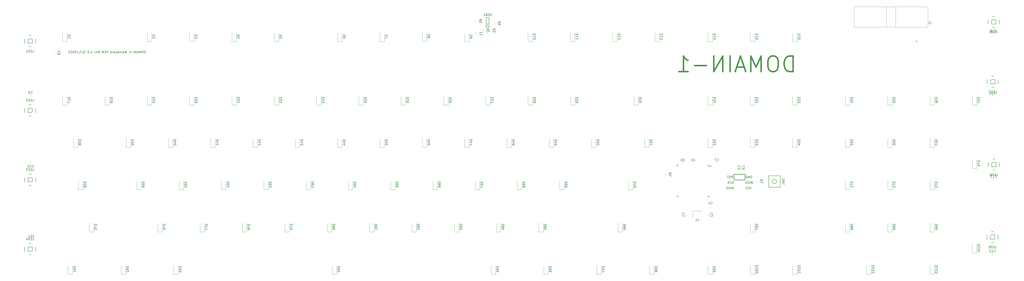
<source format=gbr>
G04 #@! TF.GenerationSoftware,KiCad,Pcbnew,(5.1.4)-1*
G04 #@! TF.CreationDate,2022-01-03T17:18:41-05:00*
G04 #@! TF.ProjectId,DOMAIN-1,444f4d41-494e-42d3-912e-6b696361645f,rev?*
G04 #@! TF.SameCoordinates,Original*
G04 #@! TF.FileFunction,Legend,Bot*
G04 #@! TF.FilePolarity,Positive*
%FSLAX46Y46*%
G04 Gerber Fmt 4.6, Leading zero omitted, Abs format (unit mm)*
G04 Created by KiCad (PCBNEW (5.1.4)-1) date 2022-01-03 17:18:41*
%MOMM*%
%LPD*%
G04 APERTURE LIST*
%ADD10C,0.150000*%
%ADD11C,0.700000*%
%ADD12C,0.120000*%
%ADD13C,0.200000*%
%ADD14C,0.250000*%
G04 APERTURE END LIST*
D10*
X132474714Y-166060380D02*
X132474714Y-165060380D01*
X132236619Y-165060380D01*
X132093761Y-165108000D01*
X131998523Y-165203238D01*
X131950904Y-165298476D01*
X131903285Y-165488952D01*
X131903285Y-165631809D01*
X131950904Y-165822285D01*
X131998523Y-165917523D01*
X132093761Y-166012761D01*
X132236619Y-166060380D01*
X132474714Y-166060380D01*
X131284238Y-165060380D02*
X131093761Y-165060380D01*
X130998523Y-165108000D01*
X130903285Y-165203238D01*
X130855666Y-165393714D01*
X130855666Y-165727047D01*
X130903285Y-165917523D01*
X130998523Y-166012761D01*
X131093761Y-166060380D01*
X131284238Y-166060380D01*
X131379476Y-166012761D01*
X131474714Y-165917523D01*
X131522333Y-165727047D01*
X131522333Y-165393714D01*
X131474714Y-165203238D01*
X131379476Y-165108000D01*
X131284238Y-165060380D01*
X130427095Y-166060380D02*
X130427095Y-165060380D01*
X130093761Y-165774666D01*
X129760428Y-165060380D01*
X129760428Y-166060380D01*
X129331857Y-165774666D02*
X128855666Y-165774666D01*
X129427095Y-166060380D02*
X129093761Y-165060380D01*
X128760428Y-166060380D01*
X128427095Y-166060380D02*
X128427095Y-165060380D01*
X127950904Y-166060380D02*
X127950904Y-165060380D01*
X127379476Y-166060380D01*
X127379476Y-165060380D01*
X126903285Y-165679428D02*
X126141380Y-165679428D01*
X125141380Y-166060380D02*
X125712809Y-166060380D01*
X125427095Y-166060380D02*
X125427095Y-165060380D01*
X125522333Y-165203238D01*
X125617571Y-165298476D01*
X125712809Y-165346095D01*
X123950904Y-166060380D02*
X123950904Y-165060380D01*
X123617571Y-165774666D01*
X123284238Y-165060380D01*
X123284238Y-166060380D01*
X122379476Y-166060380D02*
X122379476Y-165536571D01*
X122427095Y-165441333D01*
X122522333Y-165393714D01*
X122712809Y-165393714D01*
X122808047Y-165441333D01*
X122379476Y-166012761D02*
X122474714Y-166060380D01*
X122712809Y-166060380D01*
X122808047Y-166012761D01*
X122855666Y-165917523D01*
X122855666Y-165822285D01*
X122808047Y-165727047D01*
X122712809Y-165679428D01*
X122474714Y-165679428D01*
X122379476Y-165631809D01*
X121903285Y-166060380D02*
X121903285Y-165393714D01*
X121903285Y-165060380D02*
X121950904Y-165108000D01*
X121903285Y-165155619D01*
X121855666Y-165108000D01*
X121903285Y-165060380D01*
X121903285Y-165155619D01*
X121427095Y-165393714D02*
X121427095Y-166060380D01*
X121427095Y-165488952D02*
X121379476Y-165441333D01*
X121284238Y-165393714D01*
X121141380Y-165393714D01*
X121046142Y-165441333D01*
X120998523Y-165536571D01*
X120998523Y-166060380D01*
X120522333Y-166060380D02*
X120522333Y-165060380D01*
X120522333Y-165441333D02*
X120427095Y-165393714D01*
X120236619Y-165393714D01*
X120141380Y-165441333D01*
X120093761Y-165488952D01*
X120046142Y-165584190D01*
X120046142Y-165869904D01*
X120093761Y-165965142D01*
X120141380Y-166012761D01*
X120236619Y-166060380D01*
X120427095Y-166060380D01*
X120522333Y-166012761D01*
X119474714Y-166060380D02*
X119569952Y-166012761D01*
X119617571Y-165965142D01*
X119665190Y-165869904D01*
X119665190Y-165584190D01*
X119617571Y-165488952D01*
X119569952Y-165441333D01*
X119474714Y-165393714D01*
X119331857Y-165393714D01*
X119236619Y-165441333D01*
X119189000Y-165488952D01*
X119141380Y-165584190D01*
X119141380Y-165869904D01*
X119189000Y-165965142D01*
X119236619Y-166012761D01*
X119331857Y-166060380D01*
X119474714Y-166060380D01*
X118284238Y-166060380D02*
X118284238Y-165536571D01*
X118331857Y-165441333D01*
X118427095Y-165393714D01*
X118617571Y-165393714D01*
X118712809Y-165441333D01*
X118284238Y-166012761D02*
X118379476Y-166060380D01*
X118617571Y-166060380D01*
X118712809Y-166012761D01*
X118760428Y-165917523D01*
X118760428Y-165822285D01*
X118712809Y-165727047D01*
X118617571Y-165679428D01*
X118379476Y-165679428D01*
X118284238Y-165631809D01*
X117808047Y-166060380D02*
X117808047Y-165393714D01*
X117808047Y-165584190D02*
X117760428Y-165488952D01*
X117712809Y-165441333D01*
X117617571Y-165393714D01*
X117522333Y-165393714D01*
X116760428Y-166060380D02*
X116760428Y-165060380D01*
X116760428Y-166012761D02*
X116855666Y-166060380D01*
X117046142Y-166060380D01*
X117141380Y-166012761D01*
X117189000Y-165965142D01*
X117236619Y-165869904D01*
X117236619Y-165584190D01*
X117189000Y-165488952D01*
X117141380Y-165441333D01*
X117046142Y-165393714D01*
X116855666Y-165393714D01*
X116760428Y-165441333D01*
X115522333Y-166060380D02*
X115522333Y-165060380D01*
X115141380Y-165060380D01*
X115046142Y-165108000D01*
X114998523Y-165155619D01*
X114950904Y-165250857D01*
X114950904Y-165393714D01*
X114998523Y-165488952D01*
X115046142Y-165536571D01*
X115141380Y-165584190D01*
X115522333Y-165584190D01*
X113950904Y-165965142D02*
X113998523Y-166012761D01*
X114141380Y-166060380D01*
X114236619Y-166060380D01*
X114379476Y-166012761D01*
X114474714Y-165917523D01*
X114522333Y-165822285D01*
X114569952Y-165631809D01*
X114569952Y-165488952D01*
X114522333Y-165298476D01*
X114474714Y-165203238D01*
X114379476Y-165108000D01*
X114236619Y-165060380D01*
X114141380Y-165060380D01*
X113998523Y-165108000D01*
X113950904Y-165155619D01*
X113189000Y-165536571D02*
X113046142Y-165584190D01*
X112998523Y-165631809D01*
X112950904Y-165727047D01*
X112950904Y-165869904D01*
X112998523Y-165965142D01*
X113046142Y-166012761D01*
X113141380Y-166060380D01*
X113522333Y-166060380D01*
X113522333Y-165060380D01*
X113189000Y-165060380D01*
X113093761Y-165108000D01*
X113046142Y-165155619D01*
X112998523Y-165250857D01*
X112998523Y-165346095D01*
X113046142Y-165441333D01*
X113093761Y-165488952D01*
X113189000Y-165536571D01*
X113522333Y-165536571D01*
X111189000Y-166060380D02*
X111522333Y-165584190D01*
X111760428Y-166060380D02*
X111760428Y-165060380D01*
X111379476Y-165060380D01*
X111284238Y-165108000D01*
X111236619Y-165155619D01*
X111189000Y-165250857D01*
X111189000Y-165393714D01*
X111236619Y-165488952D01*
X111284238Y-165536571D01*
X111379476Y-165584190D01*
X111760428Y-165584190D01*
X110379476Y-166012761D02*
X110474714Y-166060380D01*
X110665190Y-166060380D01*
X110760428Y-166012761D01*
X110808047Y-165917523D01*
X110808047Y-165536571D01*
X110760428Y-165441333D01*
X110665190Y-165393714D01*
X110474714Y-165393714D01*
X110379476Y-165441333D01*
X110331857Y-165536571D01*
X110331857Y-165631809D01*
X110808047Y-165727047D01*
X109998523Y-165393714D02*
X109760428Y-166060380D01*
X109522333Y-165393714D01*
X107855666Y-166060380D02*
X108427095Y-166060380D01*
X108141380Y-166060380D02*
X108141380Y-165060380D01*
X108236619Y-165203238D01*
X108331857Y-165298476D01*
X108427095Y-165346095D01*
X107427095Y-165965142D02*
X107379476Y-166012761D01*
X107427095Y-166060380D01*
X107474714Y-166012761D01*
X107427095Y-165965142D01*
X107427095Y-166060380D01*
X106760428Y-165060380D02*
X106665190Y-165060380D01*
X106569952Y-165108000D01*
X106522333Y-165155619D01*
X106474714Y-165250857D01*
X106427095Y-165441333D01*
X106427095Y-165679428D01*
X106474714Y-165869904D01*
X106522333Y-165965142D01*
X106569952Y-166012761D01*
X106665190Y-166060380D01*
X106760428Y-166060380D01*
X106855666Y-166012761D01*
X106903285Y-165965142D01*
X106950904Y-165869904D01*
X106998523Y-165679428D01*
X106998523Y-165441333D01*
X106950904Y-165250857D01*
X106903285Y-165155619D01*
X106855666Y-165108000D01*
X106760428Y-165060380D01*
X105331857Y-165060380D02*
X104712809Y-165060380D01*
X105046142Y-165441333D01*
X104903285Y-165441333D01*
X104808047Y-165488952D01*
X104760428Y-165536571D01*
X104712809Y-165631809D01*
X104712809Y-165869904D01*
X104760428Y-165965142D01*
X104808047Y-166012761D01*
X104903285Y-166060380D01*
X105189000Y-166060380D01*
X105284238Y-166012761D01*
X105331857Y-165965142D01*
X103569952Y-165012761D02*
X104427095Y-166298476D01*
X102712809Y-166060380D02*
X103284238Y-166060380D01*
X102998523Y-166060380D02*
X102998523Y-165060380D01*
X103093761Y-165203238D01*
X103189000Y-165298476D01*
X103284238Y-165346095D01*
X101569952Y-165012761D02*
X102427095Y-166298476D01*
X101284238Y-165155619D02*
X101236619Y-165108000D01*
X101141380Y-165060380D01*
X100903285Y-165060380D01*
X100808047Y-165108000D01*
X100760428Y-165155619D01*
X100712809Y-165250857D01*
X100712809Y-165346095D01*
X100760428Y-165488952D01*
X101331857Y-166060380D01*
X100712809Y-166060380D01*
X100093761Y-165060380D02*
X99998523Y-165060380D01*
X99903285Y-165108000D01*
X99855666Y-165155619D01*
X99808047Y-165250857D01*
X99760428Y-165441333D01*
X99760428Y-165679428D01*
X99808047Y-165869904D01*
X99855666Y-165965142D01*
X99903285Y-166012761D01*
X99998523Y-166060380D01*
X100093761Y-166060380D01*
X100189000Y-166012761D01*
X100236619Y-165965142D01*
X100284238Y-165869904D01*
X100331857Y-165679428D01*
X100331857Y-165441333D01*
X100284238Y-165250857D01*
X100236619Y-165155619D01*
X100189000Y-165108000D01*
X100093761Y-165060380D01*
X99379476Y-165155619D02*
X99331857Y-165108000D01*
X99236619Y-165060380D01*
X98998523Y-165060380D01*
X98903285Y-165108000D01*
X98855666Y-165155619D01*
X98808047Y-165250857D01*
X98808047Y-165346095D01*
X98855666Y-165488952D01*
X99427095Y-166060380D01*
X98808047Y-166060380D01*
X98427095Y-165155619D02*
X98379476Y-165108000D01*
X98284238Y-165060380D01*
X98046142Y-165060380D01*
X97950904Y-165108000D01*
X97903285Y-165155619D01*
X97855666Y-165250857D01*
X97855666Y-165346095D01*
X97903285Y-165488952D01*
X98474714Y-166060380D01*
X97855666Y-166060380D01*
D11*
X424026000Y-174362666D02*
X424026000Y-167362666D01*
X422359333Y-167362666D01*
X421359333Y-167696000D01*
X420692666Y-168362666D01*
X420359333Y-169029333D01*
X420026000Y-170362666D01*
X420026000Y-171362666D01*
X420359333Y-172696000D01*
X420692666Y-173362666D01*
X421359333Y-174029333D01*
X422359333Y-174362666D01*
X424026000Y-174362666D01*
X415692666Y-167362666D02*
X414359333Y-167362666D01*
X413692666Y-167696000D01*
X413026000Y-168362666D01*
X412692666Y-169696000D01*
X412692666Y-172029333D01*
X413026000Y-173362666D01*
X413692666Y-174029333D01*
X414359333Y-174362666D01*
X415692666Y-174362666D01*
X416359333Y-174029333D01*
X417026000Y-173362666D01*
X417359333Y-172029333D01*
X417359333Y-169696000D01*
X417026000Y-168362666D01*
X416359333Y-167696000D01*
X415692666Y-167362666D01*
X409692666Y-174362666D02*
X409692666Y-167362666D01*
X407359333Y-172362666D01*
X405026000Y-167362666D01*
X405026000Y-174362666D01*
X402026000Y-172362666D02*
X398692666Y-172362666D01*
X402692666Y-174362666D02*
X400359333Y-167362666D01*
X398026000Y-174362666D01*
X395692666Y-174362666D02*
X395692666Y-167362666D01*
X392359333Y-174362666D02*
X392359333Y-167362666D01*
X388359333Y-174362666D01*
X388359333Y-167362666D01*
X385026000Y-171696000D02*
X379692666Y-171696000D01*
X372692666Y-174362666D02*
X376692666Y-174362666D01*
X374692666Y-174362666D02*
X374692666Y-167362666D01*
X375359333Y-168362666D01*
X376026000Y-169029333D01*
X376692666Y-169362666D01*
D12*
X387004779Y-235587000D02*
X386679221Y-235587000D01*
X387004779Y-234567000D02*
X386679221Y-234567000D01*
D13*
X81018000Y-251881000D02*
X80018000Y-251881000D01*
X78018000Y-253381000D02*
X78018000Y-255381000D01*
X81018000Y-256881000D02*
X80018000Y-256881000D01*
X83018000Y-253381000D02*
X83018000Y-255381000D01*
X81518000Y-254881000D02*
X81518000Y-253381000D01*
X81018000Y-255381000D02*
X81518000Y-254881000D01*
X79518000Y-255381000D02*
X81018000Y-255381000D01*
X79518000Y-253381000D02*
X79518000Y-255381000D01*
X81518000Y-253381000D02*
X79518000Y-253381000D01*
D12*
X514385779Y-157990000D02*
X514060221Y-157990000D01*
X514385779Y-156970000D02*
X514060221Y-156970000D01*
X514004779Y-186184000D02*
X513679221Y-186184000D01*
X514004779Y-185164000D02*
X513679221Y-185164000D01*
X514512779Y-223522000D02*
X514187221Y-223522000D01*
X514512779Y-222502000D02*
X514187221Y-222502000D01*
X513979279Y-257177000D02*
X513653721Y-257177000D01*
X513979279Y-256157000D02*
X513653721Y-256157000D01*
X80736221Y-247652000D02*
X81061779Y-247652000D01*
X80736221Y-246632000D02*
X81061779Y-246632000D01*
X80609221Y-215136000D02*
X80934779Y-215136000D01*
X80609221Y-216156000D02*
X80934779Y-216156000D01*
X80807779Y-185803000D02*
X80482221Y-185803000D01*
X80807779Y-184783000D02*
X80482221Y-184783000D01*
X91565000Y-166151779D02*
X91565000Y-165826221D01*
X92585000Y-166151779D02*
X92585000Y-165826221D01*
X378873000Y-237237000D02*
X382873000Y-237237000D01*
X378873000Y-240537000D02*
X378873000Y-237237000D01*
D10*
X285862000Y-150061000D02*
X285862000Y-152961000D01*
X285862000Y-150061000D02*
X287162000Y-150061000D01*
X287162000Y-150061000D02*
X287162000Y-152961000D01*
X287162000Y-152961000D02*
X285862000Y-152961000D01*
X386143000Y-217047000D02*
X387418000Y-217047000D01*
X371793000Y-216472000D02*
X372468000Y-216472000D01*
X371793000Y-230822000D02*
X372468000Y-230822000D01*
X386143000Y-230822000D02*
X385468000Y-230822000D01*
X386143000Y-216472000D02*
X385468000Y-216472000D01*
X386143000Y-230822000D02*
X386143000Y-230147000D01*
X371793000Y-230822000D02*
X371793000Y-230147000D01*
X371793000Y-216472000D02*
X371793000Y-217147000D01*
X386143000Y-216472000D02*
X386143000Y-217047000D01*
X413071000Y-221301000D02*
X413071000Y-226501000D01*
X413071000Y-226501000D02*
X418271000Y-226501000D01*
X418271000Y-226501000D02*
X418271000Y-221301000D01*
X418271000Y-221301000D02*
X413071000Y-221301000D01*
X416671000Y-223901000D02*
G75*
G03X416671000Y-223901000I-1000000J0D01*
G01*
D12*
X289485000Y-152912578D02*
X289485000Y-152395422D01*
X290905000Y-152912578D02*
X290905000Y-152395422D01*
X281103000Y-151896578D02*
X281103000Y-151379422D01*
X282523000Y-151896578D02*
X282523000Y-151379422D01*
X366447000Y-220984578D02*
X366447000Y-220467422D01*
X367867000Y-220984578D02*
X367867000Y-220467422D01*
X287199000Y-156087578D02*
X287199000Y-155570422D01*
X288619000Y-156087578D02*
X288619000Y-155570422D01*
X284405000Y-156087578D02*
X284405000Y-155570422D01*
X285825000Y-156087578D02*
X285825000Y-155570422D01*
X407595000Y-224111078D02*
X407595000Y-223593922D01*
X409015000Y-224111078D02*
X409015000Y-223593922D01*
D13*
X513850000Y-154519000D02*
X514850000Y-154519000D01*
X516850000Y-153019000D02*
X516850000Y-151019000D01*
X513850000Y-149519000D02*
X514850000Y-149519000D01*
X511850000Y-153019000D02*
X511850000Y-151019000D01*
X513350000Y-151519000D02*
X513350000Y-153019000D01*
X513850000Y-151019000D02*
X513350000Y-151519000D01*
X515350000Y-151019000D02*
X513850000Y-151019000D01*
X515350000Y-153019000D02*
X515350000Y-151019000D01*
X513350000Y-153019000D02*
X515350000Y-153019000D01*
X513469000Y-181443000D02*
X514469000Y-181443000D01*
X516469000Y-179943000D02*
X516469000Y-177943000D01*
X513469000Y-176443000D02*
X514469000Y-176443000D01*
X511469000Y-179943000D02*
X511469000Y-177943000D01*
X512969000Y-178443000D02*
X512969000Y-179943000D01*
X513469000Y-177943000D02*
X512969000Y-178443000D01*
X514969000Y-177943000D02*
X513469000Y-177943000D01*
X514969000Y-179943000D02*
X514969000Y-177943000D01*
X512969000Y-179943000D02*
X514969000Y-179943000D01*
X81018000Y-220639000D02*
X80018000Y-220639000D01*
X78018000Y-222139000D02*
X78018000Y-224139000D01*
X81018000Y-225639000D02*
X80018000Y-225639000D01*
X83018000Y-222139000D02*
X83018000Y-224139000D01*
X81518000Y-223639000D02*
X81518000Y-222139000D01*
X81018000Y-224139000D02*
X81518000Y-223639000D01*
X79518000Y-224139000D02*
X81018000Y-224139000D01*
X79518000Y-222139000D02*
X79518000Y-224139000D01*
X81518000Y-222139000D02*
X79518000Y-222139000D01*
X513977000Y-218781000D02*
X514977000Y-218781000D01*
X516977000Y-217281000D02*
X516977000Y-215281000D01*
X513977000Y-213781000D02*
X514977000Y-213781000D01*
X511977000Y-217281000D02*
X511977000Y-215281000D01*
X513477000Y-215781000D02*
X513477000Y-217281000D01*
X513977000Y-215281000D02*
X513477000Y-215781000D01*
X515477000Y-215281000D02*
X513977000Y-215281000D01*
X515477000Y-217281000D02*
X515477000Y-215281000D01*
X513477000Y-217281000D02*
X515477000Y-217281000D01*
X81018000Y-189397000D02*
X80018000Y-189397000D01*
X78018000Y-190897000D02*
X78018000Y-192897000D01*
X81018000Y-194397000D02*
X80018000Y-194397000D01*
X83018000Y-190897000D02*
X83018000Y-192897000D01*
X81518000Y-192397000D02*
X81518000Y-190897000D01*
X81018000Y-192897000D02*
X81518000Y-192397000D01*
X79518000Y-192897000D02*
X81018000Y-192897000D01*
X79518000Y-190897000D02*
X79518000Y-192897000D01*
X81518000Y-190897000D02*
X79518000Y-190897000D01*
X513342000Y-251420000D02*
X514342000Y-251420000D01*
X516342000Y-249920000D02*
X516342000Y-247920000D01*
X513342000Y-246420000D02*
X514342000Y-246420000D01*
X511342000Y-249920000D02*
X511342000Y-247920000D01*
X512842000Y-248420000D02*
X512842000Y-249920000D01*
X513342000Y-247920000D02*
X512842000Y-248420000D01*
X514842000Y-247920000D02*
X513342000Y-247920000D01*
X514842000Y-249920000D02*
X514842000Y-247920000D01*
X512842000Y-249920000D02*
X514842000Y-249920000D01*
X80018000Y-163155000D02*
X81018000Y-163155000D01*
X83018000Y-161655000D02*
X83018000Y-159655000D01*
X80018000Y-158155000D02*
X81018000Y-158155000D01*
X78018000Y-161655000D02*
X78018000Y-159655000D01*
X79518000Y-160155000D02*
X79518000Y-161655000D01*
X80018000Y-159655000D02*
X79518000Y-160155000D01*
X81518000Y-159655000D02*
X80018000Y-159655000D01*
X81518000Y-161655000D02*
X81518000Y-159655000D01*
X79518000Y-161655000D02*
X81518000Y-161655000D01*
D14*
X397423000Y-223159000D02*
X402423000Y-223159000D01*
X402423000Y-223159000D02*
X402423000Y-220659000D01*
X402423000Y-220659000D02*
X397423000Y-220659000D01*
X397423000Y-220659000D02*
X397423000Y-223159000D01*
D12*
X479052000Y-160973000D02*
X479552000Y-159973000D01*
X480052000Y-160973000D02*
X479052000Y-160973000D01*
X479552000Y-159973000D02*
X480052000Y-160973000D01*
X451482000Y-154353000D02*
X484762000Y-154353000D01*
X451482000Y-145233000D02*
X451482000Y-154353000D01*
X484762000Y-145233000D02*
X451482000Y-145233000D01*
X484762000Y-154353000D02*
X484762000Y-145233000D01*
X466072000Y-154353000D02*
X466072000Y-145233000D01*
X470172000Y-154353000D02*
X470172000Y-145233000D01*
X281030000Y-157952064D02*
X281030000Y-156747936D01*
X282850000Y-157952064D02*
X282850000Y-156747936D01*
X506714000Y-256123000D02*
X506714000Y-252223000D01*
X504714000Y-256123000D02*
X504714000Y-252223000D01*
X506714000Y-256123000D02*
X504714000Y-256123000D01*
X487664000Y-265648000D02*
X487664000Y-261748000D01*
X485664000Y-265648000D02*
X485664000Y-261748000D01*
X487664000Y-265648000D02*
X485664000Y-265648000D01*
X459089000Y-265648000D02*
X459089000Y-261748000D01*
X457089000Y-265648000D02*
X457089000Y-261748000D01*
X459089000Y-265648000D02*
X457089000Y-265648000D01*
X425815000Y-265648000D02*
X425815000Y-261748000D01*
X423815000Y-265648000D02*
X423815000Y-261748000D01*
X425815000Y-265648000D02*
X423815000Y-265648000D01*
X406765000Y-265648000D02*
X406765000Y-261748000D01*
X404765000Y-265648000D02*
X404765000Y-261748000D01*
X406765000Y-265648000D02*
X404765000Y-265648000D01*
X387715000Y-265648000D02*
X387715000Y-261748000D01*
X385715000Y-265648000D02*
X385715000Y-261748000D01*
X387715000Y-265648000D02*
X385715000Y-265648000D01*
X361426000Y-265648000D02*
X361426000Y-261748000D01*
X359426000Y-265648000D02*
X359426000Y-261748000D01*
X361426000Y-265648000D02*
X359426000Y-265648000D01*
X337677000Y-265648000D02*
X337677000Y-261748000D01*
X335677000Y-265648000D02*
X335677000Y-261748000D01*
X337677000Y-265648000D02*
X335677000Y-265648000D01*
X313801000Y-265648000D02*
X313801000Y-261748000D01*
X311801000Y-265648000D02*
X311801000Y-261748000D01*
X313801000Y-265648000D02*
X311801000Y-265648000D01*
X290052000Y-265648000D02*
X290052000Y-261748000D01*
X288052000Y-265648000D02*
X288052000Y-261748000D01*
X290052000Y-265648000D02*
X288052000Y-265648000D01*
X218551000Y-265648000D02*
X218551000Y-261748000D01*
X216551000Y-265648000D02*
X216551000Y-261748000D01*
X218551000Y-265648000D02*
X216551000Y-265648000D01*
X147177000Y-265648000D02*
X147177000Y-261748000D01*
X145177000Y-265648000D02*
X145177000Y-261748000D01*
X147177000Y-265648000D02*
X145177000Y-265648000D01*
X123428000Y-265648000D02*
X123428000Y-261748000D01*
X121428000Y-265648000D02*
X121428000Y-261748000D01*
X123428000Y-265648000D02*
X121428000Y-265648000D01*
X99552000Y-265648000D02*
X99552000Y-261748000D01*
X97552000Y-265648000D02*
X97552000Y-261748000D01*
X99552000Y-265648000D02*
X97552000Y-265648000D01*
X487664000Y-246598000D02*
X487664000Y-242698000D01*
X485664000Y-246598000D02*
X485664000Y-242698000D01*
X487664000Y-246598000D02*
X485664000Y-246598000D01*
X468614000Y-246598000D02*
X468614000Y-242698000D01*
X466614000Y-246598000D02*
X466614000Y-242698000D01*
X468614000Y-246598000D02*
X466614000Y-246598000D01*
X449564000Y-246598000D02*
X449564000Y-242698000D01*
X447564000Y-246598000D02*
X447564000Y-242698000D01*
X449564000Y-246598000D02*
X447564000Y-246598000D01*
X406765000Y-246598000D02*
X406765000Y-242698000D01*
X404765000Y-246598000D02*
X404765000Y-242698000D01*
X406765000Y-246598000D02*
X404765000Y-246598000D01*
X347202000Y-246597000D02*
X347202000Y-242697000D01*
X345202000Y-246597000D02*
X345202000Y-242697000D01*
X347202000Y-246597000D02*
X345202000Y-246597000D01*
X311515000Y-246598000D02*
X311515000Y-242698000D01*
X309515000Y-246598000D02*
X309515000Y-242698000D01*
X311515000Y-246598000D02*
X309515000Y-246598000D01*
X292465000Y-246598000D02*
X292465000Y-242698000D01*
X290465000Y-246598000D02*
X290465000Y-242698000D01*
X292465000Y-246598000D02*
X290465000Y-246598000D01*
X273542000Y-246598000D02*
X273542000Y-242698000D01*
X271542000Y-246598000D02*
X271542000Y-242698000D01*
X273542000Y-246598000D02*
X271542000Y-246598000D01*
X254365000Y-246598000D02*
X254365000Y-242698000D01*
X252365000Y-246598000D02*
X252365000Y-242698000D01*
X254365000Y-246598000D02*
X252365000Y-246598000D01*
X235315000Y-246598000D02*
X235315000Y-242698000D01*
X233315000Y-246598000D02*
X233315000Y-242698000D01*
X235315000Y-246598000D02*
X233315000Y-246598000D01*
X216265000Y-246598000D02*
X216265000Y-242698000D01*
X214265000Y-246598000D02*
X214265000Y-242698000D01*
X216265000Y-246598000D02*
X214265000Y-246598000D01*
X197215000Y-246598000D02*
X197215000Y-242698000D01*
X195215000Y-246598000D02*
X195215000Y-242698000D01*
X197215000Y-246598000D02*
X195215000Y-246598000D01*
X178038000Y-246598000D02*
X178038000Y-242698000D01*
X176038000Y-246598000D02*
X176038000Y-242698000D01*
X178038000Y-246598000D02*
X176038000Y-246598000D01*
X158988000Y-246598000D02*
X158988000Y-242698000D01*
X156988000Y-246598000D02*
X156988000Y-242698000D01*
X158988000Y-246598000D02*
X156988000Y-246598000D01*
X139938000Y-246598000D02*
X139938000Y-242698000D01*
X137938000Y-246598000D02*
X137938000Y-242698000D01*
X139938000Y-246598000D02*
X137938000Y-246598000D01*
X109077000Y-246598000D02*
X109077000Y-242698000D01*
X107077000Y-246598000D02*
X107077000Y-242698000D01*
X109077000Y-246598000D02*
X107077000Y-246598000D01*
X506714000Y-218023000D02*
X506714000Y-214123000D01*
X504714000Y-218023000D02*
X504714000Y-214123000D01*
X506714000Y-218023000D02*
X504714000Y-218023000D01*
X487664000Y-227548000D02*
X487664000Y-223648000D01*
X485664000Y-227548000D02*
X485664000Y-223648000D01*
X487664000Y-227548000D02*
X485664000Y-227548000D01*
X468614000Y-227548000D02*
X468614000Y-223648000D01*
X466614000Y-227548000D02*
X466614000Y-223648000D01*
X468614000Y-227548000D02*
X466614000Y-227548000D01*
X449564000Y-227548000D02*
X449564000Y-223648000D01*
X447564000Y-227548000D02*
X447564000Y-223648000D01*
X449564000Y-227548000D02*
X447564000Y-227548000D01*
X351901000Y-227548000D02*
X351901000Y-223648000D01*
X349901000Y-227548000D02*
X349901000Y-223648000D01*
X351901000Y-227548000D02*
X349901000Y-227548000D01*
X320913000Y-227548000D02*
X320913000Y-223648000D01*
X318913000Y-227548000D02*
X318913000Y-223648000D01*
X320913000Y-227548000D02*
X318913000Y-227548000D01*
X301863000Y-227548000D02*
X301863000Y-223648000D01*
X299863000Y-227548000D02*
X299863000Y-223648000D01*
X301863000Y-227548000D02*
X299863000Y-227548000D01*
X282940000Y-227548000D02*
X282940000Y-223648000D01*
X280940000Y-227548000D02*
X280940000Y-223648000D01*
X282940000Y-227548000D02*
X280940000Y-227548000D01*
X263890000Y-227548000D02*
X263890000Y-223648000D01*
X261890000Y-227548000D02*
X261890000Y-223648000D01*
X263890000Y-227548000D02*
X261890000Y-227548000D01*
X244840000Y-227548000D02*
X244840000Y-223648000D01*
X242840000Y-227548000D02*
X242840000Y-223648000D01*
X244840000Y-227548000D02*
X242840000Y-227548000D01*
X225790000Y-227548000D02*
X225790000Y-223648000D01*
X223790000Y-227548000D02*
X223790000Y-223648000D01*
X225790000Y-227548000D02*
X223790000Y-227548000D01*
X206740000Y-227548000D02*
X206740000Y-223648000D01*
X204740000Y-227548000D02*
X204740000Y-223648000D01*
X206740000Y-227548000D02*
X204740000Y-227548000D01*
X187690000Y-227548000D02*
X187690000Y-223648000D01*
X185690000Y-227548000D02*
X185690000Y-223648000D01*
X187690000Y-227548000D02*
X185690000Y-227548000D01*
X168640000Y-227548000D02*
X168640000Y-223648000D01*
X166640000Y-227548000D02*
X166640000Y-223648000D01*
X168640000Y-227548000D02*
X166640000Y-227548000D01*
X149590000Y-227548000D02*
X149590000Y-223648000D01*
X147590000Y-227548000D02*
X147590000Y-223648000D01*
X149590000Y-227548000D02*
X147590000Y-227548000D01*
X130540000Y-227548000D02*
X130540000Y-223648000D01*
X128540000Y-227548000D02*
X128540000Y-223648000D01*
X130540000Y-227548000D02*
X128540000Y-227548000D01*
X104251000Y-227548000D02*
X104251000Y-223648000D01*
X102251000Y-227548000D02*
X102251000Y-223648000D01*
X104251000Y-227548000D02*
X102251000Y-227548000D01*
X487664000Y-208498000D02*
X487664000Y-204598000D01*
X485664000Y-208498000D02*
X485664000Y-204598000D01*
X487664000Y-208498000D02*
X485664000Y-208498000D01*
X468614000Y-208498000D02*
X468614000Y-204598000D01*
X466614000Y-208498000D02*
X466614000Y-204598000D01*
X468614000Y-208498000D02*
X466614000Y-208498000D01*
X449564000Y-208498000D02*
X449564000Y-204598000D01*
X447564000Y-208498000D02*
X447564000Y-204598000D01*
X449564000Y-208498000D02*
X447564000Y-208498000D01*
X425815000Y-208498000D02*
X425815000Y-204598000D01*
X423815000Y-208498000D02*
X423815000Y-204598000D01*
X425815000Y-208498000D02*
X423815000Y-208498000D01*
X406765000Y-208498000D02*
X406765000Y-204598000D01*
X404765000Y-208498000D02*
X404765000Y-204598000D01*
X406765000Y-208498000D02*
X404765000Y-208498000D01*
X387715000Y-208498000D02*
X387715000Y-204598000D01*
X385715000Y-208498000D02*
X385715000Y-204598000D01*
X387715000Y-208498000D02*
X385715000Y-208498000D01*
X359140000Y-208498000D02*
X359140000Y-204598000D01*
X357140000Y-208498000D02*
X357140000Y-204598000D01*
X359140000Y-208498000D02*
X357140000Y-208498000D01*
X335264000Y-208498000D02*
X335264000Y-204598000D01*
X333264000Y-208498000D02*
X333264000Y-204598000D01*
X335264000Y-208498000D02*
X333264000Y-208498000D01*
X316214000Y-208498000D02*
X316214000Y-204598000D01*
X314214000Y-208498000D02*
X314214000Y-204598000D01*
X316214000Y-208498000D02*
X314214000Y-208498000D01*
X297164000Y-208498000D02*
X297164000Y-204598000D01*
X295164000Y-208498000D02*
X295164000Y-204598000D01*
X297164000Y-208498000D02*
X295164000Y-208498000D01*
X278114000Y-208498000D02*
X278114000Y-204598000D01*
X276114000Y-208498000D02*
X276114000Y-204598000D01*
X278114000Y-208498000D02*
X276114000Y-208498000D01*
X259064000Y-208498000D02*
X259064000Y-204598000D01*
X257064000Y-208498000D02*
X257064000Y-204598000D01*
X259064000Y-208498000D02*
X257064000Y-208498000D01*
X240014000Y-208498000D02*
X240014000Y-204598000D01*
X238014000Y-208498000D02*
X238014000Y-204598000D01*
X240014000Y-208498000D02*
X238014000Y-208498000D01*
X220964000Y-208498000D02*
X220964000Y-204598000D01*
X218964000Y-208498000D02*
X218964000Y-204598000D01*
X220964000Y-208498000D02*
X218964000Y-208498000D01*
X201914000Y-208498000D02*
X201914000Y-204598000D01*
X199914000Y-208498000D02*
X199914000Y-204598000D01*
X201914000Y-208498000D02*
X199914000Y-208498000D01*
X182864000Y-208498000D02*
X182864000Y-204598000D01*
X180864000Y-208498000D02*
X180864000Y-204598000D01*
X182864000Y-208498000D02*
X180864000Y-208498000D01*
X163814000Y-208498000D02*
X163814000Y-204598000D01*
X161814000Y-208498000D02*
X161814000Y-204598000D01*
X163814000Y-208498000D02*
X161814000Y-208498000D01*
X144764000Y-208498000D02*
X144764000Y-204598000D01*
X142764000Y-208498000D02*
X142764000Y-204598000D01*
X144764000Y-208498000D02*
X142764000Y-208498000D01*
X125714000Y-208498000D02*
X125714000Y-204598000D01*
X123714000Y-208498000D02*
X123714000Y-204598000D01*
X125714000Y-208498000D02*
X123714000Y-208498000D01*
X101965000Y-208498000D02*
X101965000Y-204598000D01*
X99965000Y-208498000D02*
X99965000Y-204598000D01*
X101965000Y-208498000D02*
X99965000Y-208498000D01*
X506714000Y-189448000D02*
X506714000Y-185548000D01*
X504714000Y-189448000D02*
X504714000Y-185548000D01*
X506714000Y-189448000D02*
X504714000Y-189448000D01*
X487664000Y-189448000D02*
X487664000Y-185548000D01*
X485664000Y-189448000D02*
X485664000Y-185548000D01*
X487664000Y-189448000D02*
X485664000Y-189448000D01*
X468614000Y-189448000D02*
X468614000Y-185548000D01*
X466614000Y-189448000D02*
X466614000Y-185548000D01*
X468614000Y-189448000D02*
X466614000Y-189448000D01*
X449564000Y-189448000D02*
X449564000Y-185548000D01*
X447564000Y-189448000D02*
X447564000Y-185548000D01*
X449564000Y-189448000D02*
X447564000Y-189448000D01*
X425815000Y-189448000D02*
X425815000Y-185548000D01*
X423815000Y-189448000D02*
X423815000Y-185548000D01*
X425815000Y-189448000D02*
X423815000Y-189448000D01*
X406765000Y-189448000D02*
X406765000Y-185548000D01*
X404765000Y-189448000D02*
X404765000Y-185548000D01*
X406765000Y-189448000D02*
X404765000Y-189448000D01*
X387715000Y-189448000D02*
X387715000Y-185548000D01*
X385715000Y-189448000D02*
X385715000Y-185548000D01*
X387715000Y-189448000D02*
X385715000Y-189448000D01*
X354314000Y-189448000D02*
X354314000Y-185548000D01*
X352314000Y-189448000D02*
X352314000Y-185548000D01*
X354314000Y-189448000D02*
X352314000Y-189448000D01*
X325739000Y-189448000D02*
X325739000Y-185548000D01*
X323739000Y-189448000D02*
X323739000Y-185548000D01*
X325739000Y-189448000D02*
X323739000Y-189448000D01*
X306689000Y-189448000D02*
X306689000Y-185548000D01*
X304689000Y-189448000D02*
X304689000Y-185548000D01*
X306689000Y-189448000D02*
X304689000Y-189448000D01*
X287639000Y-189448000D02*
X287639000Y-185548000D01*
X285639000Y-189448000D02*
X285639000Y-185548000D01*
X287639000Y-189448000D02*
X285639000Y-189448000D01*
X268716000Y-189448000D02*
X268716000Y-185548000D01*
X266716000Y-189448000D02*
X266716000Y-185548000D01*
X268716000Y-189448000D02*
X266716000Y-189448000D01*
X249539000Y-189448000D02*
X249539000Y-185548000D01*
X247539000Y-189448000D02*
X247539000Y-185548000D01*
X249539000Y-189448000D02*
X247539000Y-189448000D01*
X230489000Y-189448000D02*
X230489000Y-185548000D01*
X228489000Y-189448000D02*
X228489000Y-185548000D01*
X230489000Y-189448000D02*
X228489000Y-189448000D01*
X211439000Y-189448000D02*
X211439000Y-185548000D01*
X209439000Y-189448000D02*
X209439000Y-185548000D01*
X211439000Y-189448000D02*
X209439000Y-189448000D01*
X192389000Y-189448000D02*
X192389000Y-185548000D01*
X190389000Y-189448000D02*
X190389000Y-185548000D01*
X192389000Y-189448000D02*
X190389000Y-189448000D01*
X173339000Y-189448000D02*
X173339000Y-185548000D01*
X171339000Y-189448000D02*
X171339000Y-185548000D01*
X173339000Y-189448000D02*
X171339000Y-189448000D01*
X154289000Y-189448000D02*
X154289000Y-185548000D01*
X152289000Y-189448000D02*
X152289000Y-185548000D01*
X154289000Y-189448000D02*
X152289000Y-189448000D01*
X135239000Y-189448000D02*
X135239000Y-185548000D01*
X133239000Y-189448000D02*
X133239000Y-185548000D01*
X135239000Y-189448000D02*
X133239000Y-189448000D01*
X116189000Y-189448000D02*
X116189000Y-185548000D01*
X114189000Y-189448000D02*
X114189000Y-185548000D01*
X116189000Y-189448000D02*
X114189000Y-189448000D01*
X97139000Y-189448000D02*
X97139000Y-185548000D01*
X95139000Y-189448000D02*
X95139000Y-185548000D01*
X97139000Y-189448000D02*
X95139000Y-189448000D01*
X425815000Y-160873000D02*
X425815000Y-156973000D01*
X423815000Y-160873000D02*
X423815000Y-156973000D01*
X425815000Y-160873000D02*
X423815000Y-160873000D01*
X406765000Y-160873000D02*
X406765000Y-156973000D01*
X404765000Y-160873000D02*
X404765000Y-156973000D01*
X406765000Y-160873000D02*
X404765000Y-160873000D01*
X387715000Y-160873000D02*
X387715000Y-156973000D01*
X385715000Y-160873000D02*
X385715000Y-156973000D01*
X387715000Y-160873000D02*
X385715000Y-160873000D01*
X363839000Y-160873000D02*
X363839000Y-156973000D01*
X361839000Y-160873000D02*
X361839000Y-156973000D01*
X363839000Y-160873000D02*
X361839000Y-160873000D01*
X344789000Y-160873000D02*
X344789000Y-156973000D01*
X342789000Y-160873000D02*
X342789000Y-156973000D01*
X344789000Y-160873000D02*
X342789000Y-160873000D01*
X325739000Y-160873000D02*
X325739000Y-156973000D01*
X323739000Y-160873000D02*
X323739000Y-156973000D01*
X325739000Y-160873000D02*
X323739000Y-160873000D01*
X306689000Y-160873000D02*
X306689000Y-156973000D01*
X304689000Y-160873000D02*
X304689000Y-156973000D01*
X306689000Y-160873000D02*
X304689000Y-160873000D01*
X278114000Y-160873000D02*
X278114000Y-156973000D01*
X276114000Y-160873000D02*
X276114000Y-156973000D01*
X278114000Y-160873000D02*
X276114000Y-160873000D01*
X259064000Y-160746000D02*
X259064000Y-156846000D01*
X257064000Y-160746000D02*
X257064000Y-156846000D01*
X259064000Y-160746000D02*
X257064000Y-160746000D01*
X240014000Y-160873000D02*
X240014000Y-156973000D01*
X238014000Y-160873000D02*
X238014000Y-156973000D01*
X240014000Y-160873000D02*
X238014000Y-160873000D01*
X220964000Y-160873000D02*
X220964000Y-156973000D01*
X218964000Y-160873000D02*
X218964000Y-156973000D01*
X220964000Y-160873000D02*
X218964000Y-160873000D01*
X192389000Y-160873000D02*
X192389000Y-156973000D01*
X190389000Y-160873000D02*
X190389000Y-156973000D01*
X192389000Y-160873000D02*
X190389000Y-160873000D01*
X173339000Y-160873000D02*
X173339000Y-156973000D01*
X171339000Y-160873000D02*
X171339000Y-156973000D01*
X173339000Y-160873000D02*
X171339000Y-160873000D01*
X154289000Y-160873000D02*
X154289000Y-156973000D01*
X152289000Y-160873000D02*
X152289000Y-156973000D01*
X154289000Y-160873000D02*
X152289000Y-160873000D01*
X135239000Y-160873000D02*
X135239000Y-156973000D01*
X133239000Y-160873000D02*
X133239000Y-156973000D01*
X135239000Y-160873000D02*
X133239000Y-160873000D01*
X97139000Y-160873000D02*
X97139000Y-156973000D01*
X95139000Y-160873000D02*
X95139000Y-156973000D01*
X97139000Y-160873000D02*
X95139000Y-160873000D01*
X389798779Y-216156000D02*
X389473221Y-216156000D01*
X389798779Y-215136000D02*
X389473221Y-215136000D01*
X374233221Y-212342000D02*
X374558779Y-212342000D01*
X374233221Y-213362000D02*
X374558779Y-213362000D01*
X403735000Y-217515221D02*
X403735000Y-217840779D01*
X402715000Y-217515221D02*
X402715000Y-217840779D01*
X397889000Y-217840779D02*
X397889000Y-217515221D01*
X398909000Y-217840779D02*
X398909000Y-217515221D01*
X385443000Y-239049779D02*
X385443000Y-238724221D01*
X386463000Y-239049779D02*
X386463000Y-238724221D01*
X376557000Y-238724221D02*
X376557000Y-239049779D01*
X375537000Y-238724221D02*
X375537000Y-239049779D01*
D10*
X387008666Y-234004142D02*
X387056285Y-234051761D01*
X387199142Y-234099380D01*
X387294380Y-234099380D01*
X387437238Y-234051761D01*
X387532476Y-233956523D01*
X387580095Y-233861285D01*
X387627714Y-233670809D01*
X387627714Y-233527952D01*
X387580095Y-233337476D01*
X387532476Y-233242238D01*
X387437238Y-233147000D01*
X387294380Y-233099380D01*
X387199142Y-233099380D01*
X387056285Y-233147000D01*
X387008666Y-233194619D01*
X386151523Y-233432714D02*
X386151523Y-234099380D01*
X386389619Y-233051761D02*
X386627714Y-233766047D01*
X386008666Y-233766047D01*
X81637047Y-250261380D02*
X82113238Y-250261380D01*
X82113238Y-249261380D01*
X81303714Y-249737571D02*
X80970380Y-249737571D01*
X80827523Y-250261380D02*
X81303714Y-250261380D01*
X81303714Y-249261380D01*
X80827523Y-249261380D01*
X80398952Y-250261380D02*
X80398952Y-249261380D01*
X80160857Y-249261380D01*
X80018000Y-249309000D01*
X79922761Y-249404238D01*
X79875142Y-249499476D01*
X79827523Y-249689952D01*
X79827523Y-249832809D01*
X79875142Y-250023285D01*
X79922761Y-250118523D01*
X80018000Y-250213761D01*
X80160857Y-250261380D01*
X80398952Y-250261380D01*
X78970380Y-249594714D02*
X78970380Y-250261380D01*
X79208476Y-249213761D02*
X79446571Y-249928047D01*
X78827523Y-249928047D01*
X514865857Y-156407142D02*
X514913476Y-156454761D01*
X515056333Y-156502380D01*
X515151571Y-156502380D01*
X515294428Y-156454761D01*
X515389666Y-156359523D01*
X515437285Y-156264285D01*
X515484904Y-156073809D01*
X515484904Y-155930952D01*
X515437285Y-155740476D01*
X515389666Y-155645238D01*
X515294428Y-155550000D01*
X515151571Y-155502380D01*
X515056333Y-155502380D01*
X514913476Y-155550000D01*
X514865857Y-155597619D01*
X513913476Y-156502380D02*
X514484904Y-156502380D01*
X514199190Y-156502380D02*
X514199190Y-155502380D01*
X514294428Y-155645238D01*
X514389666Y-155740476D01*
X514484904Y-155788095D01*
X513008714Y-155502380D02*
X513484904Y-155502380D01*
X513532523Y-155978571D01*
X513484904Y-155930952D01*
X513389666Y-155883333D01*
X513151571Y-155883333D01*
X513056333Y-155930952D01*
X513008714Y-155978571D01*
X512961095Y-156073809D01*
X512961095Y-156311904D01*
X513008714Y-156407142D01*
X513056333Y-156454761D01*
X513151571Y-156502380D01*
X513389666Y-156502380D01*
X513484904Y-156454761D01*
X513532523Y-156407142D01*
X514484857Y-184601142D02*
X514532476Y-184648761D01*
X514675333Y-184696380D01*
X514770571Y-184696380D01*
X514913428Y-184648761D01*
X515008666Y-184553523D01*
X515056285Y-184458285D01*
X515103904Y-184267809D01*
X515103904Y-184124952D01*
X515056285Y-183934476D01*
X515008666Y-183839238D01*
X514913428Y-183744000D01*
X514770571Y-183696380D01*
X514675333Y-183696380D01*
X514532476Y-183744000D01*
X514484857Y-183791619D01*
X513532476Y-184696380D02*
X514103904Y-184696380D01*
X513818190Y-184696380D02*
X513818190Y-183696380D01*
X513913428Y-183839238D01*
X514008666Y-183934476D01*
X514103904Y-183982095D01*
X512675333Y-184029714D02*
X512675333Y-184696380D01*
X512913428Y-183648761D02*
X513151523Y-184363047D01*
X512532476Y-184363047D01*
X514992857Y-221939142D02*
X515040476Y-221986761D01*
X515183333Y-222034380D01*
X515278571Y-222034380D01*
X515421428Y-221986761D01*
X515516666Y-221891523D01*
X515564285Y-221796285D01*
X515611904Y-221605809D01*
X515611904Y-221462952D01*
X515564285Y-221272476D01*
X515516666Y-221177238D01*
X515421428Y-221082000D01*
X515278571Y-221034380D01*
X515183333Y-221034380D01*
X515040476Y-221082000D01*
X514992857Y-221129619D01*
X514040476Y-222034380D02*
X514611904Y-222034380D01*
X514326190Y-222034380D02*
X514326190Y-221034380D01*
X514421428Y-221177238D01*
X514516666Y-221272476D01*
X514611904Y-221320095D01*
X513707142Y-221034380D02*
X513088095Y-221034380D01*
X513421428Y-221415333D01*
X513278571Y-221415333D01*
X513183333Y-221462952D01*
X513135714Y-221510571D01*
X513088095Y-221605809D01*
X513088095Y-221843904D01*
X513135714Y-221939142D01*
X513183333Y-221986761D01*
X513278571Y-222034380D01*
X513564285Y-222034380D01*
X513659523Y-221986761D01*
X513707142Y-221939142D01*
X514459357Y-255594142D02*
X514506976Y-255641761D01*
X514649833Y-255689380D01*
X514745071Y-255689380D01*
X514887928Y-255641761D01*
X514983166Y-255546523D01*
X515030785Y-255451285D01*
X515078404Y-255260809D01*
X515078404Y-255117952D01*
X515030785Y-254927476D01*
X514983166Y-254832238D01*
X514887928Y-254737000D01*
X514745071Y-254689380D01*
X514649833Y-254689380D01*
X514506976Y-254737000D01*
X514459357Y-254784619D01*
X513506976Y-255689380D02*
X514078404Y-255689380D01*
X513792690Y-255689380D02*
X513792690Y-254689380D01*
X513887928Y-254832238D01*
X513983166Y-254927476D01*
X514078404Y-254975095D01*
X513126023Y-254784619D02*
X513078404Y-254737000D01*
X512983166Y-254689380D01*
X512745071Y-254689380D01*
X512649833Y-254737000D01*
X512602214Y-254784619D01*
X512554595Y-254879857D01*
X512554595Y-254975095D01*
X512602214Y-255117952D01*
X513173642Y-255689380D01*
X512554595Y-255689380D01*
X81541857Y-248929142D02*
X81589476Y-248976761D01*
X81732333Y-249024380D01*
X81827571Y-249024380D01*
X81970428Y-248976761D01*
X82065666Y-248881523D01*
X82113285Y-248786285D01*
X82160904Y-248595809D01*
X82160904Y-248452952D01*
X82113285Y-248262476D01*
X82065666Y-248167238D01*
X81970428Y-248072000D01*
X81827571Y-248024380D01*
X81732333Y-248024380D01*
X81589476Y-248072000D01*
X81541857Y-248119619D01*
X80589476Y-249024380D02*
X81160904Y-249024380D01*
X80875190Y-249024380D02*
X80875190Y-248024380D01*
X80970428Y-248167238D01*
X81065666Y-248262476D01*
X81160904Y-248310095D01*
X79637095Y-249024380D02*
X80208523Y-249024380D01*
X79922809Y-249024380D02*
X79922809Y-248024380D01*
X80018047Y-248167238D01*
X80113285Y-248262476D01*
X80208523Y-248310095D01*
X81414857Y-217433142D02*
X81462476Y-217480761D01*
X81605333Y-217528380D01*
X81700571Y-217528380D01*
X81843428Y-217480761D01*
X81938666Y-217385523D01*
X81986285Y-217290285D01*
X82033904Y-217099809D01*
X82033904Y-216956952D01*
X81986285Y-216766476D01*
X81938666Y-216671238D01*
X81843428Y-216576000D01*
X81700571Y-216528380D01*
X81605333Y-216528380D01*
X81462476Y-216576000D01*
X81414857Y-216623619D01*
X80462476Y-217528380D02*
X81033904Y-217528380D01*
X80748190Y-217528380D02*
X80748190Y-216528380D01*
X80843428Y-216671238D01*
X80938666Y-216766476D01*
X81033904Y-216814095D01*
X79843428Y-216528380D02*
X79748190Y-216528380D01*
X79652952Y-216576000D01*
X79605333Y-216623619D01*
X79557714Y-216718857D01*
X79510095Y-216909333D01*
X79510095Y-217147428D01*
X79557714Y-217337904D01*
X79605333Y-217433142D01*
X79652952Y-217480761D01*
X79748190Y-217528380D01*
X79843428Y-217528380D01*
X79938666Y-217480761D01*
X79986285Y-217433142D01*
X80033904Y-217337904D01*
X80081523Y-217147428D01*
X80081523Y-216909333D01*
X80033904Y-216718857D01*
X79986285Y-216623619D01*
X79938666Y-216576000D01*
X79843428Y-216528380D01*
X80811666Y-184220142D02*
X80859285Y-184267761D01*
X81002142Y-184315380D01*
X81097380Y-184315380D01*
X81240238Y-184267761D01*
X81335476Y-184172523D01*
X81383095Y-184077285D01*
X81430714Y-183886809D01*
X81430714Y-183743952D01*
X81383095Y-183553476D01*
X81335476Y-183458238D01*
X81240238Y-183363000D01*
X81097380Y-183315380D01*
X81002142Y-183315380D01*
X80859285Y-183363000D01*
X80811666Y-183410619D01*
X80335476Y-184315380D02*
X80145000Y-184315380D01*
X80049761Y-184267761D01*
X80002142Y-184220142D01*
X79906904Y-184077285D01*
X79859285Y-183886809D01*
X79859285Y-183505857D01*
X79906904Y-183410619D01*
X79954523Y-183363000D01*
X80049761Y-183315380D01*
X80240238Y-183315380D01*
X80335476Y-183363000D01*
X80383095Y-183410619D01*
X80430714Y-183505857D01*
X80430714Y-183743952D01*
X80383095Y-183839190D01*
X80335476Y-183886809D01*
X80240238Y-183934428D01*
X80049761Y-183934428D01*
X79954523Y-183886809D01*
X79906904Y-183839190D01*
X79859285Y-183743952D01*
X93862142Y-165822333D02*
X93909761Y-165774714D01*
X93957380Y-165631857D01*
X93957380Y-165536619D01*
X93909761Y-165393761D01*
X93814523Y-165298523D01*
X93719285Y-165250904D01*
X93528809Y-165203285D01*
X93385952Y-165203285D01*
X93195476Y-165250904D01*
X93100238Y-165298523D01*
X93005000Y-165393761D01*
X92957380Y-165536619D01*
X92957380Y-165631857D01*
X93005000Y-165774714D01*
X93052619Y-165822333D01*
X93385952Y-166393761D02*
X93338333Y-166298523D01*
X93290714Y-166250904D01*
X93195476Y-166203285D01*
X93147857Y-166203285D01*
X93052619Y-166250904D01*
X93005000Y-166298523D01*
X92957380Y-166393761D01*
X92957380Y-166584238D01*
X93005000Y-166679476D01*
X93052619Y-166727095D01*
X93147857Y-166774714D01*
X93195476Y-166774714D01*
X93290714Y-166727095D01*
X93338333Y-166679476D01*
X93385952Y-166584238D01*
X93385952Y-166393761D01*
X93433571Y-166298523D01*
X93481190Y-166250904D01*
X93576428Y-166203285D01*
X93766904Y-166203285D01*
X93862142Y-166250904D01*
X93909761Y-166298523D01*
X93957380Y-166393761D01*
X93957380Y-166584238D01*
X93909761Y-166679476D01*
X93862142Y-166727095D01*
X93766904Y-166774714D01*
X93576428Y-166774714D01*
X93481190Y-166727095D01*
X93433571Y-166679476D01*
X93385952Y-166584238D01*
X381349190Y-241313190D02*
X381349190Y-241789380D01*
X381682523Y-240789380D02*
X381349190Y-241313190D01*
X381015857Y-240789380D01*
X380158714Y-241789380D02*
X380730142Y-241789380D01*
X380444428Y-241789380D02*
X380444428Y-240789380D01*
X380539666Y-240932238D01*
X380634904Y-241027476D01*
X380730142Y-241075095D01*
X288250095Y-148275380D02*
X288250095Y-149084904D01*
X288202476Y-149180142D01*
X288154857Y-149227761D01*
X288059619Y-149275380D01*
X287869142Y-149275380D01*
X287773904Y-149227761D01*
X287726285Y-149180142D01*
X287678666Y-149084904D01*
X287678666Y-148275380D01*
X287250095Y-149227761D02*
X287107238Y-149275380D01*
X286869142Y-149275380D01*
X286773904Y-149227761D01*
X286726285Y-149180142D01*
X286678666Y-149084904D01*
X286678666Y-148989666D01*
X286726285Y-148894428D01*
X286773904Y-148846809D01*
X286869142Y-148799190D01*
X287059619Y-148751571D01*
X287154857Y-148703952D01*
X287202476Y-148656333D01*
X287250095Y-148561095D01*
X287250095Y-148465857D01*
X287202476Y-148370619D01*
X287154857Y-148323000D01*
X287059619Y-148275380D01*
X286821523Y-148275380D01*
X286678666Y-148323000D01*
X285916761Y-148751571D02*
X285773904Y-148799190D01*
X285726285Y-148846809D01*
X285678666Y-148942047D01*
X285678666Y-149084904D01*
X285726285Y-149180142D01*
X285773904Y-149227761D01*
X285869142Y-149275380D01*
X286250095Y-149275380D01*
X286250095Y-148275380D01*
X285916761Y-148275380D01*
X285821523Y-148323000D01*
X285773904Y-148370619D01*
X285726285Y-148465857D01*
X285726285Y-148561095D01*
X285773904Y-148656333D01*
X285821523Y-148703952D01*
X285916761Y-148751571D01*
X286250095Y-148751571D01*
X284726285Y-149275380D02*
X285297714Y-149275380D01*
X285012000Y-149275380D02*
X285012000Y-148275380D01*
X285107238Y-148418238D01*
X285202476Y-148513476D01*
X285297714Y-148561095D01*
X287273904Y-153413380D02*
X287273904Y-154222904D01*
X287226285Y-154318142D01*
X287178666Y-154365761D01*
X287083428Y-154413380D01*
X286892952Y-154413380D01*
X286797714Y-154365761D01*
X286750095Y-154318142D01*
X286702476Y-154222904D01*
X286702476Y-153413380D01*
X286273904Y-153508619D02*
X286226285Y-153461000D01*
X286131047Y-153413380D01*
X285892952Y-153413380D01*
X285797714Y-153461000D01*
X285750095Y-153508619D01*
X285702476Y-153603857D01*
X285702476Y-153699095D01*
X285750095Y-153841952D01*
X286321523Y-154413380D01*
X285702476Y-154413380D01*
X379729904Y-213649380D02*
X379729904Y-214458904D01*
X379682285Y-214554142D01*
X379634666Y-214601761D01*
X379539428Y-214649380D01*
X379348952Y-214649380D01*
X379253714Y-214601761D01*
X379206095Y-214554142D01*
X379158476Y-214458904D01*
X379158476Y-213649380D01*
X378158476Y-214649380D02*
X378729904Y-214649380D01*
X378444190Y-214649380D02*
X378444190Y-213649380D01*
X378539428Y-213792238D01*
X378634666Y-213887476D01*
X378729904Y-213935095D01*
X420139761Y-222567666D02*
X420187380Y-222710523D01*
X420187380Y-222948619D01*
X420139761Y-223043857D01*
X420092142Y-223091476D01*
X419996904Y-223139095D01*
X419901666Y-223139095D01*
X419806428Y-223091476D01*
X419758809Y-223043857D01*
X419711190Y-222948619D01*
X419663571Y-222758142D01*
X419615952Y-222662904D01*
X419568333Y-222615285D01*
X419473095Y-222567666D01*
X419377857Y-222567666D01*
X419282619Y-222615285D01*
X419235000Y-222662904D01*
X419187380Y-222758142D01*
X419187380Y-222996238D01*
X419235000Y-223139095D01*
X419187380Y-223472428D02*
X420187380Y-223710523D01*
X419473095Y-223901000D01*
X420187380Y-224091476D01*
X419187380Y-224329571D01*
X420187380Y-225234333D02*
X420187380Y-224662904D01*
X420187380Y-224948619D02*
X419187380Y-224948619D01*
X419330238Y-224853380D01*
X419425476Y-224758142D01*
X419473095Y-224662904D01*
X292297380Y-152487333D02*
X291821190Y-152154000D01*
X292297380Y-151915904D02*
X291297380Y-151915904D01*
X291297380Y-152296857D01*
X291345000Y-152392095D01*
X291392619Y-152439714D01*
X291487857Y-152487333D01*
X291630714Y-152487333D01*
X291725952Y-152439714D01*
X291773571Y-152392095D01*
X291821190Y-152296857D01*
X291821190Y-151915904D01*
X291297380Y-153344476D02*
X291297380Y-153154000D01*
X291345000Y-153058761D01*
X291392619Y-153011142D01*
X291535476Y-152915904D01*
X291725952Y-152868285D01*
X292106904Y-152868285D01*
X292202142Y-152915904D01*
X292249761Y-152963523D01*
X292297380Y-153058761D01*
X292297380Y-153249238D01*
X292249761Y-153344476D01*
X292202142Y-153392095D01*
X292106904Y-153439714D01*
X291868809Y-153439714D01*
X291773571Y-153392095D01*
X291725952Y-153344476D01*
X291678333Y-153249238D01*
X291678333Y-153058761D01*
X291725952Y-152963523D01*
X291773571Y-152915904D01*
X291868809Y-152868285D01*
X283915380Y-151471333D02*
X283439190Y-151138000D01*
X283915380Y-150899904D02*
X282915380Y-150899904D01*
X282915380Y-151280857D01*
X282963000Y-151376095D01*
X283010619Y-151423714D01*
X283105857Y-151471333D01*
X283248714Y-151471333D01*
X283343952Y-151423714D01*
X283391571Y-151376095D01*
X283439190Y-151280857D01*
X283439190Y-150899904D01*
X282915380Y-152376095D02*
X282915380Y-151899904D01*
X283391571Y-151852285D01*
X283343952Y-151899904D01*
X283296333Y-151995142D01*
X283296333Y-152233238D01*
X283343952Y-152328476D01*
X283391571Y-152376095D01*
X283486809Y-152423714D01*
X283724904Y-152423714D01*
X283820142Y-152376095D01*
X283867761Y-152328476D01*
X283915380Y-152233238D01*
X283915380Y-151995142D01*
X283867761Y-151899904D01*
X283820142Y-151852285D01*
X369259380Y-220559333D02*
X368783190Y-220226000D01*
X369259380Y-219987904D02*
X368259380Y-219987904D01*
X368259380Y-220368857D01*
X368307000Y-220464095D01*
X368354619Y-220511714D01*
X368449857Y-220559333D01*
X368592714Y-220559333D01*
X368687952Y-220511714D01*
X368735571Y-220464095D01*
X368783190Y-220368857D01*
X368783190Y-219987904D01*
X368592714Y-221416476D02*
X369259380Y-221416476D01*
X368211761Y-221178380D02*
X368926047Y-220940285D01*
X368926047Y-221559333D01*
X290011380Y-155662333D02*
X289535190Y-155329000D01*
X290011380Y-155090904D02*
X289011380Y-155090904D01*
X289011380Y-155471857D01*
X289059000Y-155567095D01*
X289106619Y-155614714D01*
X289201857Y-155662333D01*
X289344714Y-155662333D01*
X289439952Y-155614714D01*
X289487571Y-155567095D01*
X289535190Y-155471857D01*
X289535190Y-155090904D01*
X289011380Y-155995666D02*
X289011380Y-156614714D01*
X289392333Y-156281380D01*
X289392333Y-156424238D01*
X289439952Y-156519476D01*
X289487571Y-156567095D01*
X289582809Y-156614714D01*
X289820904Y-156614714D01*
X289916142Y-156567095D01*
X289963761Y-156519476D01*
X290011380Y-156424238D01*
X290011380Y-156138523D01*
X289963761Y-156043285D01*
X289916142Y-155995666D01*
X287217380Y-155662333D02*
X286741190Y-155329000D01*
X287217380Y-155090904D02*
X286217380Y-155090904D01*
X286217380Y-155471857D01*
X286265000Y-155567095D01*
X286312619Y-155614714D01*
X286407857Y-155662333D01*
X286550714Y-155662333D01*
X286645952Y-155614714D01*
X286693571Y-155567095D01*
X286741190Y-155471857D01*
X286741190Y-155090904D01*
X286312619Y-156043285D02*
X286265000Y-156090904D01*
X286217380Y-156186142D01*
X286217380Y-156424238D01*
X286265000Y-156519476D01*
X286312619Y-156567095D01*
X286407857Y-156614714D01*
X286503095Y-156614714D01*
X286645952Y-156567095D01*
X287217380Y-155995666D01*
X287217380Y-156614714D01*
X410407380Y-223685833D02*
X409931190Y-223352500D01*
X410407380Y-223114404D02*
X409407380Y-223114404D01*
X409407380Y-223495357D01*
X409455000Y-223590595D01*
X409502619Y-223638214D01*
X409597857Y-223685833D01*
X409740714Y-223685833D01*
X409835952Y-223638214D01*
X409883571Y-223590595D01*
X409931190Y-223495357D01*
X409931190Y-223114404D01*
X410407380Y-224638214D02*
X410407380Y-224066785D01*
X410407380Y-224352500D02*
X409407380Y-224352500D01*
X409550238Y-224257261D01*
X409645476Y-224162023D01*
X409693095Y-224066785D01*
X515469047Y-157043380D02*
X515945238Y-157043380D01*
X515945238Y-156043380D01*
X515135714Y-156519571D02*
X514802380Y-156519571D01*
X514659523Y-157043380D02*
X515135714Y-157043380D01*
X515135714Y-156043380D01*
X514659523Y-156043380D01*
X514230952Y-157043380D02*
X514230952Y-156043380D01*
X513992857Y-156043380D01*
X513850000Y-156091000D01*
X513754761Y-156186238D01*
X513707142Y-156281476D01*
X513659523Y-156471952D01*
X513659523Y-156614809D01*
X513707142Y-156805285D01*
X513754761Y-156900523D01*
X513850000Y-156995761D01*
X513992857Y-157043380D01*
X514230952Y-157043380D01*
X513088095Y-156471952D02*
X513183333Y-156424333D01*
X513230952Y-156376714D01*
X513278571Y-156281476D01*
X513278571Y-156233857D01*
X513230952Y-156138619D01*
X513183333Y-156091000D01*
X513088095Y-156043380D01*
X512897619Y-156043380D01*
X512802380Y-156091000D01*
X512754761Y-156138619D01*
X512707142Y-156233857D01*
X512707142Y-156281476D01*
X512754761Y-156376714D01*
X512802380Y-156424333D01*
X512897619Y-156471952D01*
X513088095Y-156471952D01*
X513183333Y-156519571D01*
X513230952Y-156567190D01*
X513278571Y-156662428D01*
X513278571Y-156852904D01*
X513230952Y-156948142D01*
X513183333Y-156995761D01*
X513088095Y-157043380D01*
X512897619Y-157043380D01*
X512802380Y-156995761D01*
X512754761Y-156948142D01*
X512707142Y-156852904D01*
X512707142Y-156662428D01*
X512754761Y-156567190D01*
X512802380Y-156519571D01*
X512897619Y-156471952D01*
X515088047Y-183967380D02*
X515564238Y-183967380D01*
X515564238Y-182967380D01*
X514754714Y-183443571D02*
X514421380Y-183443571D01*
X514278523Y-183967380D02*
X514754714Y-183967380D01*
X514754714Y-182967380D01*
X514278523Y-182967380D01*
X513849952Y-183967380D02*
X513849952Y-182967380D01*
X513611857Y-182967380D01*
X513469000Y-183015000D01*
X513373761Y-183110238D01*
X513326142Y-183205476D01*
X513278523Y-183395952D01*
X513278523Y-183538809D01*
X513326142Y-183729285D01*
X513373761Y-183824523D01*
X513469000Y-183919761D01*
X513611857Y-183967380D01*
X513849952Y-183967380D01*
X512945190Y-182967380D02*
X512278523Y-182967380D01*
X512707095Y-183967380D01*
X81637047Y-219019380D02*
X82113238Y-219019380D01*
X82113238Y-218019380D01*
X81303714Y-218495571D02*
X80970380Y-218495571D01*
X80827523Y-219019380D02*
X81303714Y-219019380D01*
X81303714Y-218019380D01*
X80827523Y-218019380D01*
X80398952Y-219019380D02*
X80398952Y-218019380D01*
X80160857Y-218019380D01*
X80018000Y-218067000D01*
X79922761Y-218162238D01*
X79875142Y-218257476D01*
X79827523Y-218447952D01*
X79827523Y-218590809D01*
X79875142Y-218781285D01*
X79922761Y-218876523D01*
X80018000Y-218971761D01*
X80160857Y-219019380D01*
X80398952Y-219019380D01*
X79494190Y-218019380D02*
X78875142Y-218019380D01*
X79208476Y-218400333D01*
X79065619Y-218400333D01*
X78970380Y-218447952D01*
X78922761Y-218495571D01*
X78875142Y-218590809D01*
X78875142Y-218828904D01*
X78922761Y-218924142D01*
X78970380Y-218971761D01*
X79065619Y-219019380D01*
X79351333Y-219019380D01*
X79446571Y-218971761D01*
X79494190Y-218924142D01*
X515596047Y-221305380D02*
X516072238Y-221305380D01*
X516072238Y-220305380D01*
X515262714Y-220781571D02*
X514929380Y-220781571D01*
X514786523Y-221305380D02*
X515262714Y-221305380D01*
X515262714Y-220305380D01*
X514786523Y-220305380D01*
X514357952Y-221305380D02*
X514357952Y-220305380D01*
X514119857Y-220305380D01*
X513977000Y-220353000D01*
X513881761Y-220448238D01*
X513834142Y-220543476D01*
X513786523Y-220733952D01*
X513786523Y-220876809D01*
X513834142Y-221067285D01*
X513881761Y-221162523D01*
X513977000Y-221257761D01*
X514119857Y-221305380D01*
X514357952Y-221305380D01*
X512929380Y-220305380D02*
X513119857Y-220305380D01*
X513215095Y-220353000D01*
X513262714Y-220400619D01*
X513357952Y-220543476D01*
X513405571Y-220733952D01*
X513405571Y-221114904D01*
X513357952Y-221210142D01*
X513310333Y-221257761D01*
X513215095Y-221305380D01*
X513024619Y-221305380D01*
X512929380Y-221257761D01*
X512881761Y-221210142D01*
X512834142Y-221114904D01*
X512834142Y-220876809D01*
X512881761Y-220781571D01*
X512929380Y-220733952D01*
X513024619Y-220686333D01*
X513215095Y-220686333D01*
X513310333Y-220733952D01*
X513357952Y-220781571D01*
X513405571Y-220876809D01*
X81637047Y-187777380D02*
X82113238Y-187777380D01*
X82113238Y-186777380D01*
X81303714Y-187253571D02*
X80970380Y-187253571D01*
X80827523Y-187777380D02*
X81303714Y-187777380D01*
X81303714Y-186777380D01*
X80827523Y-186777380D01*
X80398952Y-187777380D02*
X80398952Y-186777380D01*
X80160857Y-186777380D01*
X80018000Y-186825000D01*
X79922761Y-186920238D01*
X79875142Y-187015476D01*
X79827523Y-187205952D01*
X79827523Y-187348809D01*
X79875142Y-187539285D01*
X79922761Y-187634523D01*
X80018000Y-187729761D01*
X80160857Y-187777380D01*
X80398952Y-187777380D01*
X79446571Y-186872619D02*
X79398952Y-186825000D01*
X79303714Y-186777380D01*
X79065619Y-186777380D01*
X78970380Y-186825000D01*
X78922761Y-186872619D01*
X78875142Y-186967857D01*
X78875142Y-187063095D01*
X78922761Y-187205952D01*
X79494190Y-187777380D01*
X78875142Y-187777380D01*
X514961047Y-253944380D02*
X515437238Y-253944380D01*
X515437238Y-252944380D01*
X514627714Y-253420571D02*
X514294380Y-253420571D01*
X514151523Y-253944380D02*
X514627714Y-253944380D01*
X514627714Y-252944380D01*
X514151523Y-252944380D01*
X513722952Y-253944380D02*
X513722952Y-252944380D01*
X513484857Y-252944380D01*
X513342000Y-252992000D01*
X513246761Y-253087238D01*
X513199142Y-253182476D01*
X513151523Y-253372952D01*
X513151523Y-253515809D01*
X513199142Y-253706285D01*
X513246761Y-253801523D01*
X513342000Y-253896761D01*
X513484857Y-253944380D01*
X513722952Y-253944380D01*
X512246761Y-252944380D02*
X512722952Y-252944380D01*
X512770571Y-253420571D01*
X512722952Y-253372952D01*
X512627714Y-253325333D01*
X512389619Y-253325333D01*
X512294380Y-253372952D01*
X512246761Y-253420571D01*
X512199142Y-253515809D01*
X512199142Y-253753904D01*
X512246761Y-253849142D01*
X512294380Y-253896761D01*
X512389619Y-253944380D01*
X512627714Y-253944380D01*
X512722952Y-253896761D01*
X512770571Y-253849142D01*
X81637047Y-165679380D02*
X82113238Y-165679380D01*
X82113238Y-164679380D01*
X81303714Y-165155571D02*
X80970380Y-165155571D01*
X80827523Y-165679380D02*
X81303714Y-165679380D01*
X81303714Y-164679380D01*
X80827523Y-164679380D01*
X80398952Y-165679380D02*
X80398952Y-164679380D01*
X80160857Y-164679380D01*
X80018000Y-164727000D01*
X79922761Y-164822238D01*
X79875142Y-164917476D01*
X79827523Y-165107952D01*
X79827523Y-165250809D01*
X79875142Y-165441285D01*
X79922761Y-165536523D01*
X80018000Y-165631761D01*
X80160857Y-165679380D01*
X80398952Y-165679380D01*
X78875142Y-165679380D02*
X79446571Y-165679380D01*
X79160857Y-165679380D02*
X79160857Y-164679380D01*
X79256095Y-164822238D01*
X79351333Y-164917476D01*
X79446571Y-164965095D01*
X397244428Y-227361380D02*
X397244428Y-226361380D01*
X396911095Y-227075666D01*
X396577761Y-226361380D01*
X396577761Y-227361380D01*
X396101571Y-227361380D02*
X396101571Y-226361380D01*
X395673000Y-227313761D02*
X395530142Y-227361380D01*
X395292047Y-227361380D01*
X395196809Y-227313761D01*
X395149190Y-227266142D01*
X395101571Y-227170904D01*
X395101571Y-227075666D01*
X395149190Y-226980428D01*
X395196809Y-226932809D01*
X395292047Y-226885190D01*
X395482523Y-226837571D01*
X395577761Y-226789952D01*
X395625380Y-226742333D01*
X395673000Y-226647095D01*
X395673000Y-226551857D01*
X395625380Y-226456619D01*
X395577761Y-226409000D01*
X395482523Y-226361380D01*
X395244428Y-226361380D01*
X395101571Y-226409000D01*
X394482523Y-226361380D02*
X394292047Y-226361380D01*
X394196809Y-226409000D01*
X394101571Y-226504238D01*
X394053952Y-226694714D01*
X394053952Y-227028047D01*
X394101571Y-227218523D01*
X394196809Y-227313761D01*
X394292047Y-227361380D01*
X394482523Y-227361380D01*
X394577761Y-227313761D01*
X394673000Y-227218523D01*
X394720619Y-227028047D01*
X394720619Y-226694714D01*
X394673000Y-226504238D01*
X394577761Y-226409000D01*
X394482523Y-226361380D01*
X405256333Y-226361380D02*
X404923000Y-227361380D01*
X404589666Y-226361380D01*
X403684904Y-227266142D02*
X403732523Y-227313761D01*
X403875380Y-227361380D01*
X403970619Y-227361380D01*
X404113476Y-227313761D01*
X404208714Y-227218523D01*
X404256333Y-227123285D01*
X404303952Y-226932809D01*
X404303952Y-226789952D01*
X404256333Y-226599476D01*
X404208714Y-226504238D01*
X404113476Y-226409000D01*
X403970619Y-226361380D01*
X403875380Y-226361380D01*
X403732523Y-226409000D01*
X403684904Y-226456619D01*
X402684904Y-227266142D02*
X402732523Y-227313761D01*
X402875380Y-227361380D01*
X402970619Y-227361380D01*
X403113476Y-227313761D01*
X403208714Y-227218523D01*
X403256333Y-227123285D01*
X403303952Y-226932809D01*
X403303952Y-226789952D01*
X403256333Y-226599476D01*
X403208714Y-226504238D01*
X403113476Y-226409000D01*
X402970619Y-226361380D01*
X402875380Y-226361380D01*
X402732523Y-226409000D01*
X402684904Y-226456619D01*
X397208714Y-224813761D02*
X397065857Y-224861380D01*
X396827761Y-224861380D01*
X396732523Y-224813761D01*
X396684904Y-224766142D01*
X396637285Y-224670904D01*
X396637285Y-224575666D01*
X396684904Y-224480428D01*
X396732523Y-224432809D01*
X396827761Y-224385190D01*
X397018238Y-224337571D01*
X397113476Y-224289952D01*
X397161095Y-224242333D01*
X397208714Y-224147095D01*
X397208714Y-224051857D01*
X397161095Y-223956619D01*
X397113476Y-223909000D01*
X397018238Y-223861380D01*
X396780142Y-223861380D01*
X396637285Y-223909000D01*
X395637285Y-224766142D02*
X395684904Y-224813761D01*
X395827761Y-224861380D01*
X395923000Y-224861380D01*
X396065857Y-224813761D01*
X396161095Y-224718523D01*
X396208714Y-224623285D01*
X396256333Y-224432809D01*
X396256333Y-224289952D01*
X396208714Y-224099476D01*
X396161095Y-224004238D01*
X396065857Y-223909000D01*
X395923000Y-223861380D01*
X395827761Y-223861380D01*
X395684904Y-223909000D01*
X395637285Y-223956619D01*
X395208714Y-224861380D02*
X395208714Y-223861380D01*
X394637285Y-224861380D02*
X395065857Y-224289952D01*
X394637285Y-223861380D02*
X395208714Y-224432809D01*
X405744428Y-224861380D02*
X405744428Y-223861380D01*
X405411095Y-224575666D01*
X405077761Y-223861380D01*
X405077761Y-224861380D01*
X404411095Y-223861380D02*
X404220619Y-223861380D01*
X404125380Y-223909000D01*
X404030142Y-224004238D01*
X403982523Y-224194714D01*
X403982523Y-224528047D01*
X404030142Y-224718523D01*
X404125380Y-224813761D01*
X404220619Y-224861380D01*
X404411095Y-224861380D01*
X404506333Y-224813761D01*
X404601571Y-224718523D01*
X404649190Y-224528047D01*
X404649190Y-224194714D01*
X404601571Y-224004238D01*
X404506333Y-223909000D01*
X404411095Y-223861380D01*
X403601571Y-224813761D02*
X403458714Y-224861380D01*
X403220619Y-224861380D01*
X403125380Y-224813761D01*
X403077761Y-224766142D01*
X403030142Y-224670904D01*
X403030142Y-224575666D01*
X403077761Y-224480428D01*
X403125380Y-224432809D01*
X403220619Y-224385190D01*
X403411095Y-224337571D01*
X403506333Y-224289952D01*
X403553952Y-224242333D01*
X403601571Y-224147095D01*
X403601571Y-224051857D01*
X403553952Y-223956619D01*
X403506333Y-223909000D01*
X403411095Y-223861380D01*
X403173000Y-223861380D01*
X403030142Y-223909000D01*
X402601571Y-224861380D02*
X402601571Y-223861380D01*
X396220619Y-222361380D02*
X396553952Y-221885190D01*
X396792047Y-222361380D02*
X396792047Y-221361380D01*
X396411095Y-221361380D01*
X396315857Y-221409000D01*
X396268238Y-221456619D01*
X396220619Y-221551857D01*
X396220619Y-221694714D01*
X396268238Y-221789952D01*
X396315857Y-221837571D01*
X396411095Y-221885190D01*
X396792047Y-221885190D01*
X395839666Y-222313761D02*
X395696809Y-222361380D01*
X395458714Y-222361380D01*
X395363476Y-222313761D01*
X395315857Y-222266142D01*
X395268238Y-222170904D01*
X395268238Y-222075666D01*
X395315857Y-221980428D01*
X395363476Y-221932809D01*
X395458714Y-221885190D01*
X395649190Y-221837571D01*
X395744428Y-221789952D01*
X395792047Y-221742333D01*
X395839666Y-221647095D01*
X395839666Y-221551857D01*
X395792047Y-221456619D01*
X395744428Y-221409000D01*
X395649190Y-221361380D01*
X395411095Y-221361380D01*
X395268238Y-221409000D01*
X394982523Y-221361380D02*
X394411095Y-221361380D01*
X394696809Y-222361380D02*
X394696809Y-221361380D01*
X404934904Y-221409000D02*
X405030142Y-221361380D01*
X405173000Y-221361380D01*
X405315857Y-221409000D01*
X405411095Y-221504238D01*
X405458714Y-221599476D01*
X405506333Y-221789952D01*
X405506333Y-221932809D01*
X405458714Y-222123285D01*
X405411095Y-222218523D01*
X405315857Y-222313761D01*
X405173000Y-222361380D01*
X405077761Y-222361380D01*
X404934904Y-222313761D01*
X404887285Y-222266142D01*
X404887285Y-221932809D01*
X405077761Y-221932809D01*
X404458714Y-222361380D02*
X404458714Y-221361380D01*
X403887285Y-222361380D01*
X403887285Y-221361380D01*
X403411095Y-222361380D02*
X403411095Y-221361380D01*
X403173000Y-221361380D01*
X403030142Y-221409000D01*
X402934904Y-221504238D01*
X402887285Y-221599476D01*
X402839666Y-221789952D01*
X402839666Y-221932809D01*
X402887285Y-222123285D01*
X402934904Y-222218523D01*
X403030142Y-222313761D01*
X403173000Y-222361380D01*
X403411095Y-222361380D01*
X485104380Y-152074666D02*
X485818666Y-152074666D01*
X485961523Y-152027047D01*
X486056761Y-151931809D01*
X486104380Y-151788952D01*
X486104380Y-151693714D01*
X486104380Y-153074666D02*
X486104380Y-152503238D01*
X486104380Y-152788952D02*
X485104380Y-152788952D01*
X485247238Y-152693714D01*
X485342476Y-152598476D01*
X485390095Y-152503238D01*
X283688571Y-157016666D02*
X283688571Y-156683333D01*
X284212380Y-156683333D02*
X283212380Y-156683333D01*
X283212380Y-157159523D01*
X284212380Y-158064285D02*
X284212380Y-157492857D01*
X284212380Y-157778571D02*
X283212380Y-157778571D01*
X283355238Y-157683333D01*
X283450476Y-157588095D01*
X283498095Y-157492857D01*
X508166380Y-252182523D02*
X507166380Y-252182523D01*
X507166380Y-252420619D01*
X507214000Y-252563476D01*
X507309238Y-252658714D01*
X507404476Y-252706333D01*
X507594952Y-252753952D01*
X507737809Y-252753952D01*
X507928285Y-252706333D01*
X508023523Y-252658714D01*
X508118761Y-252563476D01*
X508166380Y-252420619D01*
X508166380Y-252182523D01*
X508166380Y-253706333D02*
X508166380Y-253134904D01*
X508166380Y-253420619D02*
X507166380Y-253420619D01*
X507309238Y-253325380D01*
X507404476Y-253230142D01*
X507452095Y-253134904D01*
X507166380Y-254325380D02*
X507166380Y-254420619D01*
X507214000Y-254515857D01*
X507261619Y-254563476D01*
X507356857Y-254611095D01*
X507547333Y-254658714D01*
X507785428Y-254658714D01*
X507975904Y-254611095D01*
X508071142Y-254563476D01*
X508118761Y-254515857D01*
X508166380Y-254420619D01*
X508166380Y-254325380D01*
X508118761Y-254230142D01*
X508071142Y-254182523D01*
X507975904Y-254134904D01*
X507785428Y-254087285D01*
X507547333Y-254087285D01*
X507356857Y-254134904D01*
X507261619Y-254182523D01*
X507214000Y-254230142D01*
X507166380Y-254325380D01*
X507499714Y-255515857D02*
X508166380Y-255515857D01*
X507118761Y-255277761D02*
X507833047Y-255039666D01*
X507833047Y-255658714D01*
X489116380Y-261707523D02*
X488116380Y-261707523D01*
X488116380Y-261945619D01*
X488164000Y-262088476D01*
X488259238Y-262183714D01*
X488354476Y-262231333D01*
X488544952Y-262278952D01*
X488687809Y-262278952D01*
X488878285Y-262231333D01*
X488973523Y-262183714D01*
X489068761Y-262088476D01*
X489116380Y-261945619D01*
X489116380Y-261707523D01*
X489116380Y-263231333D02*
X489116380Y-262659904D01*
X489116380Y-262945619D02*
X488116380Y-262945619D01*
X488259238Y-262850380D01*
X488354476Y-262755142D01*
X488402095Y-262659904D01*
X488116380Y-263850380D02*
X488116380Y-263945619D01*
X488164000Y-264040857D01*
X488211619Y-264088476D01*
X488306857Y-264136095D01*
X488497333Y-264183714D01*
X488735428Y-264183714D01*
X488925904Y-264136095D01*
X489021142Y-264088476D01*
X489068761Y-264040857D01*
X489116380Y-263945619D01*
X489116380Y-263850380D01*
X489068761Y-263755142D01*
X489021142Y-263707523D01*
X488925904Y-263659904D01*
X488735428Y-263612285D01*
X488497333Y-263612285D01*
X488306857Y-263659904D01*
X488211619Y-263707523D01*
X488164000Y-263755142D01*
X488116380Y-263850380D01*
X488116380Y-264517047D02*
X488116380Y-265136095D01*
X488497333Y-264802761D01*
X488497333Y-264945619D01*
X488544952Y-265040857D01*
X488592571Y-265088476D01*
X488687809Y-265136095D01*
X488925904Y-265136095D01*
X489021142Y-265088476D01*
X489068761Y-265040857D01*
X489116380Y-264945619D01*
X489116380Y-264659904D01*
X489068761Y-264564666D01*
X489021142Y-264517047D01*
X460541380Y-261707523D02*
X459541380Y-261707523D01*
X459541380Y-261945619D01*
X459589000Y-262088476D01*
X459684238Y-262183714D01*
X459779476Y-262231333D01*
X459969952Y-262278952D01*
X460112809Y-262278952D01*
X460303285Y-262231333D01*
X460398523Y-262183714D01*
X460493761Y-262088476D01*
X460541380Y-261945619D01*
X460541380Y-261707523D01*
X460541380Y-263231333D02*
X460541380Y-262659904D01*
X460541380Y-262945619D02*
X459541380Y-262945619D01*
X459684238Y-262850380D01*
X459779476Y-262755142D01*
X459827095Y-262659904D01*
X459541380Y-263850380D02*
X459541380Y-263945619D01*
X459589000Y-264040857D01*
X459636619Y-264088476D01*
X459731857Y-264136095D01*
X459922333Y-264183714D01*
X460160428Y-264183714D01*
X460350904Y-264136095D01*
X460446142Y-264088476D01*
X460493761Y-264040857D01*
X460541380Y-263945619D01*
X460541380Y-263850380D01*
X460493761Y-263755142D01*
X460446142Y-263707523D01*
X460350904Y-263659904D01*
X460160428Y-263612285D01*
X459922333Y-263612285D01*
X459731857Y-263659904D01*
X459636619Y-263707523D01*
X459589000Y-263755142D01*
X459541380Y-263850380D01*
X459636619Y-264564666D02*
X459589000Y-264612285D01*
X459541380Y-264707523D01*
X459541380Y-264945619D01*
X459589000Y-265040857D01*
X459636619Y-265088476D01*
X459731857Y-265136095D01*
X459827095Y-265136095D01*
X459969952Y-265088476D01*
X460541380Y-264517047D01*
X460541380Y-265136095D01*
X427267380Y-261707523D02*
X426267380Y-261707523D01*
X426267380Y-261945619D01*
X426315000Y-262088476D01*
X426410238Y-262183714D01*
X426505476Y-262231333D01*
X426695952Y-262278952D01*
X426838809Y-262278952D01*
X427029285Y-262231333D01*
X427124523Y-262183714D01*
X427219761Y-262088476D01*
X427267380Y-261945619D01*
X427267380Y-261707523D01*
X427267380Y-263231333D02*
X427267380Y-262659904D01*
X427267380Y-262945619D02*
X426267380Y-262945619D01*
X426410238Y-262850380D01*
X426505476Y-262755142D01*
X426553095Y-262659904D01*
X426267380Y-263850380D02*
X426267380Y-263945619D01*
X426315000Y-264040857D01*
X426362619Y-264088476D01*
X426457857Y-264136095D01*
X426648333Y-264183714D01*
X426886428Y-264183714D01*
X427076904Y-264136095D01*
X427172142Y-264088476D01*
X427219761Y-264040857D01*
X427267380Y-263945619D01*
X427267380Y-263850380D01*
X427219761Y-263755142D01*
X427172142Y-263707523D01*
X427076904Y-263659904D01*
X426886428Y-263612285D01*
X426648333Y-263612285D01*
X426457857Y-263659904D01*
X426362619Y-263707523D01*
X426315000Y-263755142D01*
X426267380Y-263850380D01*
X427267380Y-265136095D02*
X427267380Y-264564666D01*
X427267380Y-264850380D02*
X426267380Y-264850380D01*
X426410238Y-264755142D01*
X426505476Y-264659904D01*
X426553095Y-264564666D01*
X408217380Y-261707523D02*
X407217380Y-261707523D01*
X407217380Y-261945619D01*
X407265000Y-262088476D01*
X407360238Y-262183714D01*
X407455476Y-262231333D01*
X407645952Y-262278952D01*
X407788809Y-262278952D01*
X407979285Y-262231333D01*
X408074523Y-262183714D01*
X408169761Y-262088476D01*
X408217380Y-261945619D01*
X408217380Y-261707523D01*
X408217380Y-263231333D02*
X408217380Y-262659904D01*
X408217380Y-262945619D02*
X407217380Y-262945619D01*
X407360238Y-262850380D01*
X407455476Y-262755142D01*
X407503095Y-262659904D01*
X407217380Y-263850380D02*
X407217380Y-263945619D01*
X407265000Y-264040857D01*
X407312619Y-264088476D01*
X407407857Y-264136095D01*
X407598333Y-264183714D01*
X407836428Y-264183714D01*
X408026904Y-264136095D01*
X408122142Y-264088476D01*
X408169761Y-264040857D01*
X408217380Y-263945619D01*
X408217380Y-263850380D01*
X408169761Y-263755142D01*
X408122142Y-263707523D01*
X408026904Y-263659904D01*
X407836428Y-263612285D01*
X407598333Y-263612285D01*
X407407857Y-263659904D01*
X407312619Y-263707523D01*
X407265000Y-263755142D01*
X407217380Y-263850380D01*
X407217380Y-264802761D02*
X407217380Y-264898000D01*
X407265000Y-264993238D01*
X407312619Y-265040857D01*
X407407857Y-265088476D01*
X407598333Y-265136095D01*
X407836428Y-265136095D01*
X408026904Y-265088476D01*
X408122142Y-265040857D01*
X408169761Y-264993238D01*
X408217380Y-264898000D01*
X408217380Y-264802761D01*
X408169761Y-264707523D01*
X408122142Y-264659904D01*
X408026904Y-264612285D01*
X407836428Y-264564666D01*
X407598333Y-264564666D01*
X407407857Y-264612285D01*
X407312619Y-264659904D01*
X407265000Y-264707523D01*
X407217380Y-264802761D01*
X389167380Y-262183714D02*
X388167380Y-262183714D01*
X388167380Y-262421809D01*
X388215000Y-262564666D01*
X388310238Y-262659904D01*
X388405476Y-262707523D01*
X388595952Y-262755142D01*
X388738809Y-262755142D01*
X388929285Y-262707523D01*
X389024523Y-262659904D01*
X389119761Y-262564666D01*
X389167380Y-262421809D01*
X389167380Y-262183714D01*
X389167380Y-263231333D02*
X389167380Y-263421809D01*
X389119761Y-263517047D01*
X389072142Y-263564666D01*
X388929285Y-263659904D01*
X388738809Y-263707523D01*
X388357857Y-263707523D01*
X388262619Y-263659904D01*
X388215000Y-263612285D01*
X388167380Y-263517047D01*
X388167380Y-263326571D01*
X388215000Y-263231333D01*
X388262619Y-263183714D01*
X388357857Y-263136095D01*
X388595952Y-263136095D01*
X388691190Y-263183714D01*
X388738809Y-263231333D01*
X388786428Y-263326571D01*
X388786428Y-263517047D01*
X388738809Y-263612285D01*
X388691190Y-263659904D01*
X388595952Y-263707523D01*
X389167380Y-264183714D02*
X389167380Y-264374190D01*
X389119761Y-264469428D01*
X389072142Y-264517047D01*
X388929285Y-264612285D01*
X388738809Y-264659904D01*
X388357857Y-264659904D01*
X388262619Y-264612285D01*
X388215000Y-264564666D01*
X388167380Y-264469428D01*
X388167380Y-264278952D01*
X388215000Y-264183714D01*
X388262619Y-264136095D01*
X388357857Y-264088476D01*
X388595952Y-264088476D01*
X388691190Y-264136095D01*
X388738809Y-264183714D01*
X388786428Y-264278952D01*
X388786428Y-264469428D01*
X388738809Y-264564666D01*
X388691190Y-264612285D01*
X388595952Y-264659904D01*
X362878380Y-262183714D02*
X361878380Y-262183714D01*
X361878380Y-262421809D01*
X361926000Y-262564666D01*
X362021238Y-262659904D01*
X362116476Y-262707523D01*
X362306952Y-262755142D01*
X362449809Y-262755142D01*
X362640285Y-262707523D01*
X362735523Y-262659904D01*
X362830761Y-262564666D01*
X362878380Y-262421809D01*
X362878380Y-262183714D01*
X362878380Y-263231333D02*
X362878380Y-263421809D01*
X362830761Y-263517047D01*
X362783142Y-263564666D01*
X362640285Y-263659904D01*
X362449809Y-263707523D01*
X362068857Y-263707523D01*
X361973619Y-263659904D01*
X361926000Y-263612285D01*
X361878380Y-263517047D01*
X361878380Y-263326571D01*
X361926000Y-263231333D01*
X361973619Y-263183714D01*
X362068857Y-263136095D01*
X362306952Y-263136095D01*
X362402190Y-263183714D01*
X362449809Y-263231333D01*
X362497428Y-263326571D01*
X362497428Y-263517047D01*
X362449809Y-263612285D01*
X362402190Y-263659904D01*
X362306952Y-263707523D01*
X362306952Y-264278952D02*
X362259333Y-264183714D01*
X362211714Y-264136095D01*
X362116476Y-264088476D01*
X362068857Y-264088476D01*
X361973619Y-264136095D01*
X361926000Y-264183714D01*
X361878380Y-264278952D01*
X361878380Y-264469428D01*
X361926000Y-264564666D01*
X361973619Y-264612285D01*
X362068857Y-264659904D01*
X362116476Y-264659904D01*
X362211714Y-264612285D01*
X362259333Y-264564666D01*
X362306952Y-264469428D01*
X362306952Y-264278952D01*
X362354571Y-264183714D01*
X362402190Y-264136095D01*
X362497428Y-264088476D01*
X362687904Y-264088476D01*
X362783142Y-264136095D01*
X362830761Y-264183714D01*
X362878380Y-264278952D01*
X362878380Y-264469428D01*
X362830761Y-264564666D01*
X362783142Y-264612285D01*
X362687904Y-264659904D01*
X362497428Y-264659904D01*
X362402190Y-264612285D01*
X362354571Y-264564666D01*
X362306952Y-264469428D01*
X339129380Y-262183714D02*
X338129380Y-262183714D01*
X338129380Y-262421809D01*
X338177000Y-262564666D01*
X338272238Y-262659904D01*
X338367476Y-262707523D01*
X338557952Y-262755142D01*
X338700809Y-262755142D01*
X338891285Y-262707523D01*
X338986523Y-262659904D01*
X339081761Y-262564666D01*
X339129380Y-262421809D01*
X339129380Y-262183714D01*
X339129380Y-263231333D02*
X339129380Y-263421809D01*
X339081761Y-263517047D01*
X339034142Y-263564666D01*
X338891285Y-263659904D01*
X338700809Y-263707523D01*
X338319857Y-263707523D01*
X338224619Y-263659904D01*
X338177000Y-263612285D01*
X338129380Y-263517047D01*
X338129380Y-263326571D01*
X338177000Y-263231333D01*
X338224619Y-263183714D01*
X338319857Y-263136095D01*
X338557952Y-263136095D01*
X338653190Y-263183714D01*
X338700809Y-263231333D01*
X338748428Y-263326571D01*
X338748428Y-263517047D01*
X338700809Y-263612285D01*
X338653190Y-263659904D01*
X338557952Y-263707523D01*
X338129380Y-264040857D02*
X338129380Y-264707523D01*
X339129380Y-264278952D01*
X315253380Y-262183714D02*
X314253380Y-262183714D01*
X314253380Y-262421809D01*
X314301000Y-262564666D01*
X314396238Y-262659904D01*
X314491476Y-262707523D01*
X314681952Y-262755142D01*
X314824809Y-262755142D01*
X315015285Y-262707523D01*
X315110523Y-262659904D01*
X315205761Y-262564666D01*
X315253380Y-262421809D01*
X315253380Y-262183714D01*
X315253380Y-263231333D02*
X315253380Y-263421809D01*
X315205761Y-263517047D01*
X315158142Y-263564666D01*
X315015285Y-263659904D01*
X314824809Y-263707523D01*
X314443857Y-263707523D01*
X314348619Y-263659904D01*
X314301000Y-263612285D01*
X314253380Y-263517047D01*
X314253380Y-263326571D01*
X314301000Y-263231333D01*
X314348619Y-263183714D01*
X314443857Y-263136095D01*
X314681952Y-263136095D01*
X314777190Y-263183714D01*
X314824809Y-263231333D01*
X314872428Y-263326571D01*
X314872428Y-263517047D01*
X314824809Y-263612285D01*
X314777190Y-263659904D01*
X314681952Y-263707523D01*
X314253380Y-264564666D02*
X314253380Y-264374190D01*
X314301000Y-264278952D01*
X314348619Y-264231333D01*
X314491476Y-264136095D01*
X314681952Y-264088476D01*
X315062904Y-264088476D01*
X315158142Y-264136095D01*
X315205761Y-264183714D01*
X315253380Y-264278952D01*
X315253380Y-264469428D01*
X315205761Y-264564666D01*
X315158142Y-264612285D01*
X315062904Y-264659904D01*
X314824809Y-264659904D01*
X314729571Y-264612285D01*
X314681952Y-264564666D01*
X314634333Y-264469428D01*
X314634333Y-264278952D01*
X314681952Y-264183714D01*
X314729571Y-264136095D01*
X314824809Y-264088476D01*
X291504380Y-262183714D02*
X290504380Y-262183714D01*
X290504380Y-262421809D01*
X290552000Y-262564666D01*
X290647238Y-262659904D01*
X290742476Y-262707523D01*
X290932952Y-262755142D01*
X291075809Y-262755142D01*
X291266285Y-262707523D01*
X291361523Y-262659904D01*
X291456761Y-262564666D01*
X291504380Y-262421809D01*
X291504380Y-262183714D01*
X291504380Y-263231333D02*
X291504380Y-263421809D01*
X291456761Y-263517047D01*
X291409142Y-263564666D01*
X291266285Y-263659904D01*
X291075809Y-263707523D01*
X290694857Y-263707523D01*
X290599619Y-263659904D01*
X290552000Y-263612285D01*
X290504380Y-263517047D01*
X290504380Y-263326571D01*
X290552000Y-263231333D01*
X290599619Y-263183714D01*
X290694857Y-263136095D01*
X290932952Y-263136095D01*
X291028190Y-263183714D01*
X291075809Y-263231333D01*
X291123428Y-263326571D01*
X291123428Y-263517047D01*
X291075809Y-263612285D01*
X291028190Y-263659904D01*
X290932952Y-263707523D01*
X290504380Y-264612285D02*
X290504380Y-264136095D01*
X290980571Y-264088476D01*
X290932952Y-264136095D01*
X290885333Y-264231333D01*
X290885333Y-264469428D01*
X290932952Y-264564666D01*
X290980571Y-264612285D01*
X291075809Y-264659904D01*
X291313904Y-264659904D01*
X291409142Y-264612285D01*
X291456761Y-264564666D01*
X291504380Y-264469428D01*
X291504380Y-264231333D01*
X291456761Y-264136095D01*
X291409142Y-264088476D01*
X220003380Y-262183714D02*
X219003380Y-262183714D01*
X219003380Y-262421809D01*
X219051000Y-262564666D01*
X219146238Y-262659904D01*
X219241476Y-262707523D01*
X219431952Y-262755142D01*
X219574809Y-262755142D01*
X219765285Y-262707523D01*
X219860523Y-262659904D01*
X219955761Y-262564666D01*
X220003380Y-262421809D01*
X220003380Y-262183714D01*
X220003380Y-263231333D02*
X220003380Y-263421809D01*
X219955761Y-263517047D01*
X219908142Y-263564666D01*
X219765285Y-263659904D01*
X219574809Y-263707523D01*
X219193857Y-263707523D01*
X219098619Y-263659904D01*
X219051000Y-263612285D01*
X219003380Y-263517047D01*
X219003380Y-263326571D01*
X219051000Y-263231333D01*
X219098619Y-263183714D01*
X219193857Y-263136095D01*
X219431952Y-263136095D01*
X219527190Y-263183714D01*
X219574809Y-263231333D01*
X219622428Y-263326571D01*
X219622428Y-263517047D01*
X219574809Y-263612285D01*
X219527190Y-263659904D01*
X219431952Y-263707523D01*
X219336714Y-264564666D02*
X220003380Y-264564666D01*
X218955761Y-264326571D02*
X219670047Y-264088476D01*
X219670047Y-264707523D01*
X148629380Y-262183714D02*
X147629380Y-262183714D01*
X147629380Y-262421809D01*
X147677000Y-262564666D01*
X147772238Y-262659904D01*
X147867476Y-262707523D01*
X148057952Y-262755142D01*
X148200809Y-262755142D01*
X148391285Y-262707523D01*
X148486523Y-262659904D01*
X148581761Y-262564666D01*
X148629380Y-262421809D01*
X148629380Y-262183714D01*
X148629380Y-263231333D02*
X148629380Y-263421809D01*
X148581761Y-263517047D01*
X148534142Y-263564666D01*
X148391285Y-263659904D01*
X148200809Y-263707523D01*
X147819857Y-263707523D01*
X147724619Y-263659904D01*
X147677000Y-263612285D01*
X147629380Y-263517047D01*
X147629380Y-263326571D01*
X147677000Y-263231333D01*
X147724619Y-263183714D01*
X147819857Y-263136095D01*
X148057952Y-263136095D01*
X148153190Y-263183714D01*
X148200809Y-263231333D01*
X148248428Y-263326571D01*
X148248428Y-263517047D01*
X148200809Y-263612285D01*
X148153190Y-263659904D01*
X148057952Y-263707523D01*
X147629380Y-264040857D02*
X147629380Y-264659904D01*
X148010333Y-264326571D01*
X148010333Y-264469428D01*
X148057952Y-264564666D01*
X148105571Y-264612285D01*
X148200809Y-264659904D01*
X148438904Y-264659904D01*
X148534142Y-264612285D01*
X148581761Y-264564666D01*
X148629380Y-264469428D01*
X148629380Y-264183714D01*
X148581761Y-264088476D01*
X148534142Y-264040857D01*
X124880380Y-262183714D02*
X123880380Y-262183714D01*
X123880380Y-262421809D01*
X123928000Y-262564666D01*
X124023238Y-262659904D01*
X124118476Y-262707523D01*
X124308952Y-262755142D01*
X124451809Y-262755142D01*
X124642285Y-262707523D01*
X124737523Y-262659904D01*
X124832761Y-262564666D01*
X124880380Y-262421809D01*
X124880380Y-262183714D01*
X124880380Y-263231333D02*
X124880380Y-263421809D01*
X124832761Y-263517047D01*
X124785142Y-263564666D01*
X124642285Y-263659904D01*
X124451809Y-263707523D01*
X124070857Y-263707523D01*
X123975619Y-263659904D01*
X123928000Y-263612285D01*
X123880380Y-263517047D01*
X123880380Y-263326571D01*
X123928000Y-263231333D01*
X123975619Y-263183714D01*
X124070857Y-263136095D01*
X124308952Y-263136095D01*
X124404190Y-263183714D01*
X124451809Y-263231333D01*
X124499428Y-263326571D01*
X124499428Y-263517047D01*
X124451809Y-263612285D01*
X124404190Y-263659904D01*
X124308952Y-263707523D01*
X123975619Y-264088476D02*
X123928000Y-264136095D01*
X123880380Y-264231333D01*
X123880380Y-264469428D01*
X123928000Y-264564666D01*
X123975619Y-264612285D01*
X124070857Y-264659904D01*
X124166095Y-264659904D01*
X124308952Y-264612285D01*
X124880380Y-264040857D01*
X124880380Y-264659904D01*
X101004380Y-262183714D02*
X100004380Y-262183714D01*
X100004380Y-262421809D01*
X100052000Y-262564666D01*
X100147238Y-262659904D01*
X100242476Y-262707523D01*
X100432952Y-262755142D01*
X100575809Y-262755142D01*
X100766285Y-262707523D01*
X100861523Y-262659904D01*
X100956761Y-262564666D01*
X101004380Y-262421809D01*
X101004380Y-262183714D01*
X101004380Y-263231333D02*
X101004380Y-263421809D01*
X100956761Y-263517047D01*
X100909142Y-263564666D01*
X100766285Y-263659904D01*
X100575809Y-263707523D01*
X100194857Y-263707523D01*
X100099619Y-263659904D01*
X100052000Y-263612285D01*
X100004380Y-263517047D01*
X100004380Y-263326571D01*
X100052000Y-263231333D01*
X100099619Y-263183714D01*
X100194857Y-263136095D01*
X100432952Y-263136095D01*
X100528190Y-263183714D01*
X100575809Y-263231333D01*
X100623428Y-263326571D01*
X100623428Y-263517047D01*
X100575809Y-263612285D01*
X100528190Y-263659904D01*
X100432952Y-263707523D01*
X101004380Y-264659904D02*
X101004380Y-264088476D01*
X101004380Y-264374190D02*
X100004380Y-264374190D01*
X100147238Y-264278952D01*
X100242476Y-264183714D01*
X100290095Y-264088476D01*
X489116380Y-243133714D02*
X488116380Y-243133714D01*
X488116380Y-243371809D01*
X488164000Y-243514666D01*
X488259238Y-243609904D01*
X488354476Y-243657523D01*
X488544952Y-243705142D01*
X488687809Y-243705142D01*
X488878285Y-243657523D01*
X488973523Y-243609904D01*
X489068761Y-243514666D01*
X489116380Y-243371809D01*
X489116380Y-243133714D01*
X489116380Y-244181333D02*
X489116380Y-244371809D01*
X489068761Y-244467047D01*
X489021142Y-244514666D01*
X488878285Y-244609904D01*
X488687809Y-244657523D01*
X488306857Y-244657523D01*
X488211619Y-244609904D01*
X488164000Y-244562285D01*
X488116380Y-244467047D01*
X488116380Y-244276571D01*
X488164000Y-244181333D01*
X488211619Y-244133714D01*
X488306857Y-244086095D01*
X488544952Y-244086095D01*
X488640190Y-244133714D01*
X488687809Y-244181333D01*
X488735428Y-244276571D01*
X488735428Y-244467047D01*
X488687809Y-244562285D01*
X488640190Y-244609904D01*
X488544952Y-244657523D01*
X488116380Y-245276571D02*
X488116380Y-245371809D01*
X488164000Y-245467047D01*
X488211619Y-245514666D01*
X488306857Y-245562285D01*
X488497333Y-245609904D01*
X488735428Y-245609904D01*
X488925904Y-245562285D01*
X489021142Y-245514666D01*
X489068761Y-245467047D01*
X489116380Y-245371809D01*
X489116380Y-245276571D01*
X489068761Y-245181333D01*
X489021142Y-245133714D01*
X488925904Y-245086095D01*
X488735428Y-245038476D01*
X488497333Y-245038476D01*
X488306857Y-245086095D01*
X488211619Y-245133714D01*
X488164000Y-245181333D01*
X488116380Y-245276571D01*
X470066380Y-243133714D02*
X469066380Y-243133714D01*
X469066380Y-243371809D01*
X469114000Y-243514666D01*
X469209238Y-243609904D01*
X469304476Y-243657523D01*
X469494952Y-243705142D01*
X469637809Y-243705142D01*
X469828285Y-243657523D01*
X469923523Y-243609904D01*
X470018761Y-243514666D01*
X470066380Y-243371809D01*
X470066380Y-243133714D01*
X469494952Y-244276571D02*
X469447333Y-244181333D01*
X469399714Y-244133714D01*
X469304476Y-244086095D01*
X469256857Y-244086095D01*
X469161619Y-244133714D01*
X469114000Y-244181333D01*
X469066380Y-244276571D01*
X469066380Y-244467047D01*
X469114000Y-244562285D01*
X469161619Y-244609904D01*
X469256857Y-244657523D01*
X469304476Y-244657523D01*
X469399714Y-244609904D01*
X469447333Y-244562285D01*
X469494952Y-244467047D01*
X469494952Y-244276571D01*
X469542571Y-244181333D01*
X469590190Y-244133714D01*
X469685428Y-244086095D01*
X469875904Y-244086095D01*
X469971142Y-244133714D01*
X470018761Y-244181333D01*
X470066380Y-244276571D01*
X470066380Y-244467047D01*
X470018761Y-244562285D01*
X469971142Y-244609904D01*
X469875904Y-244657523D01*
X469685428Y-244657523D01*
X469590190Y-244609904D01*
X469542571Y-244562285D01*
X469494952Y-244467047D01*
X470066380Y-245133714D02*
X470066380Y-245324190D01*
X470018761Y-245419428D01*
X469971142Y-245467047D01*
X469828285Y-245562285D01*
X469637809Y-245609904D01*
X469256857Y-245609904D01*
X469161619Y-245562285D01*
X469114000Y-245514666D01*
X469066380Y-245419428D01*
X469066380Y-245228952D01*
X469114000Y-245133714D01*
X469161619Y-245086095D01*
X469256857Y-245038476D01*
X469494952Y-245038476D01*
X469590190Y-245086095D01*
X469637809Y-245133714D01*
X469685428Y-245228952D01*
X469685428Y-245419428D01*
X469637809Y-245514666D01*
X469590190Y-245562285D01*
X469494952Y-245609904D01*
X451016380Y-243133714D02*
X450016380Y-243133714D01*
X450016380Y-243371809D01*
X450064000Y-243514666D01*
X450159238Y-243609904D01*
X450254476Y-243657523D01*
X450444952Y-243705142D01*
X450587809Y-243705142D01*
X450778285Y-243657523D01*
X450873523Y-243609904D01*
X450968761Y-243514666D01*
X451016380Y-243371809D01*
X451016380Y-243133714D01*
X450444952Y-244276571D02*
X450397333Y-244181333D01*
X450349714Y-244133714D01*
X450254476Y-244086095D01*
X450206857Y-244086095D01*
X450111619Y-244133714D01*
X450064000Y-244181333D01*
X450016380Y-244276571D01*
X450016380Y-244467047D01*
X450064000Y-244562285D01*
X450111619Y-244609904D01*
X450206857Y-244657523D01*
X450254476Y-244657523D01*
X450349714Y-244609904D01*
X450397333Y-244562285D01*
X450444952Y-244467047D01*
X450444952Y-244276571D01*
X450492571Y-244181333D01*
X450540190Y-244133714D01*
X450635428Y-244086095D01*
X450825904Y-244086095D01*
X450921142Y-244133714D01*
X450968761Y-244181333D01*
X451016380Y-244276571D01*
X451016380Y-244467047D01*
X450968761Y-244562285D01*
X450921142Y-244609904D01*
X450825904Y-244657523D01*
X450635428Y-244657523D01*
X450540190Y-244609904D01*
X450492571Y-244562285D01*
X450444952Y-244467047D01*
X450444952Y-245228952D02*
X450397333Y-245133714D01*
X450349714Y-245086095D01*
X450254476Y-245038476D01*
X450206857Y-245038476D01*
X450111619Y-245086095D01*
X450064000Y-245133714D01*
X450016380Y-245228952D01*
X450016380Y-245419428D01*
X450064000Y-245514666D01*
X450111619Y-245562285D01*
X450206857Y-245609904D01*
X450254476Y-245609904D01*
X450349714Y-245562285D01*
X450397333Y-245514666D01*
X450444952Y-245419428D01*
X450444952Y-245228952D01*
X450492571Y-245133714D01*
X450540190Y-245086095D01*
X450635428Y-245038476D01*
X450825904Y-245038476D01*
X450921142Y-245086095D01*
X450968761Y-245133714D01*
X451016380Y-245228952D01*
X451016380Y-245419428D01*
X450968761Y-245514666D01*
X450921142Y-245562285D01*
X450825904Y-245609904D01*
X450635428Y-245609904D01*
X450540190Y-245562285D01*
X450492571Y-245514666D01*
X450444952Y-245419428D01*
X408217380Y-243133714D02*
X407217380Y-243133714D01*
X407217380Y-243371809D01*
X407265000Y-243514666D01*
X407360238Y-243609904D01*
X407455476Y-243657523D01*
X407645952Y-243705142D01*
X407788809Y-243705142D01*
X407979285Y-243657523D01*
X408074523Y-243609904D01*
X408169761Y-243514666D01*
X408217380Y-243371809D01*
X408217380Y-243133714D01*
X407645952Y-244276571D02*
X407598333Y-244181333D01*
X407550714Y-244133714D01*
X407455476Y-244086095D01*
X407407857Y-244086095D01*
X407312619Y-244133714D01*
X407265000Y-244181333D01*
X407217380Y-244276571D01*
X407217380Y-244467047D01*
X407265000Y-244562285D01*
X407312619Y-244609904D01*
X407407857Y-244657523D01*
X407455476Y-244657523D01*
X407550714Y-244609904D01*
X407598333Y-244562285D01*
X407645952Y-244467047D01*
X407645952Y-244276571D01*
X407693571Y-244181333D01*
X407741190Y-244133714D01*
X407836428Y-244086095D01*
X408026904Y-244086095D01*
X408122142Y-244133714D01*
X408169761Y-244181333D01*
X408217380Y-244276571D01*
X408217380Y-244467047D01*
X408169761Y-244562285D01*
X408122142Y-244609904D01*
X408026904Y-244657523D01*
X407836428Y-244657523D01*
X407741190Y-244609904D01*
X407693571Y-244562285D01*
X407645952Y-244467047D01*
X407217380Y-244990857D02*
X407217380Y-245657523D01*
X408217380Y-245228952D01*
X348654380Y-243132714D02*
X347654380Y-243132714D01*
X347654380Y-243370809D01*
X347702000Y-243513666D01*
X347797238Y-243608904D01*
X347892476Y-243656523D01*
X348082952Y-243704142D01*
X348225809Y-243704142D01*
X348416285Y-243656523D01*
X348511523Y-243608904D01*
X348606761Y-243513666D01*
X348654380Y-243370809D01*
X348654380Y-243132714D01*
X348082952Y-244275571D02*
X348035333Y-244180333D01*
X347987714Y-244132714D01*
X347892476Y-244085095D01*
X347844857Y-244085095D01*
X347749619Y-244132714D01*
X347702000Y-244180333D01*
X347654380Y-244275571D01*
X347654380Y-244466047D01*
X347702000Y-244561285D01*
X347749619Y-244608904D01*
X347844857Y-244656523D01*
X347892476Y-244656523D01*
X347987714Y-244608904D01*
X348035333Y-244561285D01*
X348082952Y-244466047D01*
X348082952Y-244275571D01*
X348130571Y-244180333D01*
X348178190Y-244132714D01*
X348273428Y-244085095D01*
X348463904Y-244085095D01*
X348559142Y-244132714D01*
X348606761Y-244180333D01*
X348654380Y-244275571D01*
X348654380Y-244466047D01*
X348606761Y-244561285D01*
X348559142Y-244608904D01*
X348463904Y-244656523D01*
X348273428Y-244656523D01*
X348178190Y-244608904D01*
X348130571Y-244561285D01*
X348082952Y-244466047D01*
X347654380Y-245513666D02*
X347654380Y-245323190D01*
X347702000Y-245227952D01*
X347749619Y-245180333D01*
X347892476Y-245085095D01*
X348082952Y-245037476D01*
X348463904Y-245037476D01*
X348559142Y-245085095D01*
X348606761Y-245132714D01*
X348654380Y-245227952D01*
X348654380Y-245418428D01*
X348606761Y-245513666D01*
X348559142Y-245561285D01*
X348463904Y-245608904D01*
X348225809Y-245608904D01*
X348130571Y-245561285D01*
X348082952Y-245513666D01*
X348035333Y-245418428D01*
X348035333Y-245227952D01*
X348082952Y-245132714D01*
X348130571Y-245085095D01*
X348225809Y-245037476D01*
X312967380Y-243133714D02*
X311967380Y-243133714D01*
X311967380Y-243371809D01*
X312015000Y-243514666D01*
X312110238Y-243609904D01*
X312205476Y-243657523D01*
X312395952Y-243705142D01*
X312538809Y-243705142D01*
X312729285Y-243657523D01*
X312824523Y-243609904D01*
X312919761Y-243514666D01*
X312967380Y-243371809D01*
X312967380Y-243133714D01*
X312395952Y-244276571D02*
X312348333Y-244181333D01*
X312300714Y-244133714D01*
X312205476Y-244086095D01*
X312157857Y-244086095D01*
X312062619Y-244133714D01*
X312015000Y-244181333D01*
X311967380Y-244276571D01*
X311967380Y-244467047D01*
X312015000Y-244562285D01*
X312062619Y-244609904D01*
X312157857Y-244657523D01*
X312205476Y-244657523D01*
X312300714Y-244609904D01*
X312348333Y-244562285D01*
X312395952Y-244467047D01*
X312395952Y-244276571D01*
X312443571Y-244181333D01*
X312491190Y-244133714D01*
X312586428Y-244086095D01*
X312776904Y-244086095D01*
X312872142Y-244133714D01*
X312919761Y-244181333D01*
X312967380Y-244276571D01*
X312967380Y-244467047D01*
X312919761Y-244562285D01*
X312872142Y-244609904D01*
X312776904Y-244657523D01*
X312586428Y-244657523D01*
X312491190Y-244609904D01*
X312443571Y-244562285D01*
X312395952Y-244467047D01*
X311967380Y-245562285D02*
X311967380Y-245086095D01*
X312443571Y-245038476D01*
X312395952Y-245086095D01*
X312348333Y-245181333D01*
X312348333Y-245419428D01*
X312395952Y-245514666D01*
X312443571Y-245562285D01*
X312538809Y-245609904D01*
X312776904Y-245609904D01*
X312872142Y-245562285D01*
X312919761Y-245514666D01*
X312967380Y-245419428D01*
X312967380Y-245181333D01*
X312919761Y-245086095D01*
X312872142Y-245038476D01*
X293917380Y-243133714D02*
X292917380Y-243133714D01*
X292917380Y-243371809D01*
X292965000Y-243514666D01*
X293060238Y-243609904D01*
X293155476Y-243657523D01*
X293345952Y-243705142D01*
X293488809Y-243705142D01*
X293679285Y-243657523D01*
X293774523Y-243609904D01*
X293869761Y-243514666D01*
X293917380Y-243371809D01*
X293917380Y-243133714D01*
X293345952Y-244276571D02*
X293298333Y-244181333D01*
X293250714Y-244133714D01*
X293155476Y-244086095D01*
X293107857Y-244086095D01*
X293012619Y-244133714D01*
X292965000Y-244181333D01*
X292917380Y-244276571D01*
X292917380Y-244467047D01*
X292965000Y-244562285D01*
X293012619Y-244609904D01*
X293107857Y-244657523D01*
X293155476Y-244657523D01*
X293250714Y-244609904D01*
X293298333Y-244562285D01*
X293345952Y-244467047D01*
X293345952Y-244276571D01*
X293393571Y-244181333D01*
X293441190Y-244133714D01*
X293536428Y-244086095D01*
X293726904Y-244086095D01*
X293822142Y-244133714D01*
X293869761Y-244181333D01*
X293917380Y-244276571D01*
X293917380Y-244467047D01*
X293869761Y-244562285D01*
X293822142Y-244609904D01*
X293726904Y-244657523D01*
X293536428Y-244657523D01*
X293441190Y-244609904D01*
X293393571Y-244562285D01*
X293345952Y-244467047D01*
X293250714Y-245514666D02*
X293917380Y-245514666D01*
X292869761Y-245276571D02*
X293584047Y-245038476D01*
X293584047Y-245657523D01*
X274994380Y-243133714D02*
X273994380Y-243133714D01*
X273994380Y-243371809D01*
X274042000Y-243514666D01*
X274137238Y-243609904D01*
X274232476Y-243657523D01*
X274422952Y-243705142D01*
X274565809Y-243705142D01*
X274756285Y-243657523D01*
X274851523Y-243609904D01*
X274946761Y-243514666D01*
X274994380Y-243371809D01*
X274994380Y-243133714D01*
X274422952Y-244276571D02*
X274375333Y-244181333D01*
X274327714Y-244133714D01*
X274232476Y-244086095D01*
X274184857Y-244086095D01*
X274089619Y-244133714D01*
X274042000Y-244181333D01*
X273994380Y-244276571D01*
X273994380Y-244467047D01*
X274042000Y-244562285D01*
X274089619Y-244609904D01*
X274184857Y-244657523D01*
X274232476Y-244657523D01*
X274327714Y-244609904D01*
X274375333Y-244562285D01*
X274422952Y-244467047D01*
X274422952Y-244276571D01*
X274470571Y-244181333D01*
X274518190Y-244133714D01*
X274613428Y-244086095D01*
X274803904Y-244086095D01*
X274899142Y-244133714D01*
X274946761Y-244181333D01*
X274994380Y-244276571D01*
X274994380Y-244467047D01*
X274946761Y-244562285D01*
X274899142Y-244609904D01*
X274803904Y-244657523D01*
X274613428Y-244657523D01*
X274518190Y-244609904D01*
X274470571Y-244562285D01*
X274422952Y-244467047D01*
X273994380Y-244990857D02*
X273994380Y-245609904D01*
X274375333Y-245276571D01*
X274375333Y-245419428D01*
X274422952Y-245514666D01*
X274470571Y-245562285D01*
X274565809Y-245609904D01*
X274803904Y-245609904D01*
X274899142Y-245562285D01*
X274946761Y-245514666D01*
X274994380Y-245419428D01*
X274994380Y-245133714D01*
X274946761Y-245038476D01*
X274899142Y-244990857D01*
X255817380Y-243133714D02*
X254817380Y-243133714D01*
X254817380Y-243371809D01*
X254865000Y-243514666D01*
X254960238Y-243609904D01*
X255055476Y-243657523D01*
X255245952Y-243705142D01*
X255388809Y-243705142D01*
X255579285Y-243657523D01*
X255674523Y-243609904D01*
X255769761Y-243514666D01*
X255817380Y-243371809D01*
X255817380Y-243133714D01*
X255245952Y-244276571D02*
X255198333Y-244181333D01*
X255150714Y-244133714D01*
X255055476Y-244086095D01*
X255007857Y-244086095D01*
X254912619Y-244133714D01*
X254865000Y-244181333D01*
X254817380Y-244276571D01*
X254817380Y-244467047D01*
X254865000Y-244562285D01*
X254912619Y-244609904D01*
X255007857Y-244657523D01*
X255055476Y-244657523D01*
X255150714Y-244609904D01*
X255198333Y-244562285D01*
X255245952Y-244467047D01*
X255245952Y-244276571D01*
X255293571Y-244181333D01*
X255341190Y-244133714D01*
X255436428Y-244086095D01*
X255626904Y-244086095D01*
X255722142Y-244133714D01*
X255769761Y-244181333D01*
X255817380Y-244276571D01*
X255817380Y-244467047D01*
X255769761Y-244562285D01*
X255722142Y-244609904D01*
X255626904Y-244657523D01*
X255436428Y-244657523D01*
X255341190Y-244609904D01*
X255293571Y-244562285D01*
X255245952Y-244467047D01*
X254912619Y-245038476D02*
X254865000Y-245086095D01*
X254817380Y-245181333D01*
X254817380Y-245419428D01*
X254865000Y-245514666D01*
X254912619Y-245562285D01*
X255007857Y-245609904D01*
X255103095Y-245609904D01*
X255245952Y-245562285D01*
X255817380Y-244990857D01*
X255817380Y-245609904D01*
X236767380Y-243133714D02*
X235767380Y-243133714D01*
X235767380Y-243371809D01*
X235815000Y-243514666D01*
X235910238Y-243609904D01*
X236005476Y-243657523D01*
X236195952Y-243705142D01*
X236338809Y-243705142D01*
X236529285Y-243657523D01*
X236624523Y-243609904D01*
X236719761Y-243514666D01*
X236767380Y-243371809D01*
X236767380Y-243133714D01*
X236195952Y-244276571D02*
X236148333Y-244181333D01*
X236100714Y-244133714D01*
X236005476Y-244086095D01*
X235957857Y-244086095D01*
X235862619Y-244133714D01*
X235815000Y-244181333D01*
X235767380Y-244276571D01*
X235767380Y-244467047D01*
X235815000Y-244562285D01*
X235862619Y-244609904D01*
X235957857Y-244657523D01*
X236005476Y-244657523D01*
X236100714Y-244609904D01*
X236148333Y-244562285D01*
X236195952Y-244467047D01*
X236195952Y-244276571D01*
X236243571Y-244181333D01*
X236291190Y-244133714D01*
X236386428Y-244086095D01*
X236576904Y-244086095D01*
X236672142Y-244133714D01*
X236719761Y-244181333D01*
X236767380Y-244276571D01*
X236767380Y-244467047D01*
X236719761Y-244562285D01*
X236672142Y-244609904D01*
X236576904Y-244657523D01*
X236386428Y-244657523D01*
X236291190Y-244609904D01*
X236243571Y-244562285D01*
X236195952Y-244467047D01*
X236767380Y-245609904D02*
X236767380Y-245038476D01*
X236767380Y-245324190D02*
X235767380Y-245324190D01*
X235910238Y-245228952D01*
X236005476Y-245133714D01*
X236053095Y-245038476D01*
X217717380Y-243133714D02*
X216717380Y-243133714D01*
X216717380Y-243371809D01*
X216765000Y-243514666D01*
X216860238Y-243609904D01*
X216955476Y-243657523D01*
X217145952Y-243705142D01*
X217288809Y-243705142D01*
X217479285Y-243657523D01*
X217574523Y-243609904D01*
X217669761Y-243514666D01*
X217717380Y-243371809D01*
X217717380Y-243133714D01*
X217145952Y-244276571D02*
X217098333Y-244181333D01*
X217050714Y-244133714D01*
X216955476Y-244086095D01*
X216907857Y-244086095D01*
X216812619Y-244133714D01*
X216765000Y-244181333D01*
X216717380Y-244276571D01*
X216717380Y-244467047D01*
X216765000Y-244562285D01*
X216812619Y-244609904D01*
X216907857Y-244657523D01*
X216955476Y-244657523D01*
X217050714Y-244609904D01*
X217098333Y-244562285D01*
X217145952Y-244467047D01*
X217145952Y-244276571D01*
X217193571Y-244181333D01*
X217241190Y-244133714D01*
X217336428Y-244086095D01*
X217526904Y-244086095D01*
X217622142Y-244133714D01*
X217669761Y-244181333D01*
X217717380Y-244276571D01*
X217717380Y-244467047D01*
X217669761Y-244562285D01*
X217622142Y-244609904D01*
X217526904Y-244657523D01*
X217336428Y-244657523D01*
X217241190Y-244609904D01*
X217193571Y-244562285D01*
X217145952Y-244467047D01*
X216717380Y-245276571D02*
X216717380Y-245371809D01*
X216765000Y-245467047D01*
X216812619Y-245514666D01*
X216907857Y-245562285D01*
X217098333Y-245609904D01*
X217336428Y-245609904D01*
X217526904Y-245562285D01*
X217622142Y-245514666D01*
X217669761Y-245467047D01*
X217717380Y-245371809D01*
X217717380Y-245276571D01*
X217669761Y-245181333D01*
X217622142Y-245133714D01*
X217526904Y-245086095D01*
X217336428Y-245038476D01*
X217098333Y-245038476D01*
X216907857Y-245086095D01*
X216812619Y-245133714D01*
X216765000Y-245181333D01*
X216717380Y-245276571D01*
X198667380Y-243133714D02*
X197667380Y-243133714D01*
X197667380Y-243371809D01*
X197715000Y-243514666D01*
X197810238Y-243609904D01*
X197905476Y-243657523D01*
X198095952Y-243705142D01*
X198238809Y-243705142D01*
X198429285Y-243657523D01*
X198524523Y-243609904D01*
X198619761Y-243514666D01*
X198667380Y-243371809D01*
X198667380Y-243133714D01*
X197667380Y-244038476D02*
X197667380Y-244705142D01*
X198667380Y-244276571D01*
X198667380Y-245133714D02*
X198667380Y-245324190D01*
X198619761Y-245419428D01*
X198572142Y-245467047D01*
X198429285Y-245562285D01*
X198238809Y-245609904D01*
X197857857Y-245609904D01*
X197762619Y-245562285D01*
X197715000Y-245514666D01*
X197667380Y-245419428D01*
X197667380Y-245228952D01*
X197715000Y-245133714D01*
X197762619Y-245086095D01*
X197857857Y-245038476D01*
X198095952Y-245038476D01*
X198191190Y-245086095D01*
X198238809Y-245133714D01*
X198286428Y-245228952D01*
X198286428Y-245419428D01*
X198238809Y-245514666D01*
X198191190Y-245562285D01*
X198095952Y-245609904D01*
X179490380Y-243133714D02*
X178490380Y-243133714D01*
X178490380Y-243371809D01*
X178538000Y-243514666D01*
X178633238Y-243609904D01*
X178728476Y-243657523D01*
X178918952Y-243705142D01*
X179061809Y-243705142D01*
X179252285Y-243657523D01*
X179347523Y-243609904D01*
X179442761Y-243514666D01*
X179490380Y-243371809D01*
X179490380Y-243133714D01*
X178490380Y-244038476D02*
X178490380Y-244705142D01*
X179490380Y-244276571D01*
X178918952Y-245228952D02*
X178871333Y-245133714D01*
X178823714Y-245086095D01*
X178728476Y-245038476D01*
X178680857Y-245038476D01*
X178585619Y-245086095D01*
X178538000Y-245133714D01*
X178490380Y-245228952D01*
X178490380Y-245419428D01*
X178538000Y-245514666D01*
X178585619Y-245562285D01*
X178680857Y-245609904D01*
X178728476Y-245609904D01*
X178823714Y-245562285D01*
X178871333Y-245514666D01*
X178918952Y-245419428D01*
X178918952Y-245228952D01*
X178966571Y-245133714D01*
X179014190Y-245086095D01*
X179109428Y-245038476D01*
X179299904Y-245038476D01*
X179395142Y-245086095D01*
X179442761Y-245133714D01*
X179490380Y-245228952D01*
X179490380Y-245419428D01*
X179442761Y-245514666D01*
X179395142Y-245562285D01*
X179299904Y-245609904D01*
X179109428Y-245609904D01*
X179014190Y-245562285D01*
X178966571Y-245514666D01*
X178918952Y-245419428D01*
X160440380Y-243133714D02*
X159440380Y-243133714D01*
X159440380Y-243371809D01*
X159488000Y-243514666D01*
X159583238Y-243609904D01*
X159678476Y-243657523D01*
X159868952Y-243705142D01*
X160011809Y-243705142D01*
X160202285Y-243657523D01*
X160297523Y-243609904D01*
X160392761Y-243514666D01*
X160440380Y-243371809D01*
X160440380Y-243133714D01*
X159440380Y-244038476D02*
X159440380Y-244705142D01*
X160440380Y-244276571D01*
X159440380Y-244990857D02*
X159440380Y-245657523D01*
X160440380Y-245228952D01*
X141390380Y-243133714D02*
X140390380Y-243133714D01*
X140390380Y-243371809D01*
X140438000Y-243514666D01*
X140533238Y-243609904D01*
X140628476Y-243657523D01*
X140818952Y-243705142D01*
X140961809Y-243705142D01*
X141152285Y-243657523D01*
X141247523Y-243609904D01*
X141342761Y-243514666D01*
X141390380Y-243371809D01*
X141390380Y-243133714D01*
X140390380Y-244038476D02*
X140390380Y-244705142D01*
X141390380Y-244276571D01*
X140390380Y-245514666D02*
X140390380Y-245324190D01*
X140438000Y-245228952D01*
X140485619Y-245181333D01*
X140628476Y-245086095D01*
X140818952Y-245038476D01*
X141199904Y-245038476D01*
X141295142Y-245086095D01*
X141342761Y-245133714D01*
X141390380Y-245228952D01*
X141390380Y-245419428D01*
X141342761Y-245514666D01*
X141295142Y-245562285D01*
X141199904Y-245609904D01*
X140961809Y-245609904D01*
X140866571Y-245562285D01*
X140818952Y-245514666D01*
X140771333Y-245419428D01*
X140771333Y-245228952D01*
X140818952Y-245133714D01*
X140866571Y-245086095D01*
X140961809Y-245038476D01*
X110529380Y-243133714D02*
X109529380Y-243133714D01*
X109529380Y-243371809D01*
X109577000Y-243514666D01*
X109672238Y-243609904D01*
X109767476Y-243657523D01*
X109957952Y-243705142D01*
X110100809Y-243705142D01*
X110291285Y-243657523D01*
X110386523Y-243609904D01*
X110481761Y-243514666D01*
X110529380Y-243371809D01*
X110529380Y-243133714D01*
X109529380Y-244038476D02*
X109529380Y-244705142D01*
X110529380Y-244276571D01*
X109529380Y-245562285D02*
X109529380Y-245086095D01*
X110005571Y-245038476D01*
X109957952Y-245086095D01*
X109910333Y-245181333D01*
X109910333Y-245419428D01*
X109957952Y-245514666D01*
X110005571Y-245562285D01*
X110100809Y-245609904D01*
X110338904Y-245609904D01*
X110434142Y-245562285D01*
X110481761Y-245514666D01*
X110529380Y-245419428D01*
X110529380Y-245181333D01*
X110481761Y-245086095D01*
X110434142Y-245038476D01*
X508166380Y-214558714D02*
X507166380Y-214558714D01*
X507166380Y-214796809D01*
X507214000Y-214939666D01*
X507309238Y-215034904D01*
X507404476Y-215082523D01*
X507594952Y-215130142D01*
X507737809Y-215130142D01*
X507928285Y-215082523D01*
X508023523Y-215034904D01*
X508118761Y-214939666D01*
X508166380Y-214796809D01*
X508166380Y-214558714D01*
X507166380Y-215463476D02*
X507166380Y-216130142D01*
X508166380Y-215701571D01*
X507499714Y-216939666D02*
X508166380Y-216939666D01*
X507118761Y-216701571D02*
X507833047Y-216463476D01*
X507833047Y-217082523D01*
X489116380Y-224083714D02*
X488116380Y-224083714D01*
X488116380Y-224321809D01*
X488164000Y-224464666D01*
X488259238Y-224559904D01*
X488354476Y-224607523D01*
X488544952Y-224655142D01*
X488687809Y-224655142D01*
X488878285Y-224607523D01*
X488973523Y-224559904D01*
X489068761Y-224464666D01*
X489116380Y-224321809D01*
X489116380Y-224083714D01*
X488116380Y-224988476D02*
X488116380Y-225655142D01*
X489116380Y-225226571D01*
X488116380Y-225940857D02*
X488116380Y-226559904D01*
X488497333Y-226226571D01*
X488497333Y-226369428D01*
X488544952Y-226464666D01*
X488592571Y-226512285D01*
X488687809Y-226559904D01*
X488925904Y-226559904D01*
X489021142Y-226512285D01*
X489068761Y-226464666D01*
X489116380Y-226369428D01*
X489116380Y-226083714D01*
X489068761Y-225988476D01*
X489021142Y-225940857D01*
X470066380Y-224083714D02*
X469066380Y-224083714D01*
X469066380Y-224321809D01*
X469114000Y-224464666D01*
X469209238Y-224559904D01*
X469304476Y-224607523D01*
X469494952Y-224655142D01*
X469637809Y-224655142D01*
X469828285Y-224607523D01*
X469923523Y-224559904D01*
X470018761Y-224464666D01*
X470066380Y-224321809D01*
X470066380Y-224083714D01*
X469066380Y-224988476D02*
X469066380Y-225655142D01*
X470066380Y-225226571D01*
X469161619Y-225988476D02*
X469114000Y-226036095D01*
X469066380Y-226131333D01*
X469066380Y-226369428D01*
X469114000Y-226464666D01*
X469161619Y-226512285D01*
X469256857Y-226559904D01*
X469352095Y-226559904D01*
X469494952Y-226512285D01*
X470066380Y-225940857D01*
X470066380Y-226559904D01*
X451016380Y-224083714D02*
X450016380Y-224083714D01*
X450016380Y-224321809D01*
X450064000Y-224464666D01*
X450159238Y-224559904D01*
X450254476Y-224607523D01*
X450444952Y-224655142D01*
X450587809Y-224655142D01*
X450778285Y-224607523D01*
X450873523Y-224559904D01*
X450968761Y-224464666D01*
X451016380Y-224321809D01*
X451016380Y-224083714D01*
X450016380Y-224988476D02*
X450016380Y-225655142D01*
X451016380Y-225226571D01*
X451016380Y-226559904D02*
X451016380Y-225988476D01*
X451016380Y-226274190D02*
X450016380Y-226274190D01*
X450159238Y-226178952D01*
X450254476Y-226083714D01*
X450302095Y-225988476D01*
X353353380Y-224083714D02*
X352353380Y-224083714D01*
X352353380Y-224321809D01*
X352401000Y-224464666D01*
X352496238Y-224559904D01*
X352591476Y-224607523D01*
X352781952Y-224655142D01*
X352924809Y-224655142D01*
X353115285Y-224607523D01*
X353210523Y-224559904D01*
X353305761Y-224464666D01*
X353353380Y-224321809D01*
X353353380Y-224083714D01*
X352353380Y-224988476D02*
X352353380Y-225655142D01*
X353353380Y-225226571D01*
X352353380Y-226226571D02*
X352353380Y-226321809D01*
X352401000Y-226417047D01*
X352448619Y-226464666D01*
X352543857Y-226512285D01*
X352734333Y-226559904D01*
X352972428Y-226559904D01*
X353162904Y-226512285D01*
X353258142Y-226464666D01*
X353305761Y-226417047D01*
X353353380Y-226321809D01*
X353353380Y-226226571D01*
X353305761Y-226131333D01*
X353258142Y-226083714D01*
X353162904Y-226036095D01*
X352972428Y-225988476D01*
X352734333Y-225988476D01*
X352543857Y-226036095D01*
X352448619Y-226083714D01*
X352401000Y-226131333D01*
X352353380Y-226226571D01*
X322365380Y-224083714D02*
X321365380Y-224083714D01*
X321365380Y-224321809D01*
X321413000Y-224464666D01*
X321508238Y-224559904D01*
X321603476Y-224607523D01*
X321793952Y-224655142D01*
X321936809Y-224655142D01*
X322127285Y-224607523D01*
X322222523Y-224559904D01*
X322317761Y-224464666D01*
X322365380Y-224321809D01*
X322365380Y-224083714D01*
X321365380Y-225512285D02*
X321365380Y-225321809D01*
X321413000Y-225226571D01*
X321460619Y-225178952D01*
X321603476Y-225083714D01*
X321793952Y-225036095D01*
X322174904Y-225036095D01*
X322270142Y-225083714D01*
X322317761Y-225131333D01*
X322365380Y-225226571D01*
X322365380Y-225417047D01*
X322317761Y-225512285D01*
X322270142Y-225559904D01*
X322174904Y-225607523D01*
X321936809Y-225607523D01*
X321841571Y-225559904D01*
X321793952Y-225512285D01*
X321746333Y-225417047D01*
X321746333Y-225226571D01*
X321793952Y-225131333D01*
X321841571Y-225083714D01*
X321936809Y-225036095D01*
X322365380Y-226083714D02*
X322365380Y-226274190D01*
X322317761Y-226369428D01*
X322270142Y-226417047D01*
X322127285Y-226512285D01*
X321936809Y-226559904D01*
X321555857Y-226559904D01*
X321460619Y-226512285D01*
X321413000Y-226464666D01*
X321365380Y-226369428D01*
X321365380Y-226178952D01*
X321413000Y-226083714D01*
X321460619Y-226036095D01*
X321555857Y-225988476D01*
X321793952Y-225988476D01*
X321889190Y-226036095D01*
X321936809Y-226083714D01*
X321984428Y-226178952D01*
X321984428Y-226369428D01*
X321936809Y-226464666D01*
X321889190Y-226512285D01*
X321793952Y-226559904D01*
X303315380Y-224083714D02*
X302315380Y-224083714D01*
X302315380Y-224321809D01*
X302363000Y-224464666D01*
X302458238Y-224559904D01*
X302553476Y-224607523D01*
X302743952Y-224655142D01*
X302886809Y-224655142D01*
X303077285Y-224607523D01*
X303172523Y-224559904D01*
X303267761Y-224464666D01*
X303315380Y-224321809D01*
X303315380Y-224083714D01*
X302315380Y-225512285D02*
X302315380Y-225321809D01*
X302363000Y-225226571D01*
X302410619Y-225178952D01*
X302553476Y-225083714D01*
X302743952Y-225036095D01*
X303124904Y-225036095D01*
X303220142Y-225083714D01*
X303267761Y-225131333D01*
X303315380Y-225226571D01*
X303315380Y-225417047D01*
X303267761Y-225512285D01*
X303220142Y-225559904D01*
X303124904Y-225607523D01*
X302886809Y-225607523D01*
X302791571Y-225559904D01*
X302743952Y-225512285D01*
X302696333Y-225417047D01*
X302696333Y-225226571D01*
X302743952Y-225131333D01*
X302791571Y-225083714D01*
X302886809Y-225036095D01*
X302743952Y-226178952D02*
X302696333Y-226083714D01*
X302648714Y-226036095D01*
X302553476Y-225988476D01*
X302505857Y-225988476D01*
X302410619Y-226036095D01*
X302363000Y-226083714D01*
X302315380Y-226178952D01*
X302315380Y-226369428D01*
X302363000Y-226464666D01*
X302410619Y-226512285D01*
X302505857Y-226559904D01*
X302553476Y-226559904D01*
X302648714Y-226512285D01*
X302696333Y-226464666D01*
X302743952Y-226369428D01*
X302743952Y-226178952D01*
X302791571Y-226083714D01*
X302839190Y-226036095D01*
X302934428Y-225988476D01*
X303124904Y-225988476D01*
X303220142Y-226036095D01*
X303267761Y-226083714D01*
X303315380Y-226178952D01*
X303315380Y-226369428D01*
X303267761Y-226464666D01*
X303220142Y-226512285D01*
X303124904Y-226559904D01*
X302934428Y-226559904D01*
X302839190Y-226512285D01*
X302791571Y-226464666D01*
X302743952Y-226369428D01*
X284392380Y-224083714D02*
X283392380Y-224083714D01*
X283392380Y-224321809D01*
X283440000Y-224464666D01*
X283535238Y-224559904D01*
X283630476Y-224607523D01*
X283820952Y-224655142D01*
X283963809Y-224655142D01*
X284154285Y-224607523D01*
X284249523Y-224559904D01*
X284344761Y-224464666D01*
X284392380Y-224321809D01*
X284392380Y-224083714D01*
X283392380Y-225512285D02*
X283392380Y-225321809D01*
X283440000Y-225226571D01*
X283487619Y-225178952D01*
X283630476Y-225083714D01*
X283820952Y-225036095D01*
X284201904Y-225036095D01*
X284297142Y-225083714D01*
X284344761Y-225131333D01*
X284392380Y-225226571D01*
X284392380Y-225417047D01*
X284344761Y-225512285D01*
X284297142Y-225559904D01*
X284201904Y-225607523D01*
X283963809Y-225607523D01*
X283868571Y-225559904D01*
X283820952Y-225512285D01*
X283773333Y-225417047D01*
X283773333Y-225226571D01*
X283820952Y-225131333D01*
X283868571Y-225083714D01*
X283963809Y-225036095D01*
X283392380Y-225940857D02*
X283392380Y-226607523D01*
X284392380Y-226178952D01*
X265342380Y-224083714D02*
X264342380Y-224083714D01*
X264342380Y-224321809D01*
X264390000Y-224464666D01*
X264485238Y-224559904D01*
X264580476Y-224607523D01*
X264770952Y-224655142D01*
X264913809Y-224655142D01*
X265104285Y-224607523D01*
X265199523Y-224559904D01*
X265294761Y-224464666D01*
X265342380Y-224321809D01*
X265342380Y-224083714D01*
X264342380Y-225512285D02*
X264342380Y-225321809D01*
X264390000Y-225226571D01*
X264437619Y-225178952D01*
X264580476Y-225083714D01*
X264770952Y-225036095D01*
X265151904Y-225036095D01*
X265247142Y-225083714D01*
X265294761Y-225131333D01*
X265342380Y-225226571D01*
X265342380Y-225417047D01*
X265294761Y-225512285D01*
X265247142Y-225559904D01*
X265151904Y-225607523D01*
X264913809Y-225607523D01*
X264818571Y-225559904D01*
X264770952Y-225512285D01*
X264723333Y-225417047D01*
X264723333Y-225226571D01*
X264770952Y-225131333D01*
X264818571Y-225083714D01*
X264913809Y-225036095D01*
X264342380Y-226464666D02*
X264342380Y-226274190D01*
X264390000Y-226178952D01*
X264437619Y-226131333D01*
X264580476Y-226036095D01*
X264770952Y-225988476D01*
X265151904Y-225988476D01*
X265247142Y-226036095D01*
X265294761Y-226083714D01*
X265342380Y-226178952D01*
X265342380Y-226369428D01*
X265294761Y-226464666D01*
X265247142Y-226512285D01*
X265151904Y-226559904D01*
X264913809Y-226559904D01*
X264818571Y-226512285D01*
X264770952Y-226464666D01*
X264723333Y-226369428D01*
X264723333Y-226178952D01*
X264770952Y-226083714D01*
X264818571Y-226036095D01*
X264913809Y-225988476D01*
X246292380Y-224083714D02*
X245292380Y-224083714D01*
X245292380Y-224321809D01*
X245340000Y-224464666D01*
X245435238Y-224559904D01*
X245530476Y-224607523D01*
X245720952Y-224655142D01*
X245863809Y-224655142D01*
X246054285Y-224607523D01*
X246149523Y-224559904D01*
X246244761Y-224464666D01*
X246292380Y-224321809D01*
X246292380Y-224083714D01*
X245292380Y-225512285D02*
X245292380Y-225321809D01*
X245340000Y-225226571D01*
X245387619Y-225178952D01*
X245530476Y-225083714D01*
X245720952Y-225036095D01*
X246101904Y-225036095D01*
X246197142Y-225083714D01*
X246244761Y-225131333D01*
X246292380Y-225226571D01*
X246292380Y-225417047D01*
X246244761Y-225512285D01*
X246197142Y-225559904D01*
X246101904Y-225607523D01*
X245863809Y-225607523D01*
X245768571Y-225559904D01*
X245720952Y-225512285D01*
X245673333Y-225417047D01*
X245673333Y-225226571D01*
X245720952Y-225131333D01*
X245768571Y-225083714D01*
X245863809Y-225036095D01*
X245292380Y-226512285D02*
X245292380Y-226036095D01*
X245768571Y-225988476D01*
X245720952Y-226036095D01*
X245673333Y-226131333D01*
X245673333Y-226369428D01*
X245720952Y-226464666D01*
X245768571Y-226512285D01*
X245863809Y-226559904D01*
X246101904Y-226559904D01*
X246197142Y-226512285D01*
X246244761Y-226464666D01*
X246292380Y-226369428D01*
X246292380Y-226131333D01*
X246244761Y-226036095D01*
X246197142Y-225988476D01*
X227242380Y-224083714D02*
X226242380Y-224083714D01*
X226242380Y-224321809D01*
X226290000Y-224464666D01*
X226385238Y-224559904D01*
X226480476Y-224607523D01*
X226670952Y-224655142D01*
X226813809Y-224655142D01*
X227004285Y-224607523D01*
X227099523Y-224559904D01*
X227194761Y-224464666D01*
X227242380Y-224321809D01*
X227242380Y-224083714D01*
X226242380Y-225512285D02*
X226242380Y-225321809D01*
X226290000Y-225226571D01*
X226337619Y-225178952D01*
X226480476Y-225083714D01*
X226670952Y-225036095D01*
X227051904Y-225036095D01*
X227147142Y-225083714D01*
X227194761Y-225131333D01*
X227242380Y-225226571D01*
X227242380Y-225417047D01*
X227194761Y-225512285D01*
X227147142Y-225559904D01*
X227051904Y-225607523D01*
X226813809Y-225607523D01*
X226718571Y-225559904D01*
X226670952Y-225512285D01*
X226623333Y-225417047D01*
X226623333Y-225226571D01*
X226670952Y-225131333D01*
X226718571Y-225083714D01*
X226813809Y-225036095D01*
X226575714Y-226464666D02*
X227242380Y-226464666D01*
X226194761Y-226226571D02*
X226909047Y-225988476D01*
X226909047Y-226607523D01*
X208192380Y-224083714D02*
X207192380Y-224083714D01*
X207192380Y-224321809D01*
X207240000Y-224464666D01*
X207335238Y-224559904D01*
X207430476Y-224607523D01*
X207620952Y-224655142D01*
X207763809Y-224655142D01*
X207954285Y-224607523D01*
X208049523Y-224559904D01*
X208144761Y-224464666D01*
X208192380Y-224321809D01*
X208192380Y-224083714D01*
X207192380Y-225512285D02*
X207192380Y-225321809D01*
X207240000Y-225226571D01*
X207287619Y-225178952D01*
X207430476Y-225083714D01*
X207620952Y-225036095D01*
X208001904Y-225036095D01*
X208097142Y-225083714D01*
X208144761Y-225131333D01*
X208192380Y-225226571D01*
X208192380Y-225417047D01*
X208144761Y-225512285D01*
X208097142Y-225559904D01*
X208001904Y-225607523D01*
X207763809Y-225607523D01*
X207668571Y-225559904D01*
X207620952Y-225512285D01*
X207573333Y-225417047D01*
X207573333Y-225226571D01*
X207620952Y-225131333D01*
X207668571Y-225083714D01*
X207763809Y-225036095D01*
X207192380Y-225940857D02*
X207192380Y-226559904D01*
X207573333Y-226226571D01*
X207573333Y-226369428D01*
X207620952Y-226464666D01*
X207668571Y-226512285D01*
X207763809Y-226559904D01*
X208001904Y-226559904D01*
X208097142Y-226512285D01*
X208144761Y-226464666D01*
X208192380Y-226369428D01*
X208192380Y-226083714D01*
X208144761Y-225988476D01*
X208097142Y-225940857D01*
X189142380Y-224083714D02*
X188142380Y-224083714D01*
X188142380Y-224321809D01*
X188190000Y-224464666D01*
X188285238Y-224559904D01*
X188380476Y-224607523D01*
X188570952Y-224655142D01*
X188713809Y-224655142D01*
X188904285Y-224607523D01*
X188999523Y-224559904D01*
X189094761Y-224464666D01*
X189142380Y-224321809D01*
X189142380Y-224083714D01*
X188142380Y-225512285D02*
X188142380Y-225321809D01*
X188190000Y-225226571D01*
X188237619Y-225178952D01*
X188380476Y-225083714D01*
X188570952Y-225036095D01*
X188951904Y-225036095D01*
X189047142Y-225083714D01*
X189094761Y-225131333D01*
X189142380Y-225226571D01*
X189142380Y-225417047D01*
X189094761Y-225512285D01*
X189047142Y-225559904D01*
X188951904Y-225607523D01*
X188713809Y-225607523D01*
X188618571Y-225559904D01*
X188570952Y-225512285D01*
X188523333Y-225417047D01*
X188523333Y-225226571D01*
X188570952Y-225131333D01*
X188618571Y-225083714D01*
X188713809Y-225036095D01*
X188237619Y-225988476D02*
X188190000Y-226036095D01*
X188142380Y-226131333D01*
X188142380Y-226369428D01*
X188190000Y-226464666D01*
X188237619Y-226512285D01*
X188332857Y-226559904D01*
X188428095Y-226559904D01*
X188570952Y-226512285D01*
X189142380Y-225940857D01*
X189142380Y-226559904D01*
X170092380Y-224083714D02*
X169092380Y-224083714D01*
X169092380Y-224321809D01*
X169140000Y-224464666D01*
X169235238Y-224559904D01*
X169330476Y-224607523D01*
X169520952Y-224655142D01*
X169663809Y-224655142D01*
X169854285Y-224607523D01*
X169949523Y-224559904D01*
X170044761Y-224464666D01*
X170092380Y-224321809D01*
X170092380Y-224083714D01*
X169092380Y-225512285D02*
X169092380Y-225321809D01*
X169140000Y-225226571D01*
X169187619Y-225178952D01*
X169330476Y-225083714D01*
X169520952Y-225036095D01*
X169901904Y-225036095D01*
X169997142Y-225083714D01*
X170044761Y-225131333D01*
X170092380Y-225226571D01*
X170092380Y-225417047D01*
X170044761Y-225512285D01*
X169997142Y-225559904D01*
X169901904Y-225607523D01*
X169663809Y-225607523D01*
X169568571Y-225559904D01*
X169520952Y-225512285D01*
X169473333Y-225417047D01*
X169473333Y-225226571D01*
X169520952Y-225131333D01*
X169568571Y-225083714D01*
X169663809Y-225036095D01*
X170092380Y-226559904D02*
X170092380Y-225988476D01*
X170092380Y-226274190D02*
X169092380Y-226274190D01*
X169235238Y-226178952D01*
X169330476Y-226083714D01*
X169378095Y-225988476D01*
X151042380Y-224083714D02*
X150042380Y-224083714D01*
X150042380Y-224321809D01*
X150090000Y-224464666D01*
X150185238Y-224559904D01*
X150280476Y-224607523D01*
X150470952Y-224655142D01*
X150613809Y-224655142D01*
X150804285Y-224607523D01*
X150899523Y-224559904D01*
X150994761Y-224464666D01*
X151042380Y-224321809D01*
X151042380Y-224083714D01*
X150042380Y-225512285D02*
X150042380Y-225321809D01*
X150090000Y-225226571D01*
X150137619Y-225178952D01*
X150280476Y-225083714D01*
X150470952Y-225036095D01*
X150851904Y-225036095D01*
X150947142Y-225083714D01*
X150994761Y-225131333D01*
X151042380Y-225226571D01*
X151042380Y-225417047D01*
X150994761Y-225512285D01*
X150947142Y-225559904D01*
X150851904Y-225607523D01*
X150613809Y-225607523D01*
X150518571Y-225559904D01*
X150470952Y-225512285D01*
X150423333Y-225417047D01*
X150423333Y-225226571D01*
X150470952Y-225131333D01*
X150518571Y-225083714D01*
X150613809Y-225036095D01*
X150042380Y-226226571D02*
X150042380Y-226321809D01*
X150090000Y-226417047D01*
X150137619Y-226464666D01*
X150232857Y-226512285D01*
X150423333Y-226559904D01*
X150661428Y-226559904D01*
X150851904Y-226512285D01*
X150947142Y-226464666D01*
X150994761Y-226417047D01*
X151042380Y-226321809D01*
X151042380Y-226226571D01*
X150994761Y-226131333D01*
X150947142Y-226083714D01*
X150851904Y-226036095D01*
X150661428Y-225988476D01*
X150423333Y-225988476D01*
X150232857Y-226036095D01*
X150137619Y-226083714D01*
X150090000Y-226131333D01*
X150042380Y-226226571D01*
X131992380Y-224083714D02*
X130992380Y-224083714D01*
X130992380Y-224321809D01*
X131040000Y-224464666D01*
X131135238Y-224559904D01*
X131230476Y-224607523D01*
X131420952Y-224655142D01*
X131563809Y-224655142D01*
X131754285Y-224607523D01*
X131849523Y-224559904D01*
X131944761Y-224464666D01*
X131992380Y-224321809D01*
X131992380Y-224083714D01*
X130992380Y-225559904D02*
X130992380Y-225083714D01*
X131468571Y-225036095D01*
X131420952Y-225083714D01*
X131373333Y-225178952D01*
X131373333Y-225417047D01*
X131420952Y-225512285D01*
X131468571Y-225559904D01*
X131563809Y-225607523D01*
X131801904Y-225607523D01*
X131897142Y-225559904D01*
X131944761Y-225512285D01*
X131992380Y-225417047D01*
X131992380Y-225178952D01*
X131944761Y-225083714D01*
X131897142Y-225036095D01*
X131992380Y-226083714D02*
X131992380Y-226274190D01*
X131944761Y-226369428D01*
X131897142Y-226417047D01*
X131754285Y-226512285D01*
X131563809Y-226559904D01*
X131182857Y-226559904D01*
X131087619Y-226512285D01*
X131040000Y-226464666D01*
X130992380Y-226369428D01*
X130992380Y-226178952D01*
X131040000Y-226083714D01*
X131087619Y-226036095D01*
X131182857Y-225988476D01*
X131420952Y-225988476D01*
X131516190Y-226036095D01*
X131563809Y-226083714D01*
X131611428Y-226178952D01*
X131611428Y-226369428D01*
X131563809Y-226464666D01*
X131516190Y-226512285D01*
X131420952Y-226559904D01*
X105703380Y-224083714D02*
X104703380Y-224083714D01*
X104703380Y-224321809D01*
X104751000Y-224464666D01*
X104846238Y-224559904D01*
X104941476Y-224607523D01*
X105131952Y-224655142D01*
X105274809Y-224655142D01*
X105465285Y-224607523D01*
X105560523Y-224559904D01*
X105655761Y-224464666D01*
X105703380Y-224321809D01*
X105703380Y-224083714D01*
X104703380Y-225559904D02*
X104703380Y-225083714D01*
X105179571Y-225036095D01*
X105131952Y-225083714D01*
X105084333Y-225178952D01*
X105084333Y-225417047D01*
X105131952Y-225512285D01*
X105179571Y-225559904D01*
X105274809Y-225607523D01*
X105512904Y-225607523D01*
X105608142Y-225559904D01*
X105655761Y-225512285D01*
X105703380Y-225417047D01*
X105703380Y-225178952D01*
X105655761Y-225083714D01*
X105608142Y-225036095D01*
X105131952Y-226178952D02*
X105084333Y-226083714D01*
X105036714Y-226036095D01*
X104941476Y-225988476D01*
X104893857Y-225988476D01*
X104798619Y-226036095D01*
X104751000Y-226083714D01*
X104703380Y-226178952D01*
X104703380Y-226369428D01*
X104751000Y-226464666D01*
X104798619Y-226512285D01*
X104893857Y-226559904D01*
X104941476Y-226559904D01*
X105036714Y-226512285D01*
X105084333Y-226464666D01*
X105131952Y-226369428D01*
X105131952Y-226178952D01*
X105179571Y-226083714D01*
X105227190Y-226036095D01*
X105322428Y-225988476D01*
X105512904Y-225988476D01*
X105608142Y-226036095D01*
X105655761Y-226083714D01*
X105703380Y-226178952D01*
X105703380Y-226369428D01*
X105655761Y-226464666D01*
X105608142Y-226512285D01*
X105512904Y-226559904D01*
X105322428Y-226559904D01*
X105227190Y-226512285D01*
X105179571Y-226464666D01*
X105131952Y-226369428D01*
X489116380Y-205033714D02*
X488116380Y-205033714D01*
X488116380Y-205271809D01*
X488164000Y-205414666D01*
X488259238Y-205509904D01*
X488354476Y-205557523D01*
X488544952Y-205605142D01*
X488687809Y-205605142D01*
X488878285Y-205557523D01*
X488973523Y-205509904D01*
X489068761Y-205414666D01*
X489116380Y-205271809D01*
X489116380Y-205033714D01*
X488116380Y-206509904D02*
X488116380Y-206033714D01*
X488592571Y-205986095D01*
X488544952Y-206033714D01*
X488497333Y-206128952D01*
X488497333Y-206367047D01*
X488544952Y-206462285D01*
X488592571Y-206509904D01*
X488687809Y-206557523D01*
X488925904Y-206557523D01*
X489021142Y-206509904D01*
X489068761Y-206462285D01*
X489116380Y-206367047D01*
X489116380Y-206128952D01*
X489068761Y-206033714D01*
X489021142Y-205986095D01*
X488116380Y-206890857D02*
X488116380Y-207557523D01*
X489116380Y-207128952D01*
X470066380Y-205033714D02*
X469066380Y-205033714D01*
X469066380Y-205271809D01*
X469114000Y-205414666D01*
X469209238Y-205509904D01*
X469304476Y-205557523D01*
X469494952Y-205605142D01*
X469637809Y-205605142D01*
X469828285Y-205557523D01*
X469923523Y-205509904D01*
X470018761Y-205414666D01*
X470066380Y-205271809D01*
X470066380Y-205033714D01*
X469066380Y-206509904D02*
X469066380Y-206033714D01*
X469542571Y-205986095D01*
X469494952Y-206033714D01*
X469447333Y-206128952D01*
X469447333Y-206367047D01*
X469494952Y-206462285D01*
X469542571Y-206509904D01*
X469637809Y-206557523D01*
X469875904Y-206557523D01*
X469971142Y-206509904D01*
X470018761Y-206462285D01*
X470066380Y-206367047D01*
X470066380Y-206128952D01*
X470018761Y-206033714D01*
X469971142Y-205986095D01*
X469066380Y-207414666D02*
X469066380Y-207224190D01*
X469114000Y-207128952D01*
X469161619Y-207081333D01*
X469304476Y-206986095D01*
X469494952Y-206938476D01*
X469875904Y-206938476D01*
X469971142Y-206986095D01*
X470018761Y-207033714D01*
X470066380Y-207128952D01*
X470066380Y-207319428D01*
X470018761Y-207414666D01*
X469971142Y-207462285D01*
X469875904Y-207509904D01*
X469637809Y-207509904D01*
X469542571Y-207462285D01*
X469494952Y-207414666D01*
X469447333Y-207319428D01*
X469447333Y-207128952D01*
X469494952Y-207033714D01*
X469542571Y-206986095D01*
X469637809Y-206938476D01*
X451016380Y-205033714D02*
X450016380Y-205033714D01*
X450016380Y-205271809D01*
X450064000Y-205414666D01*
X450159238Y-205509904D01*
X450254476Y-205557523D01*
X450444952Y-205605142D01*
X450587809Y-205605142D01*
X450778285Y-205557523D01*
X450873523Y-205509904D01*
X450968761Y-205414666D01*
X451016380Y-205271809D01*
X451016380Y-205033714D01*
X450016380Y-206509904D02*
X450016380Y-206033714D01*
X450492571Y-205986095D01*
X450444952Y-206033714D01*
X450397333Y-206128952D01*
X450397333Y-206367047D01*
X450444952Y-206462285D01*
X450492571Y-206509904D01*
X450587809Y-206557523D01*
X450825904Y-206557523D01*
X450921142Y-206509904D01*
X450968761Y-206462285D01*
X451016380Y-206367047D01*
X451016380Y-206128952D01*
X450968761Y-206033714D01*
X450921142Y-205986095D01*
X450016380Y-207462285D02*
X450016380Y-206986095D01*
X450492571Y-206938476D01*
X450444952Y-206986095D01*
X450397333Y-207081333D01*
X450397333Y-207319428D01*
X450444952Y-207414666D01*
X450492571Y-207462285D01*
X450587809Y-207509904D01*
X450825904Y-207509904D01*
X450921142Y-207462285D01*
X450968761Y-207414666D01*
X451016380Y-207319428D01*
X451016380Y-207081333D01*
X450968761Y-206986095D01*
X450921142Y-206938476D01*
X427267380Y-205033714D02*
X426267380Y-205033714D01*
X426267380Y-205271809D01*
X426315000Y-205414666D01*
X426410238Y-205509904D01*
X426505476Y-205557523D01*
X426695952Y-205605142D01*
X426838809Y-205605142D01*
X427029285Y-205557523D01*
X427124523Y-205509904D01*
X427219761Y-205414666D01*
X427267380Y-205271809D01*
X427267380Y-205033714D01*
X426267380Y-206509904D02*
X426267380Y-206033714D01*
X426743571Y-205986095D01*
X426695952Y-206033714D01*
X426648333Y-206128952D01*
X426648333Y-206367047D01*
X426695952Y-206462285D01*
X426743571Y-206509904D01*
X426838809Y-206557523D01*
X427076904Y-206557523D01*
X427172142Y-206509904D01*
X427219761Y-206462285D01*
X427267380Y-206367047D01*
X427267380Y-206128952D01*
X427219761Y-206033714D01*
X427172142Y-205986095D01*
X426600714Y-207414666D02*
X427267380Y-207414666D01*
X426219761Y-207176571D02*
X426934047Y-206938476D01*
X426934047Y-207557523D01*
X408217380Y-205033714D02*
X407217380Y-205033714D01*
X407217380Y-205271809D01*
X407265000Y-205414666D01*
X407360238Y-205509904D01*
X407455476Y-205557523D01*
X407645952Y-205605142D01*
X407788809Y-205605142D01*
X407979285Y-205557523D01*
X408074523Y-205509904D01*
X408169761Y-205414666D01*
X408217380Y-205271809D01*
X408217380Y-205033714D01*
X407217380Y-206509904D02*
X407217380Y-206033714D01*
X407693571Y-205986095D01*
X407645952Y-206033714D01*
X407598333Y-206128952D01*
X407598333Y-206367047D01*
X407645952Y-206462285D01*
X407693571Y-206509904D01*
X407788809Y-206557523D01*
X408026904Y-206557523D01*
X408122142Y-206509904D01*
X408169761Y-206462285D01*
X408217380Y-206367047D01*
X408217380Y-206128952D01*
X408169761Y-206033714D01*
X408122142Y-205986095D01*
X407217380Y-206890857D02*
X407217380Y-207509904D01*
X407598333Y-207176571D01*
X407598333Y-207319428D01*
X407645952Y-207414666D01*
X407693571Y-207462285D01*
X407788809Y-207509904D01*
X408026904Y-207509904D01*
X408122142Y-207462285D01*
X408169761Y-207414666D01*
X408217380Y-207319428D01*
X408217380Y-207033714D01*
X408169761Y-206938476D01*
X408122142Y-206890857D01*
X389167380Y-205033714D02*
X388167380Y-205033714D01*
X388167380Y-205271809D01*
X388215000Y-205414666D01*
X388310238Y-205509904D01*
X388405476Y-205557523D01*
X388595952Y-205605142D01*
X388738809Y-205605142D01*
X388929285Y-205557523D01*
X389024523Y-205509904D01*
X389119761Y-205414666D01*
X389167380Y-205271809D01*
X389167380Y-205033714D01*
X388167380Y-206509904D02*
X388167380Y-206033714D01*
X388643571Y-205986095D01*
X388595952Y-206033714D01*
X388548333Y-206128952D01*
X388548333Y-206367047D01*
X388595952Y-206462285D01*
X388643571Y-206509904D01*
X388738809Y-206557523D01*
X388976904Y-206557523D01*
X389072142Y-206509904D01*
X389119761Y-206462285D01*
X389167380Y-206367047D01*
X389167380Y-206128952D01*
X389119761Y-206033714D01*
X389072142Y-205986095D01*
X388262619Y-206938476D02*
X388215000Y-206986095D01*
X388167380Y-207081333D01*
X388167380Y-207319428D01*
X388215000Y-207414666D01*
X388262619Y-207462285D01*
X388357857Y-207509904D01*
X388453095Y-207509904D01*
X388595952Y-207462285D01*
X389167380Y-206890857D01*
X389167380Y-207509904D01*
X360592380Y-205033714D02*
X359592380Y-205033714D01*
X359592380Y-205271809D01*
X359640000Y-205414666D01*
X359735238Y-205509904D01*
X359830476Y-205557523D01*
X360020952Y-205605142D01*
X360163809Y-205605142D01*
X360354285Y-205557523D01*
X360449523Y-205509904D01*
X360544761Y-205414666D01*
X360592380Y-205271809D01*
X360592380Y-205033714D01*
X359592380Y-206509904D02*
X359592380Y-206033714D01*
X360068571Y-205986095D01*
X360020952Y-206033714D01*
X359973333Y-206128952D01*
X359973333Y-206367047D01*
X360020952Y-206462285D01*
X360068571Y-206509904D01*
X360163809Y-206557523D01*
X360401904Y-206557523D01*
X360497142Y-206509904D01*
X360544761Y-206462285D01*
X360592380Y-206367047D01*
X360592380Y-206128952D01*
X360544761Y-206033714D01*
X360497142Y-205986095D01*
X360592380Y-207509904D02*
X360592380Y-206938476D01*
X360592380Y-207224190D02*
X359592380Y-207224190D01*
X359735238Y-207128952D01*
X359830476Y-207033714D01*
X359878095Y-206938476D01*
X336716380Y-205033714D02*
X335716380Y-205033714D01*
X335716380Y-205271809D01*
X335764000Y-205414666D01*
X335859238Y-205509904D01*
X335954476Y-205557523D01*
X336144952Y-205605142D01*
X336287809Y-205605142D01*
X336478285Y-205557523D01*
X336573523Y-205509904D01*
X336668761Y-205414666D01*
X336716380Y-205271809D01*
X336716380Y-205033714D01*
X335716380Y-206509904D02*
X335716380Y-206033714D01*
X336192571Y-205986095D01*
X336144952Y-206033714D01*
X336097333Y-206128952D01*
X336097333Y-206367047D01*
X336144952Y-206462285D01*
X336192571Y-206509904D01*
X336287809Y-206557523D01*
X336525904Y-206557523D01*
X336621142Y-206509904D01*
X336668761Y-206462285D01*
X336716380Y-206367047D01*
X336716380Y-206128952D01*
X336668761Y-206033714D01*
X336621142Y-205986095D01*
X335716380Y-207176571D02*
X335716380Y-207271809D01*
X335764000Y-207367047D01*
X335811619Y-207414666D01*
X335906857Y-207462285D01*
X336097333Y-207509904D01*
X336335428Y-207509904D01*
X336525904Y-207462285D01*
X336621142Y-207414666D01*
X336668761Y-207367047D01*
X336716380Y-207271809D01*
X336716380Y-207176571D01*
X336668761Y-207081333D01*
X336621142Y-207033714D01*
X336525904Y-206986095D01*
X336335428Y-206938476D01*
X336097333Y-206938476D01*
X335906857Y-206986095D01*
X335811619Y-207033714D01*
X335764000Y-207081333D01*
X335716380Y-207176571D01*
X317666380Y-205033714D02*
X316666380Y-205033714D01*
X316666380Y-205271809D01*
X316714000Y-205414666D01*
X316809238Y-205509904D01*
X316904476Y-205557523D01*
X317094952Y-205605142D01*
X317237809Y-205605142D01*
X317428285Y-205557523D01*
X317523523Y-205509904D01*
X317618761Y-205414666D01*
X317666380Y-205271809D01*
X317666380Y-205033714D01*
X316999714Y-206462285D02*
X317666380Y-206462285D01*
X316618761Y-206224190D02*
X317333047Y-205986095D01*
X317333047Y-206605142D01*
X317666380Y-207033714D02*
X317666380Y-207224190D01*
X317618761Y-207319428D01*
X317571142Y-207367047D01*
X317428285Y-207462285D01*
X317237809Y-207509904D01*
X316856857Y-207509904D01*
X316761619Y-207462285D01*
X316714000Y-207414666D01*
X316666380Y-207319428D01*
X316666380Y-207128952D01*
X316714000Y-207033714D01*
X316761619Y-206986095D01*
X316856857Y-206938476D01*
X317094952Y-206938476D01*
X317190190Y-206986095D01*
X317237809Y-207033714D01*
X317285428Y-207128952D01*
X317285428Y-207319428D01*
X317237809Y-207414666D01*
X317190190Y-207462285D01*
X317094952Y-207509904D01*
X298616380Y-205033714D02*
X297616380Y-205033714D01*
X297616380Y-205271809D01*
X297664000Y-205414666D01*
X297759238Y-205509904D01*
X297854476Y-205557523D01*
X298044952Y-205605142D01*
X298187809Y-205605142D01*
X298378285Y-205557523D01*
X298473523Y-205509904D01*
X298568761Y-205414666D01*
X298616380Y-205271809D01*
X298616380Y-205033714D01*
X297949714Y-206462285D02*
X298616380Y-206462285D01*
X297568761Y-206224190D02*
X298283047Y-205986095D01*
X298283047Y-206605142D01*
X298044952Y-207128952D02*
X297997333Y-207033714D01*
X297949714Y-206986095D01*
X297854476Y-206938476D01*
X297806857Y-206938476D01*
X297711619Y-206986095D01*
X297664000Y-207033714D01*
X297616380Y-207128952D01*
X297616380Y-207319428D01*
X297664000Y-207414666D01*
X297711619Y-207462285D01*
X297806857Y-207509904D01*
X297854476Y-207509904D01*
X297949714Y-207462285D01*
X297997333Y-207414666D01*
X298044952Y-207319428D01*
X298044952Y-207128952D01*
X298092571Y-207033714D01*
X298140190Y-206986095D01*
X298235428Y-206938476D01*
X298425904Y-206938476D01*
X298521142Y-206986095D01*
X298568761Y-207033714D01*
X298616380Y-207128952D01*
X298616380Y-207319428D01*
X298568761Y-207414666D01*
X298521142Y-207462285D01*
X298425904Y-207509904D01*
X298235428Y-207509904D01*
X298140190Y-207462285D01*
X298092571Y-207414666D01*
X298044952Y-207319428D01*
X279566380Y-205033714D02*
X278566380Y-205033714D01*
X278566380Y-205271809D01*
X278614000Y-205414666D01*
X278709238Y-205509904D01*
X278804476Y-205557523D01*
X278994952Y-205605142D01*
X279137809Y-205605142D01*
X279328285Y-205557523D01*
X279423523Y-205509904D01*
X279518761Y-205414666D01*
X279566380Y-205271809D01*
X279566380Y-205033714D01*
X278899714Y-206462285D02*
X279566380Y-206462285D01*
X278518761Y-206224190D02*
X279233047Y-205986095D01*
X279233047Y-206605142D01*
X278566380Y-206890857D02*
X278566380Y-207557523D01*
X279566380Y-207128952D01*
X260516380Y-205033714D02*
X259516380Y-205033714D01*
X259516380Y-205271809D01*
X259564000Y-205414666D01*
X259659238Y-205509904D01*
X259754476Y-205557523D01*
X259944952Y-205605142D01*
X260087809Y-205605142D01*
X260278285Y-205557523D01*
X260373523Y-205509904D01*
X260468761Y-205414666D01*
X260516380Y-205271809D01*
X260516380Y-205033714D01*
X259849714Y-206462285D02*
X260516380Y-206462285D01*
X259468761Y-206224190D02*
X260183047Y-205986095D01*
X260183047Y-206605142D01*
X259516380Y-207414666D02*
X259516380Y-207224190D01*
X259564000Y-207128952D01*
X259611619Y-207081333D01*
X259754476Y-206986095D01*
X259944952Y-206938476D01*
X260325904Y-206938476D01*
X260421142Y-206986095D01*
X260468761Y-207033714D01*
X260516380Y-207128952D01*
X260516380Y-207319428D01*
X260468761Y-207414666D01*
X260421142Y-207462285D01*
X260325904Y-207509904D01*
X260087809Y-207509904D01*
X259992571Y-207462285D01*
X259944952Y-207414666D01*
X259897333Y-207319428D01*
X259897333Y-207128952D01*
X259944952Y-207033714D01*
X259992571Y-206986095D01*
X260087809Y-206938476D01*
X241466380Y-205033714D02*
X240466380Y-205033714D01*
X240466380Y-205271809D01*
X240514000Y-205414666D01*
X240609238Y-205509904D01*
X240704476Y-205557523D01*
X240894952Y-205605142D01*
X241037809Y-205605142D01*
X241228285Y-205557523D01*
X241323523Y-205509904D01*
X241418761Y-205414666D01*
X241466380Y-205271809D01*
X241466380Y-205033714D01*
X240799714Y-206462285D02*
X241466380Y-206462285D01*
X240418761Y-206224190D02*
X241133047Y-205986095D01*
X241133047Y-206605142D01*
X240466380Y-207462285D02*
X240466380Y-206986095D01*
X240942571Y-206938476D01*
X240894952Y-206986095D01*
X240847333Y-207081333D01*
X240847333Y-207319428D01*
X240894952Y-207414666D01*
X240942571Y-207462285D01*
X241037809Y-207509904D01*
X241275904Y-207509904D01*
X241371142Y-207462285D01*
X241418761Y-207414666D01*
X241466380Y-207319428D01*
X241466380Y-207081333D01*
X241418761Y-206986095D01*
X241371142Y-206938476D01*
X222416380Y-205033714D02*
X221416380Y-205033714D01*
X221416380Y-205271809D01*
X221464000Y-205414666D01*
X221559238Y-205509904D01*
X221654476Y-205557523D01*
X221844952Y-205605142D01*
X221987809Y-205605142D01*
X222178285Y-205557523D01*
X222273523Y-205509904D01*
X222368761Y-205414666D01*
X222416380Y-205271809D01*
X222416380Y-205033714D01*
X221749714Y-206462285D02*
X222416380Y-206462285D01*
X221368761Y-206224190D02*
X222083047Y-205986095D01*
X222083047Y-206605142D01*
X221749714Y-207414666D02*
X222416380Y-207414666D01*
X221368761Y-207176571D02*
X222083047Y-206938476D01*
X222083047Y-207557523D01*
X203366380Y-205033714D02*
X202366380Y-205033714D01*
X202366380Y-205271809D01*
X202414000Y-205414666D01*
X202509238Y-205509904D01*
X202604476Y-205557523D01*
X202794952Y-205605142D01*
X202937809Y-205605142D01*
X203128285Y-205557523D01*
X203223523Y-205509904D01*
X203318761Y-205414666D01*
X203366380Y-205271809D01*
X203366380Y-205033714D01*
X202699714Y-206462285D02*
X203366380Y-206462285D01*
X202318761Y-206224190D02*
X203033047Y-205986095D01*
X203033047Y-206605142D01*
X202366380Y-206890857D02*
X202366380Y-207509904D01*
X202747333Y-207176571D01*
X202747333Y-207319428D01*
X202794952Y-207414666D01*
X202842571Y-207462285D01*
X202937809Y-207509904D01*
X203175904Y-207509904D01*
X203271142Y-207462285D01*
X203318761Y-207414666D01*
X203366380Y-207319428D01*
X203366380Y-207033714D01*
X203318761Y-206938476D01*
X203271142Y-206890857D01*
X184316380Y-205033714D02*
X183316380Y-205033714D01*
X183316380Y-205271809D01*
X183364000Y-205414666D01*
X183459238Y-205509904D01*
X183554476Y-205557523D01*
X183744952Y-205605142D01*
X183887809Y-205605142D01*
X184078285Y-205557523D01*
X184173523Y-205509904D01*
X184268761Y-205414666D01*
X184316380Y-205271809D01*
X184316380Y-205033714D01*
X183649714Y-206462285D02*
X184316380Y-206462285D01*
X183268761Y-206224190D02*
X183983047Y-205986095D01*
X183983047Y-206605142D01*
X183411619Y-206938476D02*
X183364000Y-206986095D01*
X183316380Y-207081333D01*
X183316380Y-207319428D01*
X183364000Y-207414666D01*
X183411619Y-207462285D01*
X183506857Y-207509904D01*
X183602095Y-207509904D01*
X183744952Y-207462285D01*
X184316380Y-206890857D01*
X184316380Y-207509904D01*
X165266380Y-205033714D02*
X164266380Y-205033714D01*
X164266380Y-205271809D01*
X164314000Y-205414666D01*
X164409238Y-205509904D01*
X164504476Y-205557523D01*
X164694952Y-205605142D01*
X164837809Y-205605142D01*
X165028285Y-205557523D01*
X165123523Y-205509904D01*
X165218761Y-205414666D01*
X165266380Y-205271809D01*
X165266380Y-205033714D01*
X164599714Y-206462285D02*
X165266380Y-206462285D01*
X164218761Y-206224190D02*
X164933047Y-205986095D01*
X164933047Y-206605142D01*
X165266380Y-207509904D02*
X165266380Y-206938476D01*
X165266380Y-207224190D02*
X164266380Y-207224190D01*
X164409238Y-207128952D01*
X164504476Y-207033714D01*
X164552095Y-206938476D01*
X146216380Y-205033714D02*
X145216380Y-205033714D01*
X145216380Y-205271809D01*
X145264000Y-205414666D01*
X145359238Y-205509904D01*
X145454476Y-205557523D01*
X145644952Y-205605142D01*
X145787809Y-205605142D01*
X145978285Y-205557523D01*
X146073523Y-205509904D01*
X146168761Y-205414666D01*
X146216380Y-205271809D01*
X146216380Y-205033714D01*
X145549714Y-206462285D02*
X146216380Y-206462285D01*
X145168761Y-206224190D02*
X145883047Y-205986095D01*
X145883047Y-206605142D01*
X145216380Y-207176571D02*
X145216380Y-207271809D01*
X145264000Y-207367047D01*
X145311619Y-207414666D01*
X145406857Y-207462285D01*
X145597333Y-207509904D01*
X145835428Y-207509904D01*
X146025904Y-207462285D01*
X146121142Y-207414666D01*
X146168761Y-207367047D01*
X146216380Y-207271809D01*
X146216380Y-207176571D01*
X146168761Y-207081333D01*
X146121142Y-207033714D01*
X146025904Y-206986095D01*
X145835428Y-206938476D01*
X145597333Y-206938476D01*
X145406857Y-206986095D01*
X145311619Y-207033714D01*
X145264000Y-207081333D01*
X145216380Y-207176571D01*
X127166380Y-205033714D02*
X126166380Y-205033714D01*
X126166380Y-205271809D01*
X126214000Y-205414666D01*
X126309238Y-205509904D01*
X126404476Y-205557523D01*
X126594952Y-205605142D01*
X126737809Y-205605142D01*
X126928285Y-205557523D01*
X127023523Y-205509904D01*
X127118761Y-205414666D01*
X127166380Y-205271809D01*
X127166380Y-205033714D01*
X126166380Y-205938476D02*
X126166380Y-206557523D01*
X126547333Y-206224190D01*
X126547333Y-206367047D01*
X126594952Y-206462285D01*
X126642571Y-206509904D01*
X126737809Y-206557523D01*
X126975904Y-206557523D01*
X127071142Y-206509904D01*
X127118761Y-206462285D01*
X127166380Y-206367047D01*
X127166380Y-206081333D01*
X127118761Y-205986095D01*
X127071142Y-205938476D01*
X127166380Y-207033714D02*
X127166380Y-207224190D01*
X127118761Y-207319428D01*
X127071142Y-207367047D01*
X126928285Y-207462285D01*
X126737809Y-207509904D01*
X126356857Y-207509904D01*
X126261619Y-207462285D01*
X126214000Y-207414666D01*
X126166380Y-207319428D01*
X126166380Y-207128952D01*
X126214000Y-207033714D01*
X126261619Y-206986095D01*
X126356857Y-206938476D01*
X126594952Y-206938476D01*
X126690190Y-206986095D01*
X126737809Y-207033714D01*
X126785428Y-207128952D01*
X126785428Y-207319428D01*
X126737809Y-207414666D01*
X126690190Y-207462285D01*
X126594952Y-207509904D01*
X103417380Y-205033714D02*
X102417380Y-205033714D01*
X102417380Y-205271809D01*
X102465000Y-205414666D01*
X102560238Y-205509904D01*
X102655476Y-205557523D01*
X102845952Y-205605142D01*
X102988809Y-205605142D01*
X103179285Y-205557523D01*
X103274523Y-205509904D01*
X103369761Y-205414666D01*
X103417380Y-205271809D01*
X103417380Y-205033714D01*
X102417380Y-205938476D02*
X102417380Y-206557523D01*
X102798333Y-206224190D01*
X102798333Y-206367047D01*
X102845952Y-206462285D01*
X102893571Y-206509904D01*
X102988809Y-206557523D01*
X103226904Y-206557523D01*
X103322142Y-206509904D01*
X103369761Y-206462285D01*
X103417380Y-206367047D01*
X103417380Y-206081333D01*
X103369761Y-205986095D01*
X103322142Y-205938476D01*
X102845952Y-207128952D02*
X102798333Y-207033714D01*
X102750714Y-206986095D01*
X102655476Y-206938476D01*
X102607857Y-206938476D01*
X102512619Y-206986095D01*
X102465000Y-207033714D01*
X102417380Y-207128952D01*
X102417380Y-207319428D01*
X102465000Y-207414666D01*
X102512619Y-207462285D01*
X102607857Y-207509904D01*
X102655476Y-207509904D01*
X102750714Y-207462285D01*
X102798333Y-207414666D01*
X102845952Y-207319428D01*
X102845952Y-207128952D01*
X102893571Y-207033714D01*
X102941190Y-206986095D01*
X103036428Y-206938476D01*
X103226904Y-206938476D01*
X103322142Y-206986095D01*
X103369761Y-207033714D01*
X103417380Y-207128952D01*
X103417380Y-207319428D01*
X103369761Y-207414666D01*
X103322142Y-207462285D01*
X103226904Y-207509904D01*
X103036428Y-207509904D01*
X102941190Y-207462285D01*
X102893571Y-207414666D01*
X102845952Y-207319428D01*
X508166380Y-185983714D02*
X507166380Y-185983714D01*
X507166380Y-186221809D01*
X507214000Y-186364666D01*
X507309238Y-186459904D01*
X507404476Y-186507523D01*
X507594952Y-186555142D01*
X507737809Y-186555142D01*
X507928285Y-186507523D01*
X508023523Y-186459904D01*
X508118761Y-186364666D01*
X508166380Y-186221809D01*
X508166380Y-185983714D01*
X507166380Y-186888476D02*
X507166380Y-187507523D01*
X507547333Y-187174190D01*
X507547333Y-187317047D01*
X507594952Y-187412285D01*
X507642571Y-187459904D01*
X507737809Y-187507523D01*
X507975904Y-187507523D01*
X508071142Y-187459904D01*
X508118761Y-187412285D01*
X508166380Y-187317047D01*
X508166380Y-187031333D01*
X508118761Y-186936095D01*
X508071142Y-186888476D01*
X507166380Y-187840857D02*
X507166380Y-188507523D01*
X508166380Y-188078952D01*
X489116380Y-185983714D02*
X488116380Y-185983714D01*
X488116380Y-186221809D01*
X488164000Y-186364666D01*
X488259238Y-186459904D01*
X488354476Y-186507523D01*
X488544952Y-186555142D01*
X488687809Y-186555142D01*
X488878285Y-186507523D01*
X488973523Y-186459904D01*
X489068761Y-186364666D01*
X489116380Y-186221809D01*
X489116380Y-185983714D01*
X488116380Y-186888476D02*
X488116380Y-187507523D01*
X488497333Y-187174190D01*
X488497333Y-187317047D01*
X488544952Y-187412285D01*
X488592571Y-187459904D01*
X488687809Y-187507523D01*
X488925904Y-187507523D01*
X489021142Y-187459904D01*
X489068761Y-187412285D01*
X489116380Y-187317047D01*
X489116380Y-187031333D01*
X489068761Y-186936095D01*
X489021142Y-186888476D01*
X488116380Y-188364666D02*
X488116380Y-188174190D01*
X488164000Y-188078952D01*
X488211619Y-188031333D01*
X488354476Y-187936095D01*
X488544952Y-187888476D01*
X488925904Y-187888476D01*
X489021142Y-187936095D01*
X489068761Y-187983714D01*
X489116380Y-188078952D01*
X489116380Y-188269428D01*
X489068761Y-188364666D01*
X489021142Y-188412285D01*
X488925904Y-188459904D01*
X488687809Y-188459904D01*
X488592571Y-188412285D01*
X488544952Y-188364666D01*
X488497333Y-188269428D01*
X488497333Y-188078952D01*
X488544952Y-187983714D01*
X488592571Y-187936095D01*
X488687809Y-187888476D01*
X470066380Y-185983714D02*
X469066380Y-185983714D01*
X469066380Y-186221809D01*
X469114000Y-186364666D01*
X469209238Y-186459904D01*
X469304476Y-186507523D01*
X469494952Y-186555142D01*
X469637809Y-186555142D01*
X469828285Y-186507523D01*
X469923523Y-186459904D01*
X470018761Y-186364666D01*
X470066380Y-186221809D01*
X470066380Y-185983714D01*
X469066380Y-186888476D02*
X469066380Y-187507523D01*
X469447333Y-187174190D01*
X469447333Y-187317047D01*
X469494952Y-187412285D01*
X469542571Y-187459904D01*
X469637809Y-187507523D01*
X469875904Y-187507523D01*
X469971142Y-187459904D01*
X470018761Y-187412285D01*
X470066380Y-187317047D01*
X470066380Y-187031333D01*
X470018761Y-186936095D01*
X469971142Y-186888476D01*
X469066380Y-188412285D02*
X469066380Y-187936095D01*
X469542571Y-187888476D01*
X469494952Y-187936095D01*
X469447333Y-188031333D01*
X469447333Y-188269428D01*
X469494952Y-188364666D01*
X469542571Y-188412285D01*
X469637809Y-188459904D01*
X469875904Y-188459904D01*
X469971142Y-188412285D01*
X470018761Y-188364666D01*
X470066380Y-188269428D01*
X470066380Y-188031333D01*
X470018761Y-187936095D01*
X469971142Y-187888476D01*
X451016380Y-185983714D02*
X450016380Y-185983714D01*
X450016380Y-186221809D01*
X450064000Y-186364666D01*
X450159238Y-186459904D01*
X450254476Y-186507523D01*
X450444952Y-186555142D01*
X450587809Y-186555142D01*
X450778285Y-186507523D01*
X450873523Y-186459904D01*
X450968761Y-186364666D01*
X451016380Y-186221809D01*
X451016380Y-185983714D01*
X450016380Y-186888476D02*
X450016380Y-187507523D01*
X450397333Y-187174190D01*
X450397333Y-187317047D01*
X450444952Y-187412285D01*
X450492571Y-187459904D01*
X450587809Y-187507523D01*
X450825904Y-187507523D01*
X450921142Y-187459904D01*
X450968761Y-187412285D01*
X451016380Y-187317047D01*
X451016380Y-187031333D01*
X450968761Y-186936095D01*
X450921142Y-186888476D01*
X450349714Y-188364666D02*
X451016380Y-188364666D01*
X449968761Y-188126571D02*
X450683047Y-187888476D01*
X450683047Y-188507523D01*
X427267380Y-185983714D02*
X426267380Y-185983714D01*
X426267380Y-186221809D01*
X426315000Y-186364666D01*
X426410238Y-186459904D01*
X426505476Y-186507523D01*
X426695952Y-186555142D01*
X426838809Y-186555142D01*
X427029285Y-186507523D01*
X427124523Y-186459904D01*
X427219761Y-186364666D01*
X427267380Y-186221809D01*
X427267380Y-185983714D01*
X426267380Y-186888476D02*
X426267380Y-187507523D01*
X426648333Y-187174190D01*
X426648333Y-187317047D01*
X426695952Y-187412285D01*
X426743571Y-187459904D01*
X426838809Y-187507523D01*
X427076904Y-187507523D01*
X427172142Y-187459904D01*
X427219761Y-187412285D01*
X427267380Y-187317047D01*
X427267380Y-187031333D01*
X427219761Y-186936095D01*
X427172142Y-186888476D01*
X426267380Y-187840857D02*
X426267380Y-188459904D01*
X426648333Y-188126571D01*
X426648333Y-188269428D01*
X426695952Y-188364666D01*
X426743571Y-188412285D01*
X426838809Y-188459904D01*
X427076904Y-188459904D01*
X427172142Y-188412285D01*
X427219761Y-188364666D01*
X427267380Y-188269428D01*
X427267380Y-187983714D01*
X427219761Y-187888476D01*
X427172142Y-187840857D01*
X408217380Y-185983714D02*
X407217380Y-185983714D01*
X407217380Y-186221809D01*
X407265000Y-186364666D01*
X407360238Y-186459904D01*
X407455476Y-186507523D01*
X407645952Y-186555142D01*
X407788809Y-186555142D01*
X407979285Y-186507523D01*
X408074523Y-186459904D01*
X408169761Y-186364666D01*
X408217380Y-186221809D01*
X408217380Y-185983714D01*
X407217380Y-186888476D02*
X407217380Y-187507523D01*
X407598333Y-187174190D01*
X407598333Y-187317047D01*
X407645952Y-187412285D01*
X407693571Y-187459904D01*
X407788809Y-187507523D01*
X408026904Y-187507523D01*
X408122142Y-187459904D01*
X408169761Y-187412285D01*
X408217380Y-187317047D01*
X408217380Y-187031333D01*
X408169761Y-186936095D01*
X408122142Y-186888476D01*
X407312619Y-187888476D02*
X407265000Y-187936095D01*
X407217380Y-188031333D01*
X407217380Y-188269428D01*
X407265000Y-188364666D01*
X407312619Y-188412285D01*
X407407857Y-188459904D01*
X407503095Y-188459904D01*
X407645952Y-188412285D01*
X408217380Y-187840857D01*
X408217380Y-188459904D01*
X389167380Y-185983714D02*
X388167380Y-185983714D01*
X388167380Y-186221809D01*
X388215000Y-186364666D01*
X388310238Y-186459904D01*
X388405476Y-186507523D01*
X388595952Y-186555142D01*
X388738809Y-186555142D01*
X388929285Y-186507523D01*
X389024523Y-186459904D01*
X389119761Y-186364666D01*
X389167380Y-186221809D01*
X389167380Y-185983714D01*
X388167380Y-186888476D02*
X388167380Y-187507523D01*
X388548333Y-187174190D01*
X388548333Y-187317047D01*
X388595952Y-187412285D01*
X388643571Y-187459904D01*
X388738809Y-187507523D01*
X388976904Y-187507523D01*
X389072142Y-187459904D01*
X389119761Y-187412285D01*
X389167380Y-187317047D01*
X389167380Y-187031333D01*
X389119761Y-186936095D01*
X389072142Y-186888476D01*
X389167380Y-188459904D02*
X389167380Y-187888476D01*
X389167380Y-188174190D02*
X388167380Y-188174190D01*
X388310238Y-188078952D01*
X388405476Y-187983714D01*
X388453095Y-187888476D01*
X355766380Y-185983714D02*
X354766380Y-185983714D01*
X354766380Y-186221809D01*
X354814000Y-186364666D01*
X354909238Y-186459904D01*
X355004476Y-186507523D01*
X355194952Y-186555142D01*
X355337809Y-186555142D01*
X355528285Y-186507523D01*
X355623523Y-186459904D01*
X355718761Y-186364666D01*
X355766380Y-186221809D01*
X355766380Y-185983714D01*
X354766380Y-186888476D02*
X354766380Y-187507523D01*
X355147333Y-187174190D01*
X355147333Y-187317047D01*
X355194952Y-187412285D01*
X355242571Y-187459904D01*
X355337809Y-187507523D01*
X355575904Y-187507523D01*
X355671142Y-187459904D01*
X355718761Y-187412285D01*
X355766380Y-187317047D01*
X355766380Y-187031333D01*
X355718761Y-186936095D01*
X355671142Y-186888476D01*
X354766380Y-188126571D02*
X354766380Y-188221809D01*
X354814000Y-188317047D01*
X354861619Y-188364666D01*
X354956857Y-188412285D01*
X355147333Y-188459904D01*
X355385428Y-188459904D01*
X355575904Y-188412285D01*
X355671142Y-188364666D01*
X355718761Y-188317047D01*
X355766380Y-188221809D01*
X355766380Y-188126571D01*
X355718761Y-188031333D01*
X355671142Y-187983714D01*
X355575904Y-187936095D01*
X355385428Y-187888476D01*
X355147333Y-187888476D01*
X354956857Y-187936095D01*
X354861619Y-187983714D01*
X354814000Y-188031333D01*
X354766380Y-188126571D01*
X327191380Y-185983714D02*
X326191380Y-185983714D01*
X326191380Y-186221809D01*
X326239000Y-186364666D01*
X326334238Y-186459904D01*
X326429476Y-186507523D01*
X326619952Y-186555142D01*
X326762809Y-186555142D01*
X326953285Y-186507523D01*
X327048523Y-186459904D01*
X327143761Y-186364666D01*
X327191380Y-186221809D01*
X327191380Y-185983714D01*
X326286619Y-186936095D02*
X326239000Y-186983714D01*
X326191380Y-187078952D01*
X326191380Y-187317047D01*
X326239000Y-187412285D01*
X326286619Y-187459904D01*
X326381857Y-187507523D01*
X326477095Y-187507523D01*
X326619952Y-187459904D01*
X327191380Y-186888476D01*
X327191380Y-187507523D01*
X327191380Y-187983714D02*
X327191380Y-188174190D01*
X327143761Y-188269428D01*
X327096142Y-188317047D01*
X326953285Y-188412285D01*
X326762809Y-188459904D01*
X326381857Y-188459904D01*
X326286619Y-188412285D01*
X326239000Y-188364666D01*
X326191380Y-188269428D01*
X326191380Y-188078952D01*
X326239000Y-187983714D01*
X326286619Y-187936095D01*
X326381857Y-187888476D01*
X326619952Y-187888476D01*
X326715190Y-187936095D01*
X326762809Y-187983714D01*
X326810428Y-188078952D01*
X326810428Y-188269428D01*
X326762809Y-188364666D01*
X326715190Y-188412285D01*
X326619952Y-188459904D01*
X308141380Y-185983714D02*
X307141380Y-185983714D01*
X307141380Y-186221809D01*
X307189000Y-186364666D01*
X307284238Y-186459904D01*
X307379476Y-186507523D01*
X307569952Y-186555142D01*
X307712809Y-186555142D01*
X307903285Y-186507523D01*
X307998523Y-186459904D01*
X308093761Y-186364666D01*
X308141380Y-186221809D01*
X308141380Y-185983714D01*
X307236619Y-186936095D02*
X307189000Y-186983714D01*
X307141380Y-187078952D01*
X307141380Y-187317047D01*
X307189000Y-187412285D01*
X307236619Y-187459904D01*
X307331857Y-187507523D01*
X307427095Y-187507523D01*
X307569952Y-187459904D01*
X308141380Y-186888476D01*
X308141380Y-187507523D01*
X307569952Y-188078952D02*
X307522333Y-187983714D01*
X307474714Y-187936095D01*
X307379476Y-187888476D01*
X307331857Y-187888476D01*
X307236619Y-187936095D01*
X307189000Y-187983714D01*
X307141380Y-188078952D01*
X307141380Y-188269428D01*
X307189000Y-188364666D01*
X307236619Y-188412285D01*
X307331857Y-188459904D01*
X307379476Y-188459904D01*
X307474714Y-188412285D01*
X307522333Y-188364666D01*
X307569952Y-188269428D01*
X307569952Y-188078952D01*
X307617571Y-187983714D01*
X307665190Y-187936095D01*
X307760428Y-187888476D01*
X307950904Y-187888476D01*
X308046142Y-187936095D01*
X308093761Y-187983714D01*
X308141380Y-188078952D01*
X308141380Y-188269428D01*
X308093761Y-188364666D01*
X308046142Y-188412285D01*
X307950904Y-188459904D01*
X307760428Y-188459904D01*
X307665190Y-188412285D01*
X307617571Y-188364666D01*
X307569952Y-188269428D01*
X289091380Y-185983714D02*
X288091380Y-185983714D01*
X288091380Y-186221809D01*
X288139000Y-186364666D01*
X288234238Y-186459904D01*
X288329476Y-186507523D01*
X288519952Y-186555142D01*
X288662809Y-186555142D01*
X288853285Y-186507523D01*
X288948523Y-186459904D01*
X289043761Y-186364666D01*
X289091380Y-186221809D01*
X289091380Y-185983714D01*
X288186619Y-186936095D02*
X288139000Y-186983714D01*
X288091380Y-187078952D01*
X288091380Y-187317047D01*
X288139000Y-187412285D01*
X288186619Y-187459904D01*
X288281857Y-187507523D01*
X288377095Y-187507523D01*
X288519952Y-187459904D01*
X289091380Y-186888476D01*
X289091380Y-187507523D01*
X288091380Y-187840857D02*
X288091380Y-188507523D01*
X289091380Y-188078952D01*
X270168380Y-185983714D02*
X269168380Y-185983714D01*
X269168380Y-186221809D01*
X269216000Y-186364666D01*
X269311238Y-186459904D01*
X269406476Y-186507523D01*
X269596952Y-186555142D01*
X269739809Y-186555142D01*
X269930285Y-186507523D01*
X270025523Y-186459904D01*
X270120761Y-186364666D01*
X270168380Y-186221809D01*
X270168380Y-185983714D01*
X269263619Y-186936095D02*
X269216000Y-186983714D01*
X269168380Y-187078952D01*
X269168380Y-187317047D01*
X269216000Y-187412285D01*
X269263619Y-187459904D01*
X269358857Y-187507523D01*
X269454095Y-187507523D01*
X269596952Y-187459904D01*
X270168380Y-186888476D01*
X270168380Y-187507523D01*
X269168380Y-188364666D02*
X269168380Y-188174190D01*
X269216000Y-188078952D01*
X269263619Y-188031333D01*
X269406476Y-187936095D01*
X269596952Y-187888476D01*
X269977904Y-187888476D01*
X270073142Y-187936095D01*
X270120761Y-187983714D01*
X270168380Y-188078952D01*
X270168380Y-188269428D01*
X270120761Y-188364666D01*
X270073142Y-188412285D01*
X269977904Y-188459904D01*
X269739809Y-188459904D01*
X269644571Y-188412285D01*
X269596952Y-188364666D01*
X269549333Y-188269428D01*
X269549333Y-188078952D01*
X269596952Y-187983714D01*
X269644571Y-187936095D01*
X269739809Y-187888476D01*
X250991380Y-185983714D02*
X249991380Y-185983714D01*
X249991380Y-186221809D01*
X250039000Y-186364666D01*
X250134238Y-186459904D01*
X250229476Y-186507523D01*
X250419952Y-186555142D01*
X250562809Y-186555142D01*
X250753285Y-186507523D01*
X250848523Y-186459904D01*
X250943761Y-186364666D01*
X250991380Y-186221809D01*
X250991380Y-185983714D01*
X250086619Y-186936095D02*
X250039000Y-186983714D01*
X249991380Y-187078952D01*
X249991380Y-187317047D01*
X250039000Y-187412285D01*
X250086619Y-187459904D01*
X250181857Y-187507523D01*
X250277095Y-187507523D01*
X250419952Y-187459904D01*
X250991380Y-186888476D01*
X250991380Y-187507523D01*
X249991380Y-188412285D02*
X249991380Y-187936095D01*
X250467571Y-187888476D01*
X250419952Y-187936095D01*
X250372333Y-188031333D01*
X250372333Y-188269428D01*
X250419952Y-188364666D01*
X250467571Y-188412285D01*
X250562809Y-188459904D01*
X250800904Y-188459904D01*
X250896142Y-188412285D01*
X250943761Y-188364666D01*
X250991380Y-188269428D01*
X250991380Y-188031333D01*
X250943761Y-187936095D01*
X250896142Y-187888476D01*
X231941380Y-185983714D02*
X230941380Y-185983714D01*
X230941380Y-186221809D01*
X230989000Y-186364666D01*
X231084238Y-186459904D01*
X231179476Y-186507523D01*
X231369952Y-186555142D01*
X231512809Y-186555142D01*
X231703285Y-186507523D01*
X231798523Y-186459904D01*
X231893761Y-186364666D01*
X231941380Y-186221809D01*
X231941380Y-185983714D01*
X231036619Y-186936095D02*
X230989000Y-186983714D01*
X230941380Y-187078952D01*
X230941380Y-187317047D01*
X230989000Y-187412285D01*
X231036619Y-187459904D01*
X231131857Y-187507523D01*
X231227095Y-187507523D01*
X231369952Y-187459904D01*
X231941380Y-186888476D01*
X231941380Y-187507523D01*
X231274714Y-188364666D02*
X231941380Y-188364666D01*
X230893761Y-188126571D02*
X231608047Y-187888476D01*
X231608047Y-188507523D01*
X212891380Y-185983714D02*
X211891380Y-185983714D01*
X211891380Y-186221809D01*
X211939000Y-186364666D01*
X212034238Y-186459904D01*
X212129476Y-186507523D01*
X212319952Y-186555142D01*
X212462809Y-186555142D01*
X212653285Y-186507523D01*
X212748523Y-186459904D01*
X212843761Y-186364666D01*
X212891380Y-186221809D01*
X212891380Y-185983714D01*
X211986619Y-186936095D02*
X211939000Y-186983714D01*
X211891380Y-187078952D01*
X211891380Y-187317047D01*
X211939000Y-187412285D01*
X211986619Y-187459904D01*
X212081857Y-187507523D01*
X212177095Y-187507523D01*
X212319952Y-187459904D01*
X212891380Y-186888476D01*
X212891380Y-187507523D01*
X211891380Y-187840857D02*
X211891380Y-188459904D01*
X212272333Y-188126571D01*
X212272333Y-188269428D01*
X212319952Y-188364666D01*
X212367571Y-188412285D01*
X212462809Y-188459904D01*
X212700904Y-188459904D01*
X212796142Y-188412285D01*
X212843761Y-188364666D01*
X212891380Y-188269428D01*
X212891380Y-187983714D01*
X212843761Y-187888476D01*
X212796142Y-187840857D01*
X193841380Y-185983714D02*
X192841380Y-185983714D01*
X192841380Y-186221809D01*
X192889000Y-186364666D01*
X192984238Y-186459904D01*
X193079476Y-186507523D01*
X193269952Y-186555142D01*
X193412809Y-186555142D01*
X193603285Y-186507523D01*
X193698523Y-186459904D01*
X193793761Y-186364666D01*
X193841380Y-186221809D01*
X193841380Y-185983714D01*
X192936619Y-186936095D02*
X192889000Y-186983714D01*
X192841380Y-187078952D01*
X192841380Y-187317047D01*
X192889000Y-187412285D01*
X192936619Y-187459904D01*
X193031857Y-187507523D01*
X193127095Y-187507523D01*
X193269952Y-187459904D01*
X193841380Y-186888476D01*
X193841380Y-187507523D01*
X192936619Y-187888476D02*
X192889000Y-187936095D01*
X192841380Y-188031333D01*
X192841380Y-188269428D01*
X192889000Y-188364666D01*
X192936619Y-188412285D01*
X193031857Y-188459904D01*
X193127095Y-188459904D01*
X193269952Y-188412285D01*
X193841380Y-187840857D01*
X193841380Y-188459904D01*
X174791380Y-185983714D02*
X173791380Y-185983714D01*
X173791380Y-186221809D01*
X173839000Y-186364666D01*
X173934238Y-186459904D01*
X174029476Y-186507523D01*
X174219952Y-186555142D01*
X174362809Y-186555142D01*
X174553285Y-186507523D01*
X174648523Y-186459904D01*
X174743761Y-186364666D01*
X174791380Y-186221809D01*
X174791380Y-185983714D01*
X173886619Y-186936095D02*
X173839000Y-186983714D01*
X173791380Y-187078952D01*
X173791380Y-187317047D01*
X173839000Y-187412285D01*
X173886619Y-187459904D01*
X173981857Y-187507523D01*
X174077095Y-187507523D01*
X174219952Y-187459904D01*
X174791380Y-186888476D01*
X174791380Y-187507523D01*
X174791380Y-188459904D02*
X174791380Y-187888476D01*
X174791380Y-188174190D02*
X173791380Y-188174190D01*
X173934238Y-188078952D01*
X174029476Y-187983714D01*
X174077095Y-187888476D01*
X155741380Y-185983714D02*
X154741380Y-185983714D01*
X154741380Y-186221809D01*
X154789000Y-186364666D01*
X154884238Y-186459904D01*
X154979476Y-186507523D01*
X155169952Y-186555142D01*
X155312809Y-186555142D01*
X155503285Y-186507523D01*
X155598523Y-186459904D01*
X155693761Y-186364666D01*
X155741380Y-186221809D01*
X155741380Y-185983714D01*
X154836619Y-186936095D02*
X154789000Y-186983714D01*
X154741380Y-187078952D01*
X154741380Y-187317047D01*
X154789000Y-187412285D01*
X154836619Y-187459904D01*
X154931857Y-187507523D01*
X155027095Y-187507523D01*
X155169952Y-187459904D01*
X155741380Y-186888476D01*
X155741380Y-187507523D01*
X154741380Y-188126571D02*
X154741380Y-188221809D01*
X154789000Y-188317047D01*
X154836619Y-188364666D01*
X154931857Y-188412285D01*
X155122333Y-188459904D01*
X155360428Y-188459904D01*
X155550904Y-188412285D01*
X155646142Y-188364666D01*
X155693761Y-188317047D01*
X155741380Y-188221809D01*
X155741380Y-188126571D01*
X155693761Y-188031333D01*
X155646142Y-187983714D01*
X155550904Y-187936095D01*
X155360428Y-187888476D01*
X155122333Y-187888476D01*
X154931857Y-187936095D01*
X154836619Y-187983714D01*
X154789000Y-188031333D01*
X154741380Y-188126571D01*
X136691380Y-185983714D02*
X135691380Y-185983714D01*
X135691380Y-186221809D01*
X135739000Y-186364666D01*
X135834238Y-186459904D01*
X135929476Y-186507523D01*
X136119952Y-186555142D01*
X136262809Y-186555142D01*
X136453285Y-186507523D01*
X136548523Y-186459904D01*
X136643761Y-186364666D01*
X136691380Y-186221809D01*
X136691380Y-185983714D01*
X136691380Y-187507523D02*
X136691380Y-186936095D01*
X136691380Y-187221809D02*
X135691380Y-187221809D01*
X135834238Y-187126571D01*
X135929476Y-187031333D01*
X135977095Y-186936095D01*
X136691380Y-187983714D02*
X136691380Y-188174190D01*
X136643761Y-188269428D01*
X136596142Y-188317047D01*
X136453285Y-188412285D01*
X136262809Y-188459904D01*
X135881857Y-188459904D01*
X135786619Y-188412285D01*
X135739000Y-188364666D01*
X135691380Y-188269428D01*
X135691380Y-188078952D01*
X135739000Y-187983714D01*
X135786619Y-187936095D01*
X135881857Y-187888476D01*
X136119952Y-187888476D01*
X136215190Y-187936095D01*
X136262809Y-187983714D01*
X136310428Y-188078952D01*
X136310428Y-188269428D01*
X136262809Y-188364666D01*
X136215190Y-188412285D01*
X136119952Y-188459904D01*
X117641380Y-185983714D02*
X116641380Y-185983714D01*
X116641380Y-186221809D01*
X116689000Y-186364666D01*
X116784238Y-186459904D01*
X116879476Y-186507523D01*
X117069952Y-186555142D01*
X117212809Y-186555142D01*
X117403285Y-186507523D01*
X117498523Y-186459904D01*
X117593761Y-186364666D01*
X117641380Y-186221809D01*
X117641380Y-185983714D01*
X117641380Y-187507523D02*
X117641380Y-186936095D01*
X117641380Y-187221809D02*
X116641380Y-187221809D01*
X116784238Y-187126571D01*
X116879476Y-187031333D01*
X116927095Y-186936095D01*
X117069952Y-188078952D02*
X117022333Y-187983714D01*
X116974714Y-187936095D01*
X116879476Y-187888476D01*
X116831857Y-187888476D01*
X116736619Y-187936095D01*
X116689000Y-187983714D01*
X116641380Y-188078952D01*
X116641380Y-188269428D01*
X116689000Y-188364666D01*
X116736619Y-188412285D01*
X116831857Y-188459904D01*
X116879476Y-188459904D01*
X116974714Y-188412285D01*
X117022333Y-188364666D01*
X117069952Y-188269428D01*
X117069952Y-188078952D01*
X117117571Y-187983714D01*
X117165190Y-187936095D01*
X117260428Y-187888476D01*
X117450904Y-187888476D01*
X117546142Y-187936095D01*
X117593761Y-187983714D01*
X117641380Y-188078952D01*
X117641380Y-188269428D01*
X117593761Y-188364666D01*
X117546142Y-188412285D01*
X117450904Y-188459904D01*
X117260428Y-188459904D01*
X117165190Y-188412285D01*
X117117571Y-188364666D01*
X117069952Y-188269428D01*
X98591380Y-185983714D02*
X97591380Y-185983714D01*
X97591380Y-186221809D01*
X97639000Y-186364666D01*
X97734238Y-186459904D01*
X97829476Y-186507523D01*
X98019952Y-186555142D01*
X98162809Y-186555142D01*
X98353285Y-186507523D01*
X98448523Y-186459904D01*
X98543761Y-186364666D01*
X98591380Y-186221809D01*
X98591380Y-185983714D01*
X98591380Y-187507523D02*
X98591380Y-186936095D01*
X98591380Y-187221809D02*
X97591380Y-187221809D01*
X97734238Y-187126571D01*
X97829476Y-187031333D01*
X97877095Y-186936095D01*
X97591380Y-187840857D02*
X97591380Y-188507523D01*
X98591380Y-188078952D01*
X427267380Y-157408714D02*
X426267380Y-157408714D01*
X426267380Y-157646809D01*
X426315000Y-157789666D01*
X426410238Y-157884904D01*
X426505476Y-157932523D01*
X426695952Y-157980142D01*
X426838809Y-157980142D01*
X427029285Y-157932523D01*
X427124523Y-157884904D01*
X427219761Y-157789666D01*
X427267380Y-157646809D01*
X427267380Y-157408714D01*
X427267380Y-158932523D02*
X427267380Y-158361095D01*
X427267380Y-158646809D02*
X426267380Y-158646809D01*
X426410238Y-158551571D01*
X426505476Y-158456333D01*
X426553095Y-158361095D01*
X426267380Y-159789666D02*
X426267380Y-159599190D01*
X426315000Y-159503952D01*
X426362619Y-159456333D01*
X426505476Y-159361095D01*
X426695952Y-159313476D01*
X427076904Y-159313476D01*
X427172142Y-159361095D01*
X427219761Y-159408714D01*
X427267380Y-159503952D01*
X427267380Y-159694428D01*
X427219761Y-159789666D01*
X427172142Y-159837285D01*
X427076904Y-159884904D01*
X426838809Y-159884904D01*
X426743571Y-159837285D01*
X426695952Y-159789666D01*
X426648333Y-159694428D01*
X426648333Y-159503952D01*
X426695952Y-159408714D01*
X426743571Y-159361095D01*
X426838809Y-159313476D01*
X408217380Y-157408714D02*
X407217380Y-157408714D01*
X407217380Y-157646809D01*
X407265000Y-157789666D01*
X407360238Y-157884904D01*
X407455476Y-157932523D01*
X407645952Y-157980142D01*
X407788809Y-157980142D01*
X407979285Y-157932523D01*
X408074523Y-157884904D01*
X408169761Y-157789666D01*
X408217380Y-157646809D01*
X408217380Y-157408714D01*
X408217380Y-158932523D02*
X408217380Y-158361095D01*
X408217380Y-158646809D02*
X407217380Y-158646809D01*
X407360238Y-158551571D01*
X407455476Y-158456333D01*
X407503095Y-158361095D01*
X407217380Y-159837285D02*
X407217380Y-159361095D01*
X407693571Y-159313476D01*
X407645952Y-159361095D01*
X407598333Y-159456333D01*
X407598333Y-159694428D01*
X407645952Y-159789666D01*
X407693571Y-159837285D01*
X407788809Y-159884904D01*
X408026904Y-159884904D01*
X408122142Y-159837285D01*
X408169761Y-159789666D01*
X408217380Y-159694428D01*
X408217380Y-159456333D01*
X408169761Y-159361095D01*
X408122142Y-159313476D01*
X389167380Y-157408714D02*
X388167380Y-157408714D01*
X388167380Y-157646809D01*
X388215000Y-157789666D01*
X388310238Y-157884904D01*
X388405476Y-157932523D01*
X388595952Y-157980142D01*
X388738809Y-157980142D01*
X388929285Y-157932523D01*
X389024523Y-157884904D01*
X389119761Y-157789666D01*
X389167380Y-157646809D01*
X389167380Y-157408714D01*
X389167380Y-158932523D02*
X389167380Y-158361095D01*
X389167380Y-158646809D02*
X388167380Y-158646809D01*
X388310238Y-158551571D01*
X388405476Y-158456333D01*
X388453095Y-158361095D01*
X388500714Y-159789666D02*
X389167380Y-159789666D01*
X388119761Y-159551571D02*
X388834047Y-159313476D01*
X388834047Y-159932523D01*
X365291380Y-157408714D02*
X364291380Y-157408714D01*
X364291380Y-157646809D01*
X364339000Y-157789666D01*
X364434238Y-157884904D01*
X364529476Y-157932523D01*
X364719952Y-157980142D01*
X364862809Y-157980142D01*
X365053285Y-157932523D01*
X365148523Y-157884904D01*
X365243761Y-157789666D01*
X365291380Y-157646809D01*
X365291380Y-157408714D01*
X365291380Y-158932523D02*
X365291380Y-158361095D01*
X365291380Y-158646809D02*
X364291380Y-158646809D01*
X364434238Y-158551571D01*
X364529476Y-158456333D01*
X364577095Y-158361095D01*
X364291380Y-159265857D02*
X364291380Y-159884904D01*
X364672333Y-159551571D01*
X364672333Y-159694428D01*
X364719952Y-159789666D01*
X364767571Y-159837285D01*
X364862809Y-159884904D01*
X365100904Y-159884904D01*
X365196142Y-159837285D01*
X365243761Y-159789666D01*
X365291380Y-159694428D01*
X365291380Y-159408714D01*
X365243761Y-159313476D01*
X365196142Y-159265857D01*
X346241380Y-157408714D02*
X345241380Y-157408714D01*
X345241380Y-157646809D01*
X345289000Y-157789666D01*
X345384238Y-157884904D01*
X345479476Y-157932523D01*
X345669952Y-157980142D01*
X345812809Y-157980142D01*
X346003285Y-157932523D01*
X346098523Y-157884904D01*
X346193761Y-157789666D01*
X346241380Y-157646809D01*
X346241380Y-157408714D01*
X346241380Y-158932523D02*
X346241380Y-158361095D01*
X346241380Y-158646809D02*
X345241380Y-158646809D01*
X345384238Y-158551571D01*
X345479476Y-158456333D01*
X345527095Y-158361095D01*
X345336619Y-159313476D02*
X345289000Y-159361095D01*
X345241380Y-159456333D01*
X345241380Y-159694428D01*
X345289000Y-159789666D01*
X345336619Y-159837285D01*
X345431857Y-159884904D01*
X345527095Y-159884904D01*
X345669952Y-159837285D01*
X346241380Y-159265857D01*
X346241380Y-159884904D01*
X327191380Y-157408714D02*
X326191380Y-157408714D01*
X326191380Y-157646809D01*
X326239000Y-157789666D01*
X326334238Y-157884904D01*
X326429476Y-157932523D01*
X326619952Y-157980142D01*
X326762809Y-157980142D01*
X326953285Y-157932523D01*
X327048523Y-157884904D01*
X327143761Y-157789666D01*
X327191380Y-157646809D01*
X327191380Y-157408714D01*
X327191380Y-158932523D02*
X327191380Y-158361095D01*
X327191380Y-158646809D02*
X326191380Y-158646809D01*
X326334238Y-158551571D01*
X326429476Y-158456333D01*
X326477095Y-158361095D01*
X327191380Y-159884904D02*
X327191380Y-159313476D01*
X327191380Y-159599190D02*
X326191380Y-159599190D01*
X326334238Y-159503952D01*
X326429476Y-159408714D01*
X326477095Y-159313476D01*
X308141380Y-157408714D02*
X307141380Y-157408714D01*
X307141380Y-157646809D01*
X307189000Y-157789666D01*
X307284238Y-157884904D01*
X307379476Y-157932523D01*
X307569952Y-157980142D01*
X307712809Y-157980142D01*
X307903285Y-157932523D01*
X307998523Y-157884904D01*
X308093761Y-157789666D01*
X308141380Y-157646809D01*
X308141380Y-157408714D01*
X308141380Y-158932523D02*
X308141380Y-158361095D01*
X308141380Y-158646809D02*
X307141380Y-158646809D01*
X307284238Y-158551571D01*
X307379476Y-158456333D01*
X307427095Y-158361095D01*
X307141380Y-159551571D02*
X307141380Y-159646809D01*
X307189000Y-159742047D01*
X307236619Y-159789666D01*
X307331857Y-159837285D01*
X307522333Y-159884904D01*
X307760428Y-159884904D01*
X307950904Y-159837285D01*
X308046142Y-159789666D01*
X308093761Y-159742047D01*
X308141380Y-159646809D01*
X308141380Y-159551571D01*
X308093761Y-159456333D01*
X308046142Y-159408714D01*
X307950904Y-159361095D01*
X307760428Y-159313476D01*
X307522333Y-159313476D01*
X307331857Y-159361095D01*
X307236619Y-159408714D01*
X307189000Y-159456333D01*
X307141380Y-159551571D01*
X279566380Y-157884904D02*
X278566380Y-157884904D01*
X278566380Y-158123000D01*
X278614000Y-158265857D01*
X278709238Y-158361095D01*
X278804476Y-158408714D01*
X278994952Y-158456333D01*
X279137809Y-158456333D01*
X279328285Y-158408714D01*
X279423523Y-158361095D01*
X279518761Y-158265857D01*
X279566380Y-158123000D01*
X279566380Y-157884904D01*
X279566380Y-158932523D02*
X279566380Y-159123000D01*
X279518761Y-159218238D01*
X279471142Y-159265857D01*
X279328285Y-159361095D01*
X279137809Y-159408714D01*
X278756857Y-159408714D01*
X278661619Y-159361095D01*
X278614000Y-159313476D01*
X278566380Y-159218238D01*
X278566380Y-159027761D01*
X278614000Y-158932523D01*
X278661619Y-158884904D01*
X278756857Y-158837285D01*
X278994952Y-158837285D01*
X279090190Y-158884904D01*
X279137809Y-158932523D01*
X279185428Y-159027761D01*
X279185428Y-159218238D01*
X279137809Y-159313476D01*
X279090190Y-159361095D01*
X278994952Y-159408714D01*
X260516380Y-157757904D02*
X259516380Y-157757904D01*
X259516380Y-157996000D01*
X259564000Y-158138857D01*
X259659238Y-158234095D01*
X259754476Y-158281714D01*
X259944952Y-158329333D01*
X260087809Y-158329333D01*
X260278285Y-158281714D01*
X260373523Y-158234095D01*
X260468761Y-158138857D01*
X260516380Y-157996000D01*
X260516380Y-157757904D01*
X259944952Y-158900761D02*
X259897333Y-158805523D01*
X259849714Y-158757904D01*
X259754476Y-158710285D01*
X259706857Y-158710285D01*
X259611619Y-158757904D01*
X259564000Y-158805523D01*
X259516380Y-158900761D01*
X259516380Y-159091238D01*
X259564000Y-159186476D01*
X259611619Y-159234095D01*
X259706857Y-159281714D01*
X259754476Y-159281714D01*
X259849714Y-159234095D01*
X259897333Y-159186476D01*
X259944952Y-159091238D01*
X259944952Y-158900761D01*
X259992571Y-158805523D01*
X260040190Y-158757904D01*
X260135428Y-158710285D01*
X260325904Y-158710285D01*
X260421142Y-158757904D01*
X260468761Y-158805523D01*
X260516380Y-158900761D01*
X260516380Y-159091238D01*
X260468761Y-159186476D01*
X260421142Y-159234095D01*
X260325904Y-159281714D01*
X260135428Y-159281714D01*
X260040190Y-159234095D01*
X259992571Y-159186476D01*
X259944952Y-159091238D01*
X241466380Y-157884904D02*
X240466380Y-157884904D01*
X240466380Y-158123000D01*
X240514000Y-158265857D01*
X240609238Y-158361095D01*
X240704476Y-158408714D01*
X240894952Y-158456333D01*
X241037809Y-158456333D01*
X241228285Y-158408714D01*
X241323523Y-158361095D01*
X241418761Y-158265857D01*
X241466380Y-158123000D01*
X241466380Y-157884904D01*
X240466380Y-158789666D02*
X240466380Y-159456333D01*
X241466380Y-159027761D01*
X222416380Y-157884904D02*
X221416380Y-157884904D01*
X221416380Y-158123000D01*
X221464000Y-158265857D01*
X221559238Y-158361095D01*
X221654476Y-158408714D01*
X221844952Y-158456333D01*
X221987809Y-158456333D01*
X222178285Y-158408714D01*
X222273523Y-158361095D01*
X222368761Y-158265857D01*
X222416380Y-158123000D01*
X222416380Y-157884904D01*
X221416380Y-159313476D02*
X221416380Y-159123000D01*
X221464000Y-159027761D01*
X221511619Y-158980142D01*
X221654476Y-158884904D01*
X221844952Y-158837285D01*
X222225904Y-158837285D01*
X222321142Y-158884904D01*
X222368761Y-158932523D01*
X222416380Y-159027761D01*
X222416380Y-159218238D01*
X222368761Y-159313476D01*
X222321142Y-159361095D01*
X222225904Y-159408714D01*
X221987809Y-159408714D01*
X221892571Y-159361095D01*
X221844952Y-159313476D01*
X221797333Y-159218238D01*
X221797333Y-159027761D01*
X221844952Y-158932523D01*
X221892571Y-158884904D01*
X221987809Y-158837285D01*
X193841380Y-157884904D02*
X192841380Y-157884904D01*
X192841380Y-158123000D01*
X192889000Y-158265857D01*
X192984238Y-158361095D01*
X193079476Y-158408714D01*
X193269952Y-158456333D01*
X193412809Y-158456333D01*
X193603285Y-158408714D01*
X193698523Y-158361095D01*
X193793761Y-158265857D01*
X193841380Y-158123000D01*
X193841380Y-157884904D01*
X192841380Y-159361095D02*
X192841380Y-158884904D01*
X193317571Y-158837285D01*
X193269952Y-158884904D01*
X193222333Y-158980142D01*
X193222333Y-159218238D01*
X193269952Y-159313476D01*
X193317571Y-159361095D01*
X193412809Y-159408714D01*
X193650904Y-159408714D01*
X193746142Y-159361095D01*
X193793761Y-159313476D01*
X193841380Y-159218238D01*
X193841380Y-158980142D01*
X193793761Y-158884904D01*
X193746142Y-158837285D01*
X174791380Y-157884904D02*
X173791380Y-157884904D01*
X173791380Y-158123000D01*
X173839000Y-158265857D01*
X173934238Y-158361095D01*
X174029476Y-158408714D01*
X174219952Y-158456333D01*
X174362809Y-158456333D01*
X174553285Y-158408714D01*
X174648523Y-158361095D01*
X174743761Y-158265857D01*
X174791380Y-158123000D01*
X174791380Y-157884904D01*
X174124714Y-159313476D02*
X174791380Y-159313476D01*
X173743761Y-159075380D02*
X174458047Y-158837285D01*
X174458047Y-159456333D01*
X155741380Y-157884904D02*
X154741380Y-157884904D01*
X154741380Y-158123000D01*
X154789000Y-158265857D01*
X154884238Y-158361095D01*
X154979476Y-158408714D01*
X155169952Y-158456333D01*
X155312809Y-158456333D01*
X155503285Y-158408714D01*
X155598523Y-158361095D01*
X155693761Y-158265857D01*
X155741380Y-158123000D01*
X155741380Y-157884904D01*
X154741380Y-158789666D02*
X154741380Y-159408714D01*
X155122333Y-159075380D01*
X155122333Y-159218238D01*
X155169952Y-159313476D01*
X155217571Y-159361095D01*
X155312809Y-159408714D01*
X155550904Y-159408714D01*
X155646142Y-159361095D01*
X155693761Y-159313476D01*
X155741380Y-159218238D01*
X155741380Y-158932523D01*
X155693761Y-158837285D01*
X155646142Y-158789666D01*
X136691380Y-157884904D02*
X135691380Y-157884904D01*
X135691380Y-158123000D01*
X135739000Y-158265857D01*
X135834238Y-158361095D01*
X135929476Y-158408714D01*
X136119952Y-158456333D01*
X136262809Y-158456333D01*
X136453285Y-158408714D01*
X136548523Y-158361095D01*
X136643761Y-158265857D01*
X136691380Y-158123000D01*
X136691380Y-157884904D01*
X135786619Y-158837285D02*
X135739000Y-158884904D01*
X135691380Y-158980142D01*
X135691380Y-159218238D01*
X135739000Y-159313476D01*
X135786619Y-159361095D01*
X135881857Y-159408714D01*
X135977095Y-159408714D01*
X136119952Y-159361095D01*
X136691380Y-158789666D01*
X136691380Y-159408714D01*
X98591380Y-157884904D02*
X97591380Y-157884904D01*
X97591380Y-158123000D01*
X97639000Y-158265857D01*
X97734238Y-158361095D01*
X97829476Y-158408714D01*
X98019952Y-158456333D01*
X98162809Y-158456333D01*
X98353285Y-158408714D01*
X98448523Y-158361095D01*
X98543761Y-158265857D01*
X98591380Y-158123000D01*
X98591380Y-157884904D01*
X98591380Y-159408714D02*
X98591380Y-158837285D01*
X98591380Y-159123000D02*
X97591380Y-159123000D01*
X97734238Y-159027761D01*
X97829476Y-158932523D01*
X97877095Y-158837285D01*
X389802666Y-214573142D02*
X389850285Y-214620761D01*
X389993142Y-214668380D01*
X390088380Y-214668380D01*
X390231238Y-214620761D01*
X390326476Y-214525523D01*
X390374095Y-214430285D01*
X390421714Y-214239809D01*
X390421714Y-214096952D01*
X390374095Y-213906476D01*
X390326476Y-213811238D01*
X390231238Y-213716000D01*
X390088380Y-213668380D01*
X389993142Y-213668380D01*
X389850285Y-213716000D01*
X389802666Y-213763619D01*
X389469333Y-213668380D02*
X388802666Y-213668380D01*
X389231238Y-214668380D01*
X374562666Y-214639142D02*
X374610285Y-214686761D01*
X374753142Y-214734380D01*
X374848380Y-214734380D01*
X374991238Y-214686761D01*
X375086476Y-214591523D01*
X375134095Y-214496285D01*
X375181714Y-214305809D01*
X375181714Y-214162952D01*
X375134095Y-213972476D01*
X375086476Y-213877238D01*
X374991238Y-213782000D01*
X374848380Y-213734380D01*
X374753142Y-213734380D01*
X374610285Y-213782000D01*
X374562666Y-213829619D01*
X373705523Y-213734380D02*
X373896000Y-213734380D01*
X373991238Y-213782000D01*
X374038857Y-213829619D01*
X374134095Y-213972476D01*
X374181714Y-214162952D01*
X374181714Y-214543904D01*
X374134095Y-214639142D01*
X374086476Y-214686761D01*
X373991238Y-214734380D01*
X373800761Y-214734380D01*
X373705523Y-214686761D01*
X373657904Y-214639142D01*
X373610285Y-214543904D01*
X373610285Y-214305809D01*
X373657904Y-214210571D01*
X373705523Y-214162952D01*
X373800761Y-214115333D01*
X373991238Y-214115333D01*
X374086476Y-214162952D01*
X374134095Y-214210571D01*
X374181714Y-214305809D01*
X402152142Y-217511333D02*
X402199761Y-217463714D01*
X402247380Y-217320857D01*
X402247380Y-217225619D01*
X402199761Y-217082761D01*
X402104523Y-216987523D01*
X402009285Y-216939904D01*
X401818809Y-216892285D01*
X401675952Y-216892285D01*
X401485476Y-216939904D01*
X401390238Y-216987523D01*
X401295000Y-217082761D01*
X401247380Y-217225619D01*
X401247380Y-217320857D01*
X401295000Y-217463714D01*
X401342619Y-217511333D01*
X401247380Y-218416095D02*
X401247380Y-217939904D01*
X401723571Y-217892285D01*
X401675952Y-217939904D01*
X401628333Y-218035142D01*
X401628333Y-218273238D01*
X401675952Y-218368476D01*
X401723571Y-218416095D01*
X401818809Y-218463714D01*
X402056904Y-218463714D01*
X402152142Y-218416095D01*
X402199761Y-218368476D01*
X402247380Y-218273238D01*
X402247380Y-218035142D01*
X402199761Y-217939904D01*
X402152142Y-217892285D01*
X400186142Y-217511333D02*
X400233761Y-217463714D01*
X400281380Y-217320857D01*
X400281380Y-217225619D01*
X400233761Y-217082761D01*
X400138523Y-216987523D01*
X400043285Y-216939904D01*
X399852809Y-216892285D01*
X399709952Y-216892285D01*
X399519476Y-216939904D01*
X399424238Y-216987523D01*
X399329000Y-217082761D01*
X399281380Y-217225619D01*
X399281380Y-217320857D01*
X399329000Y-217463714D01*
X399376619Y-217511333D01*
X399281380Y-217844666D02*
X399281380Y-218463714D01*
X399662333Y-218130380D01*
X399662333Y-218273238D01*
X399709952Y-218368476D01*
X399757571Y-218416095D01*
X399852809Y-218463714D01*
X400090904Y-218463714D01*
X400186142Y-218416095D01*
X400233761Y-218368476D01*
X400281380Y-218273238D01*
X400281380Y-217987523D01*
X400233761Y-217892285D01*
X400186142Y-217844666D01*
X387740142Y-238720333D02*
X387787761Y-238672714D01*
X387835380Y-238529857D01*
X387835380Y-238434619D01*
X387787761Y-238291761D01*
X387692523Y-238196523D01*
X387597285Y-238148904D01*
X387406809Y-238101285D01*
X387263952Y-238101285D01*
X387073476Y-238148904D01*
X386978238Y-238196523D01*
X386883000Y-238291761D01*
X386835380Y-238434619D01*
X386835380Y-238529857D01*
X386883000Y-238672714D01*
X386930619Y-238720333D01*
X386930619Y-239101285D02*
X386883000Y-239148904D01*
X386835380Y-239244142D01*
X386835380Y-239482238D01*
X386883000Y-239577476D01*
X386930619Y-239625095D01*
X387025857Y-239672714D01*
X387121095Y-239672714D01*
X387263952Y-239625095D01*
X387835380Y-239053666D01*
X387835380Y-239672714D01*
X374974142Y-238720333D02*
X375021761Y-238672714D01*
X375069380Y-238529857D01*
X375069380Y-238434619D01*
X375021761Y-238291761D01*
X374926523Y-238196523D01*
X374831285Y-238148904D01*
X374640809Y-238101285D01*
X374497952Y-238101285D01*
X374307476Y-238148904D01*
X374212238Y-238196523D01*
X374117000Y-238291761D01*
X374069380Y-238434619D01*
X374069380Y-238529857D01*
X374117000Y-238672714D01*
X374164619Y-238720333D01*
X375069380Y-239672714D02*
X375069380Y-239101285D01*
X375069380Y-239387000D02*
X374069380Y-239387000D01*
X374212238Y-239291761D01*
X374307476Y-239196523D01*
X374355095Y-239101285D01*
M02*

</source>
